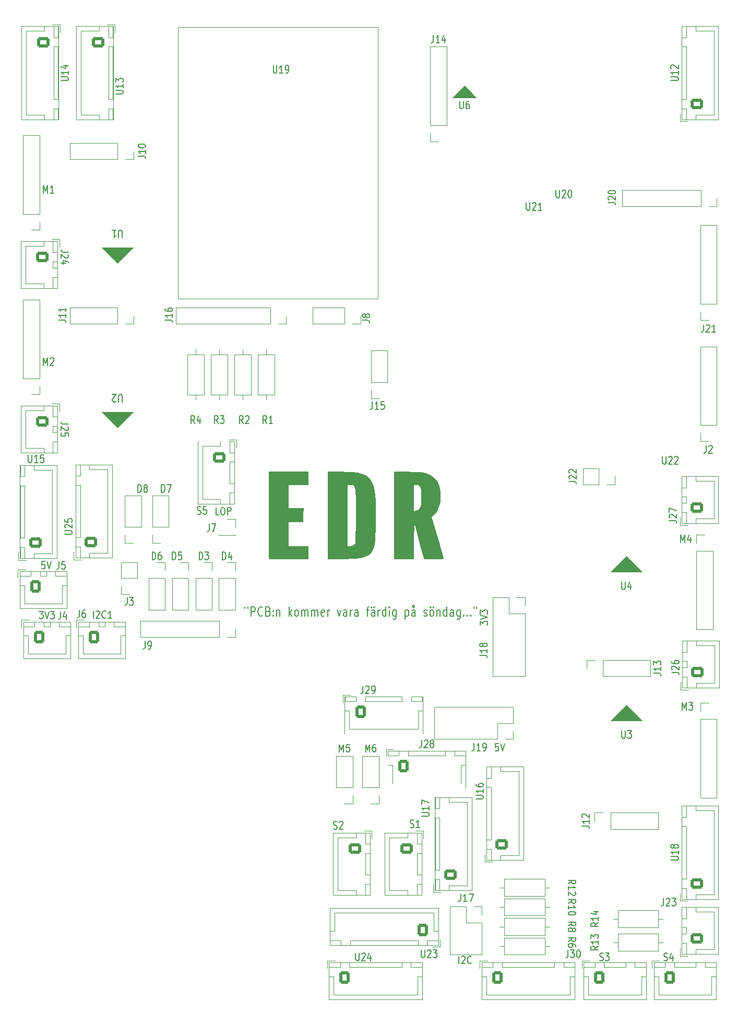
<source format=gto>
%TF.GenerationSoftware,KiCad,Pcbnew,7.0.9*%
%TF.CreationDate,2023-12-07T23:58:00+01:00*%
%TF.ProjectId,kicad_RCJ,6b696361-645f-4524-934a-2e6b69636164,rev?*%
%TF.SameCoordinates,Original*%
%TF.FileFunction,Legend,Top*%
%TF.FilePolarity,Positive*%
%FSLAX46Y46*%
G04 Gerber Fmt 4.6, Leading zero omitted, Abs format (unit mm)*
G04 Created by KiCad (PCBNEW 7.0.9) date 2023-12-07 23:58:00*
%MOMM*%
%LPD*%
G01*
G04 APERTURE LIST*
G04 Aperture macros list*
%AMRoundRect*
0 Rectangle with rounded corners*
0 $1 Rounding radius*
0 $2 $3 $4 $5 $6 $7 $8 $9 X,Y pos of 4 corners*
0 Add a 4 corners polygon primitive as box body*
4,1,4,$2,$3,$4,$5,$6,$7,$8,$9,$2,$3,0*
0 Add four circle primitives for the rounded corners*
1,1,$1+$1,$2,$3*
1,1,$1+$1,$4,$5*
1,1,$1+$1,$6,$7*
1,1,$1+$1,$8,$9*
0 Add four rect primitives between the rounded corners*
20,1,$1+$1,$2,$3,$4,$5,0*
20,1,$1+$1,$4,$5,$6,$7,0*
20,1,$1+$1,$6,$7,$8,$9,0*
20,1,$1+$1,$8,$9,$2,$3,0*%
G04 Aperture macros list end*
%ADD10C,0.210000*%
%ADD11C,0.180000*%
%ADD12C,0.120000*%
%ADD13C,0.100000*%
%ADD14C,0.050000*%
%ADD15RoundRect,0.250000X-0.725000X0.600000X-0.725000X-0.600000X0.725000X-0.600000X0.725000X0.600000X0*%
%ADD16O,1.950000X1.700000*%
%ADD17RoundRect,0.250000X-0.600000X-0.725000X0.600000X-0.725000X0.600000X0.725000X-0.600000X0.725000X0*%
%ADD18O,1.700000X1.950000*%
%ADD19C,1.524000*%
%ADD20R,1.700000X1.700000*%
%ADD21O,1.700000X1.700000*%
%ADD22C,1.600000*%
%ADD23O,1.600000X1.600000*%
%ADD24RoundRect,0.250000X0.750000X-0.600000X0.750000X0.600000X-0.750000X0.600000X-0.750000X-0.600000X0*%
%ADD25O,2.000000X1.700000*%
%ADD26RoundRect,0.250000X0.725000X-0.600000X0.725000X0.600000X-0.725000X0.600000X-0.725000X-0.600000X0*%
%ADD27C,3.200000*%
%ADD28RoundRect,0.250000X-0.750000X0.600000X-0.750000X-0.600000X0.750000X-0.600000X0.750000X0.600000X0*%
%ADD29RoundRect,0.250000X-0.600000X-0.750000X0.600000X-0.750000X0.600000X0.750000X-0.600000X0.750000X0*%
%ADD30O,1.700000X2.000000*%
%ADD31RoundRect,0.250000X0.600000X0.725000X-0.600000X0.725000X-0.600000X-0.725000X0.600000X-0.725000X0*%
G04 APERTURE END LIST*
D10*
X70216728Y-127845508D02*
X70216728Y-128131222D01*
X70673871Y-127845508D02*
X70673871Y-128131222D01*
X71188157Y-129345508D02*
X71188157Y-127845508D01*
X71188157Y-127845508D02*
X71645300Y-127845508D01*
X71645300Y-127845508D02*
X71759585Y-127916937D01*
X71759585Y-127916937D02*
X71816728Y-127988365D01*
X71816728Y-127988365D02*
X71873871Y-128131222D01*
X71873871Y-128131222D02*
X71873871Y-128345508D01*
X71873871Y-128345508D02*
X71816728Y-128488365D01*
X71816728Y-128488365D02*
X71759585Y-128559794D01*
X71759585Y-128559794D02*
X71645300Y-128631222D01*
X71645300Y-128631222D02*
X71188157Y-128631222D01*
X73073871Y-129202651D02*
X73016728Y-129274080D01*
X73016728Y-129274080D02*
X72845300Y-129345508D01*
X72845300Y-129345508D02*
X72731014Y-129345508D01*
X72731014Y-129345508D02*
X72559585Y-129274080D01*
X72559585Y-129274080D02*
X72445300Y-129131222D01*
X72445300Y-129131222D02*
X72388157Y-128988365D01*
X72388157Y-128988365D02*
X72331014Y-128702651D01*
X72331014Y-128702651D02*
X72331014Y-128488365D01*
X72331014Y-128488365D02*
X72388157Y-128202651D01*
X72388157Y-128202651D02*
X72445300Y-128059794D01*
X72445300Y-128059794D02*
X72559585Y-127916937D01*
X72559585Y-127916937D02*
X72731014Y-127845508D01*
X72731014Y-127845508D02*
X72845300Y-127845508D01*
X72845300Y-127845508D02*
X73016728Y-127916937D01*
X73016728Y-127916937D02*
X73073871Y-127988365D01*
X73988157Y-128559794D02*
X74159585Y-128631222D01*
X74159585Y-128631222D02*
X74216728Y-128702651D01*
X74216728Y-128702651D02*
X74273871Y-128845508D01*
X74273871Y-128845508D02*
X74273871Y-129059794D01*
X74273871Y-129059794D02*
X74216728Y-129202651D01*
X74216728Y-129202651D02*
X74159585Y-129274080D01*
X74159585Y-129274080D02*
X74045300Y-129345508D01*
X74045300Y-129345508D02*
X73588157Y-129345508D01*
X73588157Y-129345508D02*
X73588157Y-127845508D01*
X73588157Y-127845508D02*
X73988157Y-127845508D01*
X73988157Y-127845508D02*
X74102443Y-127916937D01*
X74102443Y-127916937D02*
X74159585Y-127988365D01*
X74159585Y-127988365D02*
X74216728Y-128131222D01*
X74216728Y-128131222D02*
X74216728Y-128274080D01*
X74216728Y-128274080D02*
X74159585Y-128416937D01*
X74159585Y-128416937D02*
X74102443Y-128488365D01*
X74102443Y-128488365D02*
X73988157Y-128559794D01*
X73988157Y-128559794D02*
X73588157Y-128559794D01*
X74788157Y-129202651D02*
X74845300Y-129274080D01*
X74845300Y-129274080D02*
X74788157Y-129345508D01*
X74788157Y-129345508D02*
X74731014Y-129274080D01*
X74731014Y-129274080D02*
X74788157Y-129202651D01*
X74788157Y-129202651D02*
X74788157Y-129345508D01*
X74788157Y-128416937D02*
X74845300Y-128488365D01*
X74845300Y-128488365D02*
X74788157Y-128559794D01*
X74788157Y-128559794D02*
X74731014Y-128488365D01*
X74731014Y-128488365D02*
X74788157Y-128416937D01*
X74788157Y-128416937D02*
X74788157Y-128559794D01*
X75359586Y-128345508D02*
X75359586Y-129345508D01*
X75359586Y-128488365D02*
X75416729Y-128416937D01*
X75416729Y-128416937D02*
X75531014Y-128345508D01*
X75531014Y-128345508D02*
X75702443Y-128345508D01*
X75702443Y-128345508D02*
X75816729Y-128416937D01*
X75816729Y-128416937D02*
X75873872Y-128559794D01*
X75873872Y-128559794D02*
X75873872Y-129345508D01*
X77359586Y-129345508D02*
X77359586Y-127845508D01*
X77473872Y-128774080D02*
X77816729Y-129345508D01*
X77816729Y-128345508D02*
X77359586Y-128916937D01*
X78502443Y-129345508D02*
X78388158Y-129274080D01*
X78388158Y-129274080D02*
X78331015Y-129202651D01*
X78331015Y-129202651D02*
X78273872Y-129059794D01*
X78273872Y-129059794D02*
X78273872Y-128631222D01*
X78273872Y-128631222D02*
X78331015Y-128488365D01*
X78331015Y-128488365D02*
X78388158Y-128416937D01*
X78388158Y-128416937D02*
X78502443Y-128345508D01*
X78502443Y-128345508D02*
X78673872Y-128345508D01*
X78673872Y-128345508D02*
X78788158Y-128416937D01*
X78788158Y-128416937D02*
X78845301Y-128488365D01*
X78845301Y-128488365D02*
X78902443Y-128631222D01*
X78902443Y-128631222D02*
X78902443Y-129059794D01*
X78902443Y-129059794D02*
X78845301Y-129202651D01*
X78845301Y-129202651D02*
X78788158Y-129274080D01*
X78788158Y-129274080D02*
X78673872Y-129345508D01*
X78673872Y-129345508D02*
X78502443Y-129345508D01*
X79416729Y-129345508D02*
X79416729Y-128345508D01*
X79416729Y-128488365D02*
X79473872Y-128416937D01*
X79473872Y-128416937D02*
X79588157Y-128345508D01*
X79588157Y-128345508D02*
X79759586Y-128345508D01*
X79759586Y-128345508D02*
X79873872Y-128416937D01*
X79873872Y-128416937D02*
X79931015Y-128559794D01*
X79931015Y-128559794D02*
X79931015Y-129345508D01*
X79931015Y-128559794D02*
X79988157Y-128416937D01*
X79988157Y-128416937D02*
X80102443Y-128345508D01*
X80102443Y-128345508D02*
X80273872Y-128345508D01*
X80273872Y-128345508D02*
X80388157Y-128416937D01*
X80388157Y-128416937D02*
X80445300Y-128559794D01*
X80445300Y-128559794D02*
X80445300Y-129345508D01*
X81016729Y-129345508D02*
X81016729Y-128345508D01*
X81016729Y-128488365D02*
X81073872Y-128416937D01*
X81073872Y-128416937D02*
X81188157Y-128345508D01*
X81188157Y-128345508D02*
X81359586Y-128345508D01*
X81359586Y-128345508D02*
X81473872Y-128416937D01*
X81473872Y-128416937D02*
X81531015Y-128559794D01*
X81531015Y-128559794D02*
X81531015Y-129345508D01*
X81531015Y-128559794D02*
X81588157Y-128416937D01*
X81588157Y-128416937D02*
X81702443Y-128345508D01*
X81702443Y-128345508D02*
X81873872Y-128345508D01*
X81873872Y-128345508D02*
X81988157Y-128416937D01*
X81988157Y-128416937D02*
X82045300Y-128559794D01*
X82045300Y-128559794D02*
X82045300Y-129345508D01*
X83073872Y-129274080D02*
X82959586Y-129345508D01*
X82959586Y-129345508D02*
X82731015Y-129345508D01*
X82731015Y-129345508D02*
X82616729Y-129274080D01*
X82616729Y-129274080D02*
X82559586Y-129131222D01*
X82559586Y-129131222D02*
X82559586Y-128559794D01*
X82559586Y-128559794D02*
X82616729Y-128416937D01*
X82616729Y-128416937D02*
X82731015Y-128345508D01*
X82731015Y-128345508D02*
X82959586Y-128345508D01*
X82959586Y-128345508D02*
X83073872Y-128416937D01*
X83073872Y-128416937D02*
X83131015Y-128559794D01*
X83131015Y-128559794D02*
X83131015Y-128702651D01*
X83131015Y-128702651D02*
X82559586Y-128845508D01*
X83645300Y-129345508D02*
X83645300Y-128345508D01*
X83645300Y-128631222D02*
X83702443Y-128488365D01*
X83702443Y-128488365D02*
X83759586Y-128416937D01*
X83759586Y-128416937D02*
X83873871Y-128345508D01*
X83873871Y-128345508D02*
X83988157Y-128345508D01*
X85188157Y-128345508D02*
X85473871Y-129345508D01*
X85473871Y-129345508D02*
X85759586Y-128345508D01*
X86731015Y-129345508D02*
X86731015Y-128559794D01*
X86731015Y-128559794D02*
X86673872Y-128416937D01*
X86673872Y-128416937D02*
X86559586Y-128345508D01*
X86559586Y-128345508D02*
X86331015Y-128345508D01*
X86331015Y-128345508D02*
X86216729Y-128416937D01*
X86731015Y-129274080D02*
X86616729Y-129345508D01*
X86616729Y-129345508D02*
X86331015Y-129345508D01*
X86331015Y-129345508D02*
X86216729Y-129274080D01*
X86216729Y-129274080D02*
X86159586Y-129131222D01*
X86159586Y-129131222D02*
X86159586Y-128988365D01*
X86159586Y-128988365D02*
X86216729Y-128845508D01*
X86216729Y-128845508D02*
X86331015Y-128774080D01*
X86331015Y-128774080D02*
X86616729Y-128774080D01*
X86616729Y-128774080D02*
X86731015Y-128702651D01*
X87302443Y-129345508D02*
X87302443Y-128345508D01*
X87302443Y-128631222D02*
X87359586Y-128488365D01*
X87359586Y-128488365D02*
X87416729Y-128416937D01*
X87416729Y-128416937D02*
X87531014Y-128345508D01*
X87531014Y-128345508D02*
X87645300Y-128345508D01*
X88559586Y-129345508D02*
X88559586Y-128559794D01*
X88559586Y-128559794D02*
X88502443Y-128416937D01*
X88502443Y-128416937D02*
X88388157Y-128345508D01*
X88388157Y-128345508D02*
X88159586Y-128345508D01*
X88159586Y-128345508D02*
X88045300Y-128416937D01*
X88559586Y-129274080D02*
X88445300Y-129345508D01*
X88445300Y-129345508D02*
X88159586Y-129345508D01*
X88159586Y-129345508D02*
X88045300Y-129274080D01*
X88045300Y-129274080D02*
X87988157Y-129131222D01*
X87988157Y-129131222D02*
X87988157Y-128988365D01*
X87988157Y-128988365D02*
X88045300Y-128845508D01*
X88045300Y-128845508D02*
X88159586Y-128774080D01*
X88159586Y-128774080D02*
X88445300Y-128774080D01*
X88445300Y-128774080D02*
X88559586Y-128702651D01*
X89873871Y-128345508D02*
X90331014Y-128345508D01*
X90045300Y-129345508D02*
X90045300Y-128059794D01*
X90045300Y-128059794D02*
X90102443Y-127916937D01*
X90102443Y-127916937D02*
X90216728Y-127845508D01*
X90216728Y-127845508D02*
X90331014Y-127845508D01*
X91245300Y-129345508D02*
X91245300Y-128559794D01*
X91245300Y-128559794D02*
X91188157Y-128416937D01*
X91188157Y-128416937D02*
X91073871Y-128345508D01*
X91073871Y-128345508D02*
X90845300Y-128345508D01*
X90845300Y-128345508D02*
X90731014Y-128416937D01*
X91245300Y-129274080D02*
X91131014Y-129345508D01*
X91131014Y-129345508D02*
X90845300Y-129345508D01*
X90845300Y-129345508D02*
X90731014Y-129274080D01*
X90731014Y-129274080D02*
X90673871Y-129131222D01*
X90673871Y-129131222D02*
X90673871Y-128988365D01*
X90673871Y-128988365D02*
X90731014Y-128845508D01*
X90731014Y-128845508D02*
X90845300Y-128774080D01*
X90845300Y-128774080D02*
X91131014Y-128774080D01*
X91131014Y-128774080D02*
X91245300Y-128702651D01*
X90731014Y-127845508D02*
X90788157Y-127916937D01*
X90788157Y-127916937D02*
X90731014Y-127988365D01*
X90731014Y-127988365D02*
X90673871Y-127916937D01*
X90673871Y-127916937D02*
X90731014Y-127845508D01*
X90731014Y-127845508D02*
X90731014Y-127988365D01*
X91188157Y-127845508D02*
X91245300Y-127916937D01*
X91245300Y-127916937D02*
X91188157Y-127988365D01*
X91188157Y-127988365D02*
X91131014Y-127916937D01*
X91131014Y-127916937D02*
X91188157Y-127845508D01*
X91188157Y-127845508D02*
X91188157Y-127988365D01*
X91816728Y-129345508D02*
X91816728Y-128345508D01*
X91816728Y-128631222D02*
X91873871Y-128488365D01*
X91873871Y-128488365D02*
X91931014Y-128416937D01*
X91931014Y-128416937D02*
X92045299Y-128345508D01*
X92045299Y-128345508D02*
X92159585Y-128345508D01*
X93073871Y-129345508D02*
X93073871Y-127845508D01*
X93073871Y-129274080D02*
X92959585Y-129345508D01*
X92959585Y-129345508D02*
X92731013Y-129345508D01*
X92731013Y-129345508D02*
X92616728Y-129274080D01*
X92616728Y-129274080D02*
X92559585Y-129202651D01*
X92559585Y-129202651D02*
X92502442Y-129059794D01*
X92502442Y-129059794D02*
X92502442Y-128631222D01*
X92502442Y-128631222D02*
X92559585Y-128488365D01*
X92559585Y-128488365D02*
X92616728Y-128416937D01*
X92616728Y-128416937D02*
X92731013Y-128345508D01*
X92731013Y-128345508D02*
X92959585Y-128345508D01*
X92959585Y-128345508D02*
X93073871Y-128416937D01*
X93645299Y-129345508D02*
X93645299Y-128345508D01*
X93645299Y-127845508D02*
X93588156Y-127916937D01*
X93588156Y-127916937D02*
X93645299Y-127988365D01*
X93645299Y-127988365D02*
X93702442Y-127916937D01*
X93702442Y-127916937D02*
X93645299Y-127845508D01*
X93645299Y-127845508D02*
X93645299Y-127988365D01*
X94731014Y-128345508D02*
X94731014Y-129559794D01*
X94731014Y-129559794D02*
X94673871Y-129702651D01*
X94673871Y-129702651D02*
X94616728Y-129774080D01*
X94616728Y-129774080D02*
X94502442Y-129845508D01*
X94502442Y-129845508D02*
X94331014Y-129845508D01*
X94331014Y-129845508D02*
X94216728Y-129774080D01*
X94731014Y-129274080D02*
X94616728Y-129345508D01*
X94616728Y-129345508D02*
X94388156Y-129345508D01*
X94388156Y-129345508D02*
X94273871Y-129274080D01*
X94273871Y-129274080D02*
X94216728Y-129202651D01*
X94216728Y-129202651D02*
X94159585Y-129059794D01*
X94159585Y-129059794D02*
X94159585Y-128631222D01*
X94159585Y-128631222D02*
X94216728Y-128488365D01*
X94216728Y-128488365D02*
X94273871Y-128416937D01*
X94273871Y-128416937D02*
X94388156Y-128345508D01*
X94388156Y-128345508D02*
X94616728Y-128345508D01*
X94616728Y-128345508D02*
X94731014Y-128416937D01*
X96216728Y-128345508D02*
X96216728Y-129845508D01*
X96216728Y-128416937D02*
X96331014Y-128345508D01*
X96331014Y-128345508D02*
X96559585Y-128345508D01*
X96559585Y-128345508D02*
X96673871Y-128416937D01*
X96673871Y-128416937D02*
X96731014Y-128488365D01*
X96731014Y-128488365D02*
X96788156Y-128631222D01*
X96788156Y-128631222D02*
X96788156Y-129059794D01*
X96788156Y-129059794D02*
X96731014Y-129202651D01*
X96731014Y-129202651D02*
X96673871Y-129274080D01*
X96673871Y-129274080D02*
X96559585Y-129345508D01*
X96559585Y-129345508D02*
X96331014Y-129345508D01*
X96331014Y-129345508D02*
X96216728Y-129274080D01*
X97816728Y-129345508D02*
X97816728Y-128559794D01*
X97816728Y-128559794D02*
X97759585Y-128416937D01*
X97759585Y-128416937D02*
X97645299Y-128345508D01*
X97645299Y-128345508D02*
X97416728Y-128345508D01*
X97416728Y-128345508D02*
X97302442Y-128416937D01*
X97816728Y-129274080D02*
X97702442Y-129345508D01*
X97702442Y-129345508D02*
X97416728Y-129345508D01*
X97416728Y-129345508D02*
X97302442Y-129274080D01*
X97302442Y-129274080D02*
X97245299Y-129131222D01*
X97245299Y-129131222D02*
X97245299Y-128988365D01*
X97245299Y-128988365D02*
X97302442Y-128845508D01*
X97302442Y-128845508D02*
X97416728Y-128774080D01*
X97416728Y-128774080D02*
X97702442Y-128774080D01*
X97702442Y-128774080D02*
X97816728Y-128702651D01*
X97531013Y-127988365D02*
X97416728Y-127916937D01*
X97416728Y-127916937D02*
X97359585Y-127774080D01*
X97359585Y-127774080D02*
X97416728Y-127631222D01*
X97416728Y-127631222D02*
X97531013Y-127559794D01*
X97531013Y-127559794D02*
X97645299Y-127631222D01*
X97645299Y-127631222D02*
X97702442Y-127774080D01*
X97702442Y-127774080D02*
X97645299Y-127916937D01*
X97645299Y-127916937D02*
X97531013Y-127988365D01*
X99245299Y-129274080D02*
X99359585Y-129345508D01*
X99359585Y-129345508D02*
X99588156Y-129345508D01*
X99588156Y-129345508D02*
X99702442Y-129274080D01*
X99702442Y-129274080D02*
X99759585Y-129131222D01*
X99759585Y-129131222D02*
X99759585Y-129059794D01*
X99759585Y-129059794D02*
X99702442Y-128916937D01*
X99702442Y-128916937D02*
X99588156Y-128845508D01*
X99588156Y-128845508D02*
X99416728Y-128845508D01*
X99416728Y-128845508D02*
X99302442Y-128774080D01*
X99302442Y-128774080D02*
X99245299Y-128631222D01*
X99245299Y-128631222D02*
X99245299Y-128559794D01*
X99245299Y-128559794D02*
X99302442Y-128416937D01*
X99302442Y-128416937D02*
X99416728Y-128345508D01*
X99416728Y-128345508D02*
X99588156Y-128345508D01*
X99588156Y-128345508D02*
X99702442Y-128416937D01*
X100445299Y-129345508D02*
X100331014Y-129274080D01*
X100331014Y-129274080D02*
X100273871Y-129202651D01*
X100273871Y-129202651D02*
X100216728Y-129059794D01*
X100216728Y-129059794D02*
X100216728Y-128631222D01*
X100216728Y-128631222D02*
X100273871Y-128488365D01*
X100273871Y-128488365D02*
X100331014Y-128416937D01*
X100331014Y-128416937D02*
X100445299Y-128345508D01*
X100445299Y-128345508D02*
X100616728Y-128345508D01*
X100616728Y-128345508D02*
X100731014Y-128416937D01*
X100731014Y-128416937D02*
X100788157Y-128488365D01*
X100788157Y-128488365D02*
X100845299Y-128631222D01*
X100845299Y-128631222D02*
X100845299Y-129059794D01*
X100845299Y-129059794D02*
X100788157Y-129202651D01*
X100788157Y-129202651D02*
X100731014Y-129274080D01*
X100731014Y-129274080D02*
X100616728Y-129345508D01*
X100616728Y-129345508D02*
X100445299Y-129345508D01*
X100331014Y-127845508D02*
X100388157Y-127916937D01*
X100388157Y-127916937D02*
X100331014Y-127988365D01*
X100331014Y-127988365D02*
X100273871Y-127916937D01*
X100273871Y-127916937D02*
X100331014Y-127845508D01*
X100331014Y-127845508D02*
X100331014Y-127988365D01*
X100788157Y-127845508D02*
X100845299Y-127916937D01*
X100845299Y-127916937D02*
X100788157Y-127988365D01*
X100788157Y-127988365D02*
X100731014Y-127916937D01*
X100731014Y-127916937D02*
X100788157Y-127845508D01*
X100788157Y-127845508D02*
X100788157Y-127988365D01*
X101359585Y-128345508D02*
X101359585Y-129345508D01*
X101359585Y-128488365D02*
X101416728Y-128416937D01*
X101416728Y-128416937D02*
X101531013Y-128345508D01*
X101531013Y-128345508D02*
X101702442Y-128345508D01*
X101702442Y-128345508D02*
X101816728Y-128416937D01*
X101816728Y-128416937D02*
X101873871Y-128559794D01*
X101873871Y-128559794D02*
X101873871Y-129345508D01*
X102959585Y-129345508D02*
X102959585Y-127845508D01*
X102959585Y-129274080D02*
X102845299Y-129345508D01*
X102845299Y-129345508D02*
X102616727Y-129345508D01*
X102616727Y-129345508D02*
X102502442Y-129274080D01*
X102502442Y-129274080D02*
X102445299Y-129202651D01*
X102445299Y-129202651D02*
X102388156Y-129059794D01*
X102388156Y-129059794D02*
X102388156Y-128631222D01*
X102388156Y-128631222D02*
X102445299Y-128488365D01*
X102445299Y-128488365D02*
X102502442Y-128416937D01*
X102502442Y-128416937D02*
X102616727Y-128345508D01*
X102616727Y-128345508D02*
X102845299Y-128345508D01*
X102845299Y-128345508D02*
X102959585Y-128416937D01*
X104045299Y-129345508D02*
X104045299Y-128559794D01*
X104045299Y-128559794D02*
X103988156Y-128416937D01*
X103988156Y-128416937D02*
X103873870Y-128345508D01*
X103873870Y-128345508D02*
X103645299Y-128345508D01*
X103645299Y-128345508D02*
X103531013Y-128416937D01*
X104045299Y-129274080D02*
X103931013Y-129345508D01*
X103931013Y-129345508D02*
X103645299Y-129345508D01*
X103645299Y-129345508D02*
X103531013Y-129274080D01*
X103531013Y-129274080D02*
X103473870Y-129131222D01*
X103473870Y-129131222D02*
X103473870Y-128988365D01*
X103473870Y-128988365D02*
X103531013Y-128845508D01*
X103531013Y-128845508D02*
X103645299Y-128774080D01*
X103645299Y-128774080D02*
X103931013Y-128774080D01*
X103931013Y-128774080D02*
X104045299Y-128702651D01*
X105131013Y-128345508D02*
X105131013Y-129559794D01*
X105131013Y-129559794D02*
X105073870Y-129702651D01*
X105073870Y-129702651D02*
X105016727Y-129774080D01*
X105016727Y-129774080D02*
X104902441Y-129845508D01*
X104902441Y-129845508D02*
X104731013Y-129845508D01*
X104731013Y-129845508D02*
X104616727Y-129774080D01*
X105131013Y-129274080D02*
X105016727Y-129345508D01*
X105016727Y-129345508D02*
X104788155Y-129345508D01*
X104788155Y-129345508D02*
X104673870Y-129274080D01*
X104673870Y-129274080D02*
X104616727Y-129202651D01*
X104616727Y-129202651D02*
X104559584Y-129059794D01*
X104559584Y-129059794D02*
X104559584Y-128631222D01*
X104559584Y-128631222D02*
X104616727Y-128488365D01*
X104616727Y-128488365D02*
X104673870Y-128416937D01*
X104673870Y-128416937D02*
X104788155Y-128345508D01*
X104788155Y-128345508D02*
X105016727Y-128345508D01*
X105016727Y-128345508D02*
X105131013Y-128416937D01*
X105702441Y-129202651D02*
X105759584Y-129274080D01*
X105759584Y-129274080D02*
X105702441Y-129345508D01*
X105702441Y-129345508D02*
X105645298Y-129274080D01*
X105645298Y-129274080D02*
X105702441Y-129202651D01*
X105702441Y-129202651D02*
X105702441Y-129345508D01*
X106273870Y-129202651D02*
X106331013Y-129274080D01*
X106331013Y-129274080D02*
X106273870Y-129345508D01*
X106273870Y-129345508D02*
X106216727Y-129274080D01*
X106216727Y-129274080D02*
X106273870Y-129202651D01*
X106273870Y-129202651D02*
X106273870Y-129345508D01*
X106845299Y-129202651D02*
X106902442Y-129274080D01*
X106902442Y-129274080D02*
X106845299Y-129345508D01*
X106845299Y-129345508D02*
X106788156Y-129274080D01*
X106788156Y-129274080D02*
X106845299Y-129202651D01*
X106845299Y-129202651D02*
X106845299Y-129345508D01*
X107359585Y-127845508D02*
X107359585Y-128131222D01*
X107816728Y-127845508D02*
X107816728Y-128131222D01*
D11*
X104928316Y-185670182D02*
X104928316Y-184470182D01*
X105356887Y-184584468D02*
X105404506Y-184527325D01*
X105404506Y-184527325D02*
X105499744Y-184470182D01*
X105499744Y-184470182D02*
X105737839Y-184470182D01*
X105737839Y-184470182D02*
X105833077Y-184527325D01*
X105833077Y-184527325D02*
X105880696Y-184584468D01*
X105880696Y-184584468D02*
X105928315Y-184698754D01*
X105928315Y-184698754D02*
X105928315Y-184813040D01*
X105928315Y-184813040D02*
X105880696Y-184984468D01*
X105880696Y-184984468D02*
X105309268Y-185670182D01*
X105309268Y-185670182D02*
X105928315Y-185670182D01*
X106928315Y-185555897D02*
X106880696Y-185613040D01*
X106880696Y-185613040D02*
X106737839Y-185670182D01*
X106737839Y-185670182D02*
X106642601Y-185670182D01*
X106642601Y-185670182D02*
X106499744Y-185613040D01*
X106499744Y-185613040D02*
X106404506Y-185498754D01*
X106404506Y-185498754D02*
X106356887Y-185384468D01*
X106356887Y-185384468D02*
X106309268Y-185155897D01*
X106309268Y-185155897D02*
X106309268Y-184984468D01*
X106309268Y-184984468D02*
X106356887Y-184755897D01*
X106356887Y-184755897D02*
X106404506Y-184641611D01*
X106404506Y-184641611D02*
X106499744Y-184527325D01*
X106499744Y-184527325D02*
X106642601Y-184470182D01*
X106642601Y-184470182D02*
X106737839Y-184470182D01*
X106737839Y-184470182D02*
X106880696Y-184527325D01*
X106880696Y-184527325D02*
X106928315Y-184584468D01*
X66009106Y-112924582D02*
X65532916Y-112924582D01*
X65532916Y-112924582D02*
X65532916Y-111724582D01*
X66532916Y-111724582D02*
X66723392Y-111724582D01*
X66723392Y-111724582D02*
X66818630Y-111781725D01*
X66818630Y-111781725D02*
X66913868Y-111896011D01*
X66913868Y-111896011D02*
X66961487Y-112124582D01*
X66961487Y-112124582D02*
X66961487Y-112524582D01*
X66961487Y-112524582D02*
X66913868Y-112753154D01*
X66913868Y-112753154D02*
X66818630Y-112867440D01*
X66818630Y-112867440D02*
X66723392Y-112924582D01*
X66723392Y-112924582D02*
X66532916Y-112924582D01*
X66532916Y-112924582D02*
X66437678Y-112867440D01*
X66437678Y-112867440D02*
X66342440Y-112753154D01*
X66342440Y-112753154D02*
X66294821Y-112524582D01*
X66294821Y-112524582D02*
X66294821Y-112124582D01*
X66294821Y-112124582D02*
X66342440Y-111896011D01*
X66342440Y-111896011D02*
X66437678Y-111781725D01*
X66437678Y-111781725D02*
X66532916Y-111724582D01*
X67390059Y-112924582D02*
X67390059Y-111724582D01*
X67390059Y-111724582D02*
X67771011Y-111724582D01*
X67771011Y-111724582D02*
X67866249Y-111781725D01*
X67866249Y-111781725D02*
X67913868Y-111838868D01*
X67913868Y-111838868D02*
X67961487Y-111953154D01*
X67961487Y-111953154D02*
X67961487Y-112124582D01*
X67961487Y-112124582D02*
X67913868Y-112238868D01*
X67913868Y-112238868D02*
X67866249Y-112296011D01*
X67866249Y-112296011D02*
X67771011Y-112353154D01*
X67771011Y-112353154D02*
X67390059Y-112353154D01*
X45644716Y-129688582D02*
X45644716Y-128488582D01*
X46073287Y-128602868D02*
X46120906Y-128545725D01*
X46120906Y-128545725D02*
X46216144Y-128488582D01*
X46216144Y-128488582D02*
X46454239Y-128488582D01*
X46454239Y-128488582D02*
X46549477Y-128545725D01*
X46549477Y-128545725D02*
X46597096Y-128602868D01*
X46597096Y-128602868D02*
X46644715Y-128717154D01*
X46644715Y-128717154D02*
X46644715Y-128831440D01*
X46644715Y-128831440D02*
X46597096Y-129002868D01*
X46597096Y-129002868D02*
X46025668Y-129688582D01*
X46025668Y-129688582D02*
X46644715Y-129688582D01*
X47644715Y-129574297D02*
X47597096Y-129631440D01*
X47597096Y-129631440D02*
X47454239Y-129688582D01*
X47454239Y-129688582D02*
X47359001Y-129688582D01*
X47359001Y-129688582D02*
X47216144Y-129631440D01*
X47216144Y-129631440D02*
X47120906Y-129517154D01*
X47120906Y-129517154D02*
X47073287Y-129402868D01*
X47073287Y-129402868D02*
X47025668Y-129174297D01*
X47025668Y-129174297D02*
X47025668Y-129002868D01*
X47025668Y-129002868D02*
X47073287Y-128774297D01*
X47073287Y-128774297D02*
X47120906Y-128660011D01*
X47120906Y-128660011D02*
X47216144Y-128545725D01*
X47216144Y-128545725D02*
X47359001Y-128488582D01*
X47359001Y-128488582D02*
X47454239Y-128488582D01*
X47454239Y-128488582D02*
X47597096Y-128545725D01*
X47597096Y-128545725D02*
X47644715Y-128602868D01*
X48597096Y-129688582D02*
X48025668Y-129688582D01*
X48311382Y-129688582D02*
X48311382Y-128488582D01*
X48311382Y-128488582D02*
X48216144Y-128660011D01*
X48216144Y-128660011D02*
X48120906Y-128774297D01*
X48120906Y-128774297D02*
X48025668Y-128831440D01*
X36862678Y-128564782D02*
X37481725Y-128564782D01*
X37481725Y-128564782D02*
X37148392Y-129021925D01*
X37148392Y-129021925D02*
X37291249Y-129021925D01*
X37291249Y-129021925D02*
X37386487Y-129079068D01*
X37386487Y-129079068D02*
X37434106Y-129136211D01*
X37434106Y-129136211D02*
X37481725Y-129250497D01*
X37481725Y-129250497D02*
X37481725Y-129536211D01*
X37481725Y-129536211D02*
X37434106Y-129650497D01*
X37434106Y-129650497D02*
X37386487Y-129707640D01*
X37386487Y-129707640D02*
X37291249Y-129764782D01*
X37291249Y-129764782D02*
X37005535Y-129764782D01*
X37005535Y-129764782D02*
X36910297Y-129707640D01*
X36910297Y-129707640D02*
X36862678Y-129650497D01*
X37767440Y-128564782D02*
X38100773Y-129764782D01*
X38100773Y-129764782D02*
X38434106Y-128564782D01*
X38672202Y-128564782D02*
X39291249Y-128564782D01*
X39291249Y-128564782D02*
X38957916Y-129021925D01*
X38957916Y-129021925D02*
X39100773Y-129021925D01*
X39100773Y-129021925D02*
X39196011Y-129079068D01*
X39196011Y-129079068D02*
X39243630Y-129136211D01*
X39243630Y-129136211D02*
X39291249Y-129250497D01*
X39291249Y-129250497D02*
X39291249Y-129536211D01*
X39291249Y-129536211D02*
X39243630Y-129650497D01*
X39243630Y-129650497D02*
X39196011Y-129707640D01*
X39196011Y-129707640D02*
X39100773Y-129764782D01*
X39100773Y-129764782D02*
X38815059Y-129764782D01*
X38815059Y-129764782D02*
X38719821Y-129707640D01*
X38719821Y-129707640D02*
X38672202Y-129650497D01*
X37738906Y-120487582D02*
X37262716Y-120487582D01*
X37262716Y-120487582D02*
X37215097Y-121059011D01*
X37215097Y-121059011D02*
X37262716Y-121001868D01*
X37262716Y-121001868D02*
X37357954Y-120944725D01*
X37357954Y-120944725D02*
X37596049Y-120944725D01*
X37596049Y-120944725D02*
X37691287Y-121001868D01*
X37691287Y-121001868D02*
X37738906Y-121059011D01*
X37738906Y-121059011D02*
X37786525Y-121173297D01*
X37786525Y-121173297D02*
X37786525Y-121459011D01*
X37786525Y-121459011D02*
X37738906Y-121573297D01*
X37738906Y-121573297D02*
X37691287Y-121630440D01*
X37691287Y-121630440D02*
X37596049Y-121687582D01*
X37596049Y-121687582D02*
X37357954Y-121687582D01*
X37357954Y-121687582D02*
X37262716Y-121630440D01*
X37262716Y-121630440D02*
X37215097Y-121573297D01*
X38072240Y-120487582D02*
X38405573Y-121687582D01*
X38405573Y-121687582D02*
X38738906Y-120487582D01*
X111322706Y-150027782D02*
X110846516Y-150027782D01*
X110846516Y-150027782D02*
X110798897Y-150599211D01*
X110798897Y-150599211D02*
X110846516Y-150542068D01*
X110846516Y-150542068D02*
X110941754Y-150484925D01*
X110941754Y-150484925D02*
X111179849Y-150484925D01*
X111179849Y-150484925D02*
X111275087Y-150542068D01*
X111275087Y-150542068D02*
X111322706Y-150599211D01*
X111322706Y-150599211D02*
X111370325Y-150713497D01*
X111370325Y-150713497D02*
X111370325Y-150999211D01*
X111370325Y-150999211D02*
X111322706Y-151113497D01*
X111322706Y-151113497D02*
X111275087Y-151170640D01*
X111275087Y-151170640D02*
X111179849Y-151227782D01*
X111179849Y-151227782D02*
X110941754Y-151227782D01*
X110941754Y-151227782D02*
X110846516Y-151170640D01*
X110846516Y-151170640D02*
X110798897Y-151113497D01*
X111656040Y-150027782D02*
X111989373Y-151227782D01*
X111989373Y-151227782D02*
X112322706Y-150027782D01*
X108371782Y-130802721D02*
X108371782Y-130183674D01*
X108371782Y-130183674D02*
X108828925Y-130517007D01*
X108828925Y-130517007D02*
X108828925Y-130374150D01*
X108828925Y-130374150D02*
X108886068Y-130278912D01*
X108886068Y-130278912D02*
X108943211Y-130231293D01*
X108943211Y-130231293D02*
X109057497Y-130183674D01*
X109057497Y-130183674D02*
X109343211Y-130183674D01*
X109343211Y-130183674D02*
X109457497Y-130231293D01*
X109457497Y-130231293D02*
X109514640Y-130278912D01*
X109514640Y-130278912D02*
X109571782Y-130374150D01*
X109571782Y-130374150D02*
X109571782Y-130659864D01*
X109571782Y-130659864D02*
X109514640Y-130755102D01*
X109514640Y-130755102D02*
X109457497Y-130802721D01*
X108371782Y-129897959D02*
X109571782Y-129564626D01*
X109571782Y-129564626D02*
X108371782Y-129231293D01*
X108371782Y-128993197D02*
X108371782Y-128374150D01*
X108371782Y-128374150D02*
X108828925Y-128707483D01*
X108828925Y-128707483D02*
X108828925Y-128564626D01*
X108828925Y-128564626D02*
X108886068Y-128469388D01*
X108886068Y-128469388D02*
X108943211Y-128421769D01*
X108943211Y-128421769D02*
X109057497Y-128374150D01*
X109057497Y-128374150D02*
X109343211Y-128374150D01*
X109343211Y-128374150D02*
X109457497Y-128421769D01*
X109457497Y-128421769D02*
X109514640Y-128469388D01*
X109514640Y-128469388D02*
X109571782Y-128564626D01*
X109571782Y-128564626D02*
X109571782Y-128850340D01*
X109571782Y-128850340D02*
X109514640Y-128945578D01*
X109514640Y-128945578D02*
X109457497Y-128993197D01*
X62484095Y-112756640D02*
X62626952Y-112813782D01*
X62626952Y-112813782D02*
X62865047Y-112813782D01*
X62865047Y-112813782D02*
X62960285Y-112756640D01*
X62960285Y-112756640D02*
X63007904Y-112699497D01*
X63007904Y-112699497D02*
X63055523Y-112585211D01*
X63055523Y-112585211D02*
X63055523Y-112470925D01*
X63055523Y-112470925D02*
X63007904Y-112356640D01*
X63007904Y-112356640D02*
X62960285Y-112299497D01*
X62960285Y-112299497D02*
X62865047Y-112242354D01*
X62865047Y-112242354D02*
X62674571Y-112185211D01*
X62674571Y-112185211D02*
X62579333Y-112128068D01*
X62579333Y-112128068D02*
X62531714Y-112070925D01*
X62531714Y-112070925D02*
X62484095Y-111956640D01*
X62484095Y-111956640D02*
X62484095Y-111842354D01*
X62484095Y-111842354D02*
X62531714Y-111728068D01*
X62531714Y-111728068D02*
X62579333Y-111670925D01*
X62579333Y-111670925D02*
X62674571Y-111613782D01*
X62674571Y-111613782D02*
X62912666Y-111613782D01*
X62912666Y-111613782D02*
X63055523Y-111670925D01*
X63960285Y-111613782D02*
X63484095Y-111613782D01*
X63484095Y-111613782D02*
X63436476Y-112185211D01*
X63436476Y-112185211D02*
X63484095Y-112128068D01*
X63484095Y-112128068D02*
X63579333Y-112070925D01*
X63579333Y-112070925D02*
X63817428Y-112070925D01*
X63817428Y-112070925D02*
X63912666Y-112128068D01*
X63912666Y-112128068D02*
X63960285Y-112185211D01*
X63960285Y-112185211D02*
X64007904Y-112299497D01*
X64007904Y-112299497D02*
X64007904Y-112585211D01*
X64007904Y-112585211D02*
X63960285Y-112699497D01*
X63960285Y-112699497D02*
X63912666Y-112756640D01*
X63912666Y-112756640D02*
X63817428Y-112813782D01*
X63817428Y-112813782D02*
X63579333Y-112813782D01*
X63579333Y-112813782D02*
X63484095Y-112756640D01*
X63484095Y-112756640D02*
X63436476Y-112699497D01*
X89360476Y-140685782D02*
X89360476Y-141542925D01*
X89360476Y-141542925D02*
X89312857Y-141714354D01*
X89312857Y-141714354D02*
X89217619Y-141828640D01*
X89217619Y-141828640D02*
X89074762Y-141885782D01*
X89074762Y-141885782D02*
X88979524Y-141885782D01*
X89789048Y-140800068D02*
X89836667Y-140742925D01*
X89836667Y-140742925D02*
X89931905Y-140685782D01*
X89931905Y-140685782D02*
X90170000Y-140685782D01*
X90170000Y-140685782D02*
X90265238Y-140742925D01*
X90265238Y-140742925D02*
X90312857Y-140800068D01*
X90312857Y-140800068D02*
X90360476Y-140914354D01*
X90360476Y-140914354D02*
X90360476Y-141028640D01*
X90360476Y-141028640D02*
X90312857Y-141200068D01*
X90312857Y-141200068D02*
X89741429Y-141885782D01*
X89741429Y-141885782D02*
X90360476Y-141885782D01*
X90836667Y-141885782D02*
X91027143Y-141885782D01*
X91027143Y-141885782D02*
X91122381Y-141828640D01*
X91122381Y-141828640D02*
X91170000Y-141771497D01*
X91170000Y-141771497D02*
X91265238Y-141600068D01*
X91265238Y-141600068D02*
X91312857Y-141371497D01*
X91312857Y-141371497D02*
X91312857Y-140914354D01*
X91312857Y-140914354D02*
X91265238Y-140800068D01*
X91265238Y-140800068D02*
X91217619Y-140742925D01*
X91217619Y-140742925D02*
X91122381Y-140685782D01*
X91122381Y-140685782D02*
X90931905Y-140685782D01*
X90931905Y-140685782D02*
X90836667Y-140742925D01*
X90836667Y-140742925D02*
X90789048Y-140800068D01*
X90789048Y-140800068D02*
X90741429Y-140914354D01*
X90741429Y-140914354D02*
X90741429Y-141200068D01*
X90741429Y-141200068D02*
X90789048Y-141314354D01*
X90789048Y-141314354D02*
X90836667Y-141371497D01*
X90836667Y-141371497D02*
X90931905Y-141428640D01*
X90931905Y-141428640D02*
X91122381Y-141428640D01*
X91122381Y-141428640D02*
X91217619Y-141371497D01*
X91217619Y-141371497D02*
X91265238Y-141314354D01*
X91265238Y-141314354D02*
X91312857Y-141200068D01*
X98885476Y-149465782D02*
X98885476Y-150322925D01*
X98885476Y-150322925D02*
X98837857Y-150494354D01*
X98837857Y-150494354D02*
X98742619Y-150608640D01*
X98742619Y-150608640D02*
X98599762Y-150665782D01*
X98599762Y-150665782D02*
X98504524Y-150665782D01*
X99314048Y-149580068D02*
X99361667Y-149522925D01*
X99361667Y-149522925D02*
X99456905Y-149465782D01*
X99456905Y-149465782D02*
X99695000Y-149465782D01*
X99695000Y-149465782D02*
X99790238Y-149522925D01*
X99790238Y-149522925D02*
X99837857Y-149580068D01*
X99837857Y-149580068D02*
X99885476Y-149694354D01*
X99885476Y-149694354D02*
X99885476Y-149808640D01*
X99885476Y-149808640D02*
X99837857Y-149980068D01*
X99837857Y-149980068D02*
X99266429Y-150665782D01*
X99266429Y-150665782D02*
X99885476Y-150665782D01*
X100456905Y-149980068D02*
X100361667Y-149922925D01*
X100361667Y-149922925D02*
X100314048Y-149865782D01*
X100314048Y-149865782D02*
X100266429Y-149751497D01*
X100266429Y-149751497D02*
X100266429Y-149694354D01*
X100266429Y-149694354D02*
X100314048Y-149580068D01*
X100314048Y-149580068D02*
X100361667Y-149522925D01*
X100361667Y-149522925D02*
X100456905Y-149465782D01*
X100456905Y-149465782D02*
X100647381Y-149465782D01*
X100647381Y-149465782D02*
X100742619Y-149522925D01*
X100742619Y-149522925D02*
X100790238Y-149580068D01*
X100790238Y-149580068D02*
X100837857Y-149694354D01*
X100837857Y-149694354D02*
X100837857Y-149751497D01*
X100837857Y-149751497D02*
X100790238Y-149865782D01*
X100790238Y-149865782D02*
X100742619Y-149922925D01*
X100742619Y-149922925D02*
X100647381Y-149980068D01*
X100647381Y-149980068D02*
X100456905Y-149980068D01*
X100456905Y-149980068D02*
X100361667Y-150037211D01*
X100361667Y-150037211D02*
X100314048Y-150094354D01*
X100314048Y-150094354D02*
X100266429Y-150208640D01*
X100266429Y-150208640D02*
X100266429Y-150437211D01*
X100266429Y-150437211D02*
X100314048Y-150551497D01*
X100314048Y-150551497D02*
X100361667Y-150608640D01*
X100361667Y-150608640D02*
X100456905Y-150665782D01*
X100456905Y-150665782D02*
X100647381Y-150665782D01*
X100647381Y-150665782D02*
X100742619Y-150608640D01*
X100742619Y-150608640D02*
X100790238Y-150551497D01*
X100790238Y-150551497D02*
X100837857Y-150437211D01*
X100837857Y-150437211D02*
X100837857Y-150208640D01*
X100837857Y-150208640D02*
X100790238Y-150094354D01*
X100790238Y-150094354D02*
X100742619Y-150037211D01*
X100742619Y-150037211D02*
X100647381Y-149980068D01*
X131318095Y-123805782D02*
X131318095Y-124777211D01*
X131318095Y-124777211D02*
X131365714Y-124891497D01*
X131365714Y-124891497D02*
X131413333Y-124948640D01*
X131413333Y-124948640D02*
X131508571Y-125005782D01*
X131508571Y-125005782D02*
X131699047Y-125005782D01*
X131699047Y-125005782D02*
X131794285Y-124948640D01*
X131794285Y-124948640D02*
X131841904Y-124891497D01*
X131841904Y-124891497D02*
X131889523Y-124777211D01*
X131889523Y-124777211D02*
X131889523Y-123805782D01*
X132794285Y-124205782D02*
X132794285Y-125005782D01*
X132556190Y-123748640D02*
X132318095Y-124605782D01*
X132318095Y-124605782D02*
X132937142Y-124605782D01*
X131318095Y-147935782D02*
X131318095Y-148907211D01*
X131318095Y-148907211D02*
X131365714Y-149021497D01*
X131365714Y-149021497D02*
X131413333Y-149078640D01*
X131413333Y-149078640D02*
X131508571Y-149135782D01*
X131508571Y-149135782D02*
X131699047Y-149135782D01*
X131699047Y-149135782D02*
X131794285Y-149078640D01*
X131794285Y-149078640D02*
X131841904Y-149021497D01*
X131841904Y-149021497D02*
X131889523Y-148907211D01*
X131889523Y-148907211D02*
X131889523Y-147935782D01*
X132270476Y-147935782D02*
X132889523Y-147935782D01*
X132889523Y-147935782D02*
X132556190Y-148392925D01*
X132556190Y-148392925D02*
X132699047Y-148392925D01*
X132699047Y-148392925D02*
X132794285Y-148450068D01*
X132794285Y-148450068D02*
X132841904Y-148507211D01*
X132841904Y-148507211D02*
X132889523Y-148621497D01*
X132889523Y-148621497D02*
X132889523Y-148907211D01*
X132889523Y-148907211D02*
X132841904Y-149021497D01*
X132841904Y-149021497D02*
X132794285Y-149078640D01*
X132794285Y-149078640D02*
X132699047Y-149135782D01*
X132699047Y-149135782D02*
X132413333Y-149135782D01*
X132413333Y-149135782D02*
X132318095Y-149078640D01*
X132318095Y-149078640D02*
X132270476Y-149021497D01*
X50291904Y-94609217D02*
X50291904Y-93637788D01*
X50291904Y-93637788D02*
X50244285Y-93523502D01*
X50244285Y-93523502D02*
X50196666Y-93466360D01*
X50196666Y-93466360D02*
X50101428Y-93409217D01*
X50101428Y-93409217D02*
X49910952Y-93409217D01*
X49910952Y-93409217D02*
X49815714Y-93466360D01*
X49815714Y-93466360D02*
X49768095Y-93523502D01*
X49768095Y-93523502D02*
X49720476Y-93637788D01*
X49720476Y-93637788D02*
X49720476Y-94609217D01*
X49291904Y-94494931D02*
X49244285Y-94552074D01*
X49244285Y-94552074D02*
X49149047Y-94609217D01*
X49149047Y-94609217D02*
X48910952Y-94609217D01*
X48910952Y-94609217D02*
X48815714Y-94552074D01*
X48815714Y-94552074D02*
X48768095Y-94494931D01*
X48768095Y-94494931D02*
X48720476Y-94380645D01*
X48720476Y-94380645D02*
X48720476Y-94266360D01*
X48720476Y-94266360D02*
X48768095Y-94094931D01*
X48768095Y-94094931D02*
X49339523Y-93409217D01*
X49339523Y-93409217D02*
X48720476Y-93409217D01*
X50291904Y-67964217D02*
X50291904Y-66992788D01*
X50291904Y-66992788D02*
X50244285Y-66878502D01*
X50244285Y-66878502D02*
X50196666Y-66821360D01*
X50196666Y-66821360D02*
X50101428Y-66764217D01*
X50101428Y-66764217D02*
X49910952Y-66764217D01*
X49910952Y-66764217D02*
X49815714Y-66821360D01*
X49815714Y-66821360D02*
X49768095Y-66878502D01*
X49768095Y-66878502D02*
X49720476Y-66992788D01*
X49720476Y-66992788D02*
X49720476Y-67964217D01*
X48720476Y-66764217D02*
X49291904Y-66764217D01*
X49006190Y-66764217D02*
X49006190Y-67964217D01*
X49006190Y-67964217D02*
X49101428Y-67792788D01*
X49101428Y-67792788D02*
X49196666Y-67678502D01*
X49196666Y-67678502D02*
X49291904Y-67621360D01*
X105058095Y-45865782D02*
X105058095Y-46837211D01*
X105058095Y-46837211D02*
X105105714Y-46951497D01*
X105105714Y-46951497D02*
X105153333Y-47008640D01*
X105153333Y-47008640D02*
X105248571Y-47065782D01*
X105248571Y-47065782D02*
X105439047Y-47065782D01*
X105439047Y-47065782D02*
X105534285Y-47008640D01*
X105534285Y-47008640D02*
X105581904Y-46951497D01*
X105581904Y-46951497D02*
X105629523Y-46837211D01*
X105629523Y-46837211D02*
X105629523Y-45865782D01*
X106534285Y-45865782D02*
X106343809Y-45865782D01*
X106343809Y-45865782D02*
X106248571Y-45922925D01*
X106248571Y-45922925D02*
X106200952Y-45980068D01*
X106200952Y-45980068D02*
X106105714Y-46151497D01*
X106105714Y-46151497D02*
X106058095Y-46380068D01*
X106058095Y-46380068D02*
X106058095Y-46837211D01*
X106058095Y-46837211D02*
X106105714Y-46951497D01*
X106105714Y-46951497D02*
X106153333Y-47008640D01*
X106153333Y-47008640D02*
X106248571Y-47065782D01*
X106248571Y-47065782D02*
X106439047Y-47065782D01*
X106439047Y-47065782D02*
X106534285Y-47008640D01*
X106534285Y-47008640D02*
X106581904Y-46951497D01*
X106581904Y-46951497D02*
X106629523Y-46837211D01*
X106629523Y-46837211D02*
X106629523Y-46551497D01*
X106629523Y-46551497D02*
X106581904Y-46437211D01*
X106581904Y-46437211D02*
X106534285Y-46380068D01*
X106534285Y-46380068D02*
X106439047Y-46322925D01*
X106439047Y-46322925D02*
X106248571Y-46322925D01*
X106248571Y-46322925D02*
X106153333Y-46380068D01*
X106153333Y-46380068D02*
X106105714Y-46437211D01*
X106105714Y-46437211D02*
X106058095Y-46551497D01*
X100790476Y-35159782D02*
X100790476Y-36016925D01*
X100790476Y-36016925D02*
X100742857Y-36188354D01*
X100742857Y-36188354D02*
X100647619Y-36302640D01*
X100647619Y-36302640D02*
X100504762Y-36359782D01*
X100504762Y-36359782D02*
X100409524Y-36359782D01*
X101790476Y-36359782D02*
X101219048Y-36359782D01*
X101504762Y-36359782D02*
X101504762Y-35159782D01*
X101504762Y-35159782D02*
X101409524Y-35331211D01*
X101409524Y-35331211D02*
X101314286Y-35445497D01*
X101314286Y-35445497D02*
X101219048Y-35502640D01*
X102647619Y-35559782D02*
X102647619Y-36359782D01*
X102409524Y-35102640D02*
X102171429Y-35959782D01*
X102171429Y-35959782D02*
X102790476Y-35959782D01*
X90884476Y-94595782D02*
X90884476Y-95452925D01*
X90884476Y-95452925D02*
X90836857Y-95624354D01*
X90836857Y-95624354D02*
X90741619Y-95738640D01*
X90741619Y-95738640D02*
X90598762Y-95795782D01*
X90598762Y-95795782D02*
X90503524Y-95795782D01*
X91884476Y-95795782D02*
X91313048Y-95795782D01*
X91598762Y-95795782D02*
X91598762Y-94595782D01*
X91598762Y-94595782D02*
X91503524Y-94767211D01*
X91503524Y-94767211D02*
X91408286Y-94881497D01*
X91408286Y-94881497D02*
X91313048Y-94938640D01*
X92789238Y-94595782D02*
X92313048Y-94595782D01*
X92313048Y-94595782D02*
X92265429Y-95167211D01*
X92265429Y-95167211D02*
X92313048Y-95110068D01*
X92313048Y-95110068D02*
X92408286Y-95052925D01*
X92408286Y-95052925D02*
X92646381Y-95052925D01*
X92646381Y-95052925D02*
X92741619Y-95110068D01*
X92741619Y-95110068D02*
X92789238Y-95167211D01*
X92789238Y-95167211D02*
X92836857Y-95281497D01*
X92836857Y-95281497D02*
X92836857Y-95567211D01*
X92836857Y-95567211D02*
X92789238Y-95681497D01*
X92789238Y-95681497D02*
X92741619Y-95738640D01*
X92741619Y-95738640D02*
X92646381Y-95795782D01*
X92646381Y-95795782D02*
X92408286Y-95795782D01*
X92408286Y-95795782D02*
X92313048Y-95738640D01*
X92313048Y-95738640D02*
X92265429Y-95681497D01*
X127545782Y-179077857D02*
X126974354Y-179411190D01*
X127545782Y-179649285D02*
X126345782Y-179649285D01*
X126345782Y-179649285D02*
X126345782Y-179268333D01*
X126345782Y-179268333D02*
X126402925Y-179173095D01*
X126402925Y-179173095D02*
X126460068Y-179125476D01*
X126460068Y-179125476D02*
X126574354Y-179077857D01*
X126574354Y-179077857D02*
X126745782Y-179077857D01*
X126745782Y-179077857D02*
X126860068Y-179125476D01*
X126860068Y-179125476D02*
X126917211Y-179173095D01*
X126917211Y-179173095D02*
X126974354Y-179268333D01*
X126974354Y-179268333D02*
X126974354Y-179649285D01*
X127545782Y-178125476D02*
X127545782Y-178696904D01*
X127545782Y-178411190D02*
X126345782Y-178411190D01*
X126345782Y-178411190D02*
X126517211Y-178506428D01*
X126517211Y-178506428D02*
X126631497Y-178601666D01*
X126631497Y-178601666D02*
X126688640Y-178696904D01*
X126745782Y-177268333D02*
X127545782Y-177268333D01*
X126288640Y-177506428D02*
X127145782Y-177744523D01*
X127145782Y-177744523D02*
X127145782Y-177125476D01*
X122644217Y-172737542D02*
X123215645Y-172404209D01*
X122644217Y-172166114D02*
X123844217Y-172166114D01*
X123844217Y-172166114D02*
X123844217Y-172547066D01*
X123844217Y-172547066D02*
X123787074Y-172642304D01*
X123787074Y-172642304D02*
X123729931Y-172689923D01*
X123729931Y-172689923D02*
X123615645Y-172737542D01*
X123615645Y-172737542D02*
X123444217Y-172737542D01*
X123444217Y-172737542D02*
X123329931Y-172689923D01*
X123329931Y-172689923D02*
X123272788Y-172642304D01*
X123272788Y-172642304D02*
X123215645Y-172547066D01*
X123215645Y-172547066D02*
X123215645Y-172166114D01*
X122644217Y-173689923D02*
X122644217Y-173118495D01*
X122644217Y-173404209D02*
X123844217Y-173404209D01*
X123844217Y-173404209D02*
X123672788Y-173308971D01*
X123672788Y-173308971D02*
X123558502Y-173213733D01*
X123558502Y-173213733D02*
X123501360Y-173118495D01*
X123729931Y-174070876D02*
X123787074Y-174118495D01*
X123787074Y-174118495D02*
X123844217Y-174213733D01*
X123844217Y-174213733D02*
X123844217Y-174451828D01*
X123844217Y-174451828D02*
X123787074Y-174547066D01*
X123787074Y-174547066D02*
X123729931Y-174594685D01*
X123729931Y-174594685D02*
X123615645Y-174642304D01*
X123615645Y-174642304D02*
X123501360Y-174642304D01*
X123501360Y-174642304D02*
X123329931Y-174594685D01*
X123329931Y-174594685D02*
X122644217Y-174023257D01*
X122644217Y-174023257D02*
X122644217Y-174642304D01*
X139045782Y-113839523D02*
X139902925Y-113839523D01*
X139902925Y-113839523D02*
X140074354Y-113887142D01*
X140074354Y-113887142D02*
X140188640Y-113982380D01*
X140188640Y-113982380D02*
X140245782Y-114125237D01*
X140245782Y-114125237D02*
X140245782Y-114220475D01*
X139160068Y-113410951D02*
X139102925Y-113363332D01*
X139102925Y-113363332D02*
X139045782Y-113268094D01*
X139045782Y-113268094D02*
X139045782Y-113029999D01*
X139045782Y-113029999D02*
X139102925Y-112934761D01*
X139102925Y-112934761D02*
X139160068Y-112887142D01*
X139160068Y-112887142D02*
X139274354Y-112839523D01*
X139274354Y-112839523D02*
X139388640Y-112839523D01*
X139388640Y-112839523D02*
X139560068Y-112887142D01*
X139560068Y-112887142D02*
X140245782Y-113458570D01*
X140245782Y-113458570D02*
X140245782Y-112839523D01*
X139045782Y-112506189D02*
X139045782Y-111839523D01*
X139045782Y-111839523D02*
X140245782Y-112268094D01*
X54022666Y-133457782D02*
X54022666Y-134314925D01*
X54022666Y-134314925D02*
X53975047Y-134486354D01*
X53975047Y-134486354D02*
X53879809Y-134600640D01*
X53879809Y-134600640D02*
X53736952Y-134657782D01*
X53736952Y-134657782D02*
X53641714Y-134657782D01*
X54546476Y-134657782D02*
X54736952Y-134657782D01*
X54736952Y-134657782D02*
X54832190Y-134600640D01*
X54832190Y-134600640D02*
X54879809Y-134543497D01*
X54879809Y-134543497D02*
X54975047Y-134372068D01*
X54975047Y-134372068D02*
X55022666Y-134143497D01*
X55022666Y-134143497D02*
X55022666Y-133686354D01*
X55022666Y-133686354D02*
X54975047Y-133572068D01*
X54975047Y-133572068D02*
X54927428Y-133514925D01*
X54927428Y-133514925D02*
X54832190Y-133457782D01*
X54832190Y-133457782D02*
X54641714Y-133457782D01*
X54641714Y-133457782D02*
X54546476Y-133514925D01*
X54546476Y-133514925D02*
X54498857Y-133572068D01*
X54498857Y-133572068D02*
X54451238Y-133686354D01*
X54451238Y-133686354D02*
X54451238Y-133972068D01*
X54451238Y-133972068D02*
X54498857Y-134086354D01*
X54498857Y-134086354D02*
X54546476Y-134143497D01*
X54546476Y-134143497D02*
X54641714Y-134200640D01*
X54641714Y-134200640D02*
X54832190Y-134200640D01*
X54832190Y-134200640D02*
X54927428Y-134143497D01*
X54927428Y-134143497D02*
X54975047Y-134086354D01*
X54975047Y-134086354D02*
X55022666Y-133972068D01*
X122644217Y-179563733D02*
X123215645Y-179230400D01*
X122644217Y-178992305D02*
X123844217Y-178992305D01*
X123844217Y-178992305D02*
X123844217Y-179373257D01*
X123844217Y-179373257D02*
X123787074Y-179468495D01*
X123787074Y-179468495D02*
X123729931Y-179516114D01*
X123729931Y-179516114D02*
X123615645Y-179563733D01*
X123615645Y-179563733D02*
X123444217Y-179563733D01*
X123444217Y-179563733D02*
X123329931Y-179516114D01*
X123329931Y-179516114D02*
X123272788Y-179468495D01*
X123272788Y-179468495D02*
X123215645Y-179373257D01*
X123215645Y-179373257D02*
X123215645Y-178992305D01*
X123329931Y-180135162D02*
X123387074Y-180039924D01*
X123387074Y-180039924D02*
X123444217Y-179992305D01*
X123444217Y-179992305D02*
X123558502Y-179944686D01*
X123558502Y-179944686D02*
X123615645Y-179944686D01*
X123615645Y-179944686D02*
X123729931Y-179992305D01*
X123729931Y-179992305D02*
X123787074Y-180039924D01*
X123787074Y-180039924D02*
X123844217Y-180135162D01*
X123844217Y-180135162D02*
X123844217Y-180325638D01*
X123844217Y-180325638D02*
X123787074Y-180420876D01*
X123787074Y-180420876D02*
X123729931Y-180468495D01*
X123729931Y-180468495D02*
X123615645Y-180516114D01*
X123615645Y-180516114D02*
X123558502Y-180516114D01*
X123558502Y-180516114D02*
X123444217Y-180468495D01*
X123444217Y-180468495D02*
X123387074Y-180420876D01*
X123387074Y-180420876D02*
X123329931Y-180325638D01*
X123329931Y-180325638D02*
X123329931Y-180135162D01*
X123329931Y-180135162D02*
X123272788Y-180039924D01*
X123272788Y-180039924D02*
X123215645Y-179992305D01*
X123215645Y-179992305D02*
X123101360Y-179944686D01*
X123101360Y-179944686D02*
X122872788Y-179944686D01*
X122872788Y-179944686D02*
X122758502Y-179992305D01*
X122758502Y-179992305D02*
X122701360Y-180039924D01*
X122701360Y-180039924D02*
X122644217Y-180135162D01*
X122644217Y-180135162D02*
X122644217Y-180325638D01*
X122644217Y-180325638D02*
X122701360Y-180420876D01*
X122701360Y-180420876D02*
X122758502Y-180468495D01*
X122758502Y-180468495D02*
X122872788Y-180516114D01*
X122872788Y-180516114D02*
X123101360Y-180516114D01*
X123101360Y-180516114D02*
X123215645Y-180468495D01*
X123215645Y-180468495D02*
X123272788Y-180420876D01*
X123272788Y-180420876D02*
X123329931Y-180325638D01*
X140922476Y-117385782D02*
X140922476Y-116185782D01*
X140922476Y-116185782D02*
X141255809Y-117042925D01*
X141255809Y-117042925D02*
X141589142Y-116185782D01*
X141589142Y-116185782D02*
X141589142Y-117385782D01*
X142493904Y-116585782D02*
X142493904Y-117385782D01*
X142255809Y-116128640D02*
X142017714Y-116985782D01*
X142017714Y-116985782D02*
X142636761Y-116985782D01*
X107665782Y-158972094D02*
X108637211Y-158972094D01*
X108637211Y-158972094D02*
X108751497Y-158924475D01*
X108751497Y-158924475D02*
X108808640Y-158876856D01*
X108808640Y-158876856D02*
X108865782Y-158781618D01*
X108865782Y-158781618D02*
X108865782Y-158591142D01*
X108865782Y-158591142D02*
X108808640Y-158495904D01*
X108808640Y-158495904D02*
X108751497Y-158448285D01*
X108751497Y-158448285D02*
X108637211Y-158400666D01*
X108637211Y-158400666D02*
X107665782Y-158400666D01*
X108865782Y-157400666D02*
X108865782Y-157972094D01*
X108865782Y-157686380D02*
X107665782Y-157686380D01*
X107665782Y-157686380D02*
X107837211Y-157781618D01*
X107837211Y-157781618D02*
X107951497Y-157876856D01*
X107951497Y-157876856D02*
X108008640Y-157972094D01*
X107665782Y-156543523D02*
X107665782Y-156733999D01*
X107665782Y-156733999D02*
X107722925Y-156829237D01*
X107722925Y-156829237D02*
X107780068Y-156876856D01*
X107780068Y-156876856D02*
X107951497Y-156972094D01*
X107951497Y-156972094D02*
X108180068Y-157019713D01*
X108180068Y-157019713D02*
X108637211Y-157019713D01*
X108637211Y-157019713D02*
X108751497Y-156972094D01*
X108751497Y-156972094D02*
X108808640Y-156924475D01*
X108808640Y-156924475D02*
X108865782Y-156829237D01*
X108865782Y-156829237D02*
X108865782Y-156638761D01*
X108865782Y-156638761D02*
X108808640Y-156543523D01*
X108808640Y-156543523D02*
X108751497Y-156495904D01*
X108751497Y-156495904D02*
X108637211Y-156448285D01*
X108637211Y-156448285D02*
X108351497Y-156448285D01*
X108351497Y-156448285D02*
X108237211Y-156495904D01*
X108237211Y-156495904D02*
X108180068Y-156543523D01*
X108180068Y-156543523D02*
X108122925Y-156638761D01*
X108122925Y-156638761D02*
X108122925Y-156829237D01*
X108122925Y-156829237D02*
X108180068Y-156924475D01*
X108180068Y-156924475D02*
X108237211Y-156972094D01*
X108237211Y-156972094D02*
X108351497Y-157019713D01*
X136505782Y-138604523D02*
X137362925Y-138604523D01*
X137362925Y-138604523D02*
X137534354Y-138652142D01*
X137534354Y-138652142D02*
X137648640Y-138747380D01*
X137648640Y-138747380D02*
X137705782Y-138890237D01*
X137705782Y-138890237D02*
X137705782Y-138985475D01*
X137705782Y-137604523D02*
X137705782Y-138175951D01*
X137705782Y-137890237D02*
X136505782Y-137890237D01*
X136505782Y-137890237D02*
X136677211Y-137985475D01*
X136677211Y-137985475D02*
X136791497Y-138080713D01*
X136791497Y-138080713D02*
X136848640Y-138175951D01*
X136505782Y-137271189D02*
X136505782Y-136652142D01*
X136505782Y-136652142D02*
X136962925Y-136985475D01*
X136962925Y-136985475D02*
X136962925Y-136842618D01*
X136962925Y-136842618D02*
X137020068Y-136747380D01*
X137020068Y-136747380D02*
X137077211Y-136699761D01*
X137077211Y-136699761D02*
X137191497Y-136652142D01*
X137191497Y-136652142D02*
X137477211Y-136652142D01*
X137477211Y-136652142D02*
X137591497Y-136699761D01*
X137591497Y-136699761D02*
X137648640Y-136747380D01*
X137648640Y-136747380D02*
X137705782Y-136842618D01*
X137705782Y-136842618D02*
X137705782Y-137128332D01*
X137705782Y-137128332D02*
X137648640Y-137223570D01*
X137648640Y-137223570D02*
X137591497Y-137271189D01*
X52855905Y-109257782D02*
X52855905Y-108057782D01*
X52855905Y-108057782D02*
X53094000Y-108057782D01*
X53094000Y-108057782D02*
X53236857Y-108114925D01*
X53236857Y-108114925D02*
X53332095Y-108229211D01*
X53332095Y-108229211D02*
X53379714Y-108343497D01*
X53379714Y-108343497D02*
X53427333Y-108572068D01*
X53427333Y-108572068D02*
X53427333Y-108743497D01*
X53427333Y-108743497D02*
X53379714Y-108972068D01*
X53379714Y-108972068D02*
X53332095Y-109086354D01*
X53332095Y-109086354D02*
X53236857Y-109200640D01*
X53236857Y-109200640D02*
X53094000Y-109257782D01*
X53094000Y-109257782D02*
X52855905Y-109257782D01*
X53998762Y-108572068D02*
X53903524Y-108514925D01*
X53903524Y-108514925D02*
X53855905Y-108457782D01*
X53855905Y-108457782D02*
X53808286Y-108343497D01*
X53808286Y-108343497D02*
X53808286Y-108286354D01*
X53808286Y-108286354D02*
X53855905Y-108172068D01*
X53855905Y-108172068D02*
X53903524Y-108114925D01*
X53903524Y-108114925D02*
X53998762Y-108057782D01*
X53998762Y-108057782D02*
X54189238Y-108057782D01*
X54189238Y-108057782D02*
X54284476Y-108114925D01*
X54284476Y-108114925D02*
X54332095Y-108172068D01*
X54332095Y-108172068D02*
X54379714Y-108286354D01*
X54379714Y-108286354D02*
X54379714Y-108343497D01*
X54379714Y-108343497D02*
X54332095Y-108457782D01*
X54332095Y-108457782D02*
X54284476Y-108514925D01*
X54284476Y-108514925D02*
X54189238Y-108572068D01*
X54189238Y-108572068D02*
X53998762Y-108572068D01*
X53998762Y-108572068D02*
X53903524Y-108629211D01*
X53903524Y-108629211D02*
X53855905Y-108686354D01*
X53855905Y-108686354D02*
X53808286Y-108800640D01*
X53808286Y-108800640D02*
X53808286Y-109029211D01*
X53808286Y-109029211D02*
X53855905Y-109143497D01*
X53855905Y-109143497D02*
X53903524Y-109200640D01*
X53903524Y-109200640D02*
X53998762Y-109257782D01*
X53998762Y-109257782D02*
X54189238Y-109257782D01*
X54189238Y-109257782D02*
X54284476Y-109200640D01*
X54284476Y-109200640D02*
X54332095Y-109143497D01*
X54332095Y-109143497D02*
X54379714Y-109029211D01*
X54379714Y-109029211D02*
X54379714Y-108800640D01*
X54379714Y-108800640D02*
X54332095Y-108686354D01*
X54332095Y-108686354D02*
X54284476Y-108629211D01*
X54284476Y-108629211D02*
X54189238Y-108572068D01*
X41559217Y-70310476D02*
X40702074Y-70310476D01*
X40702074Y-70310476D02*
X40530645Y-70262857D01*
X40530645Y-70262857D02*
X40416360Y-70167619D01*
X40416360Y-70167619D02*
X40359217Y-70024762D01*
X40359217Y-70024762D02*
X40359217Y-69929524D01*
X41444931Y-70739048D02*
X41502074Y-70786667D01*
X41502074Y-70786667D02*
X41559217Y-70881905D01*
X41559217Y-70881905D02*
X41559217Y-71120000D01*
X41559217Y-71120000D02*
X41502074Y-71215238D01*
X41502074Y-71215238D02*
X41444931Y-71262857D01*
X41444931Y-71262857D02*
X41330645Y-71310476D01*
X41330645Y-71310476D02*
X41216360Y-71310476D01*
X41216360Y-71310476D02*
X41044931Y-71262857D01*
X41044931Y-71262857D02*
X40359217Y-70691429D01*
X40359217Y-70691429D02*
X40359217Y-71310476D01*
X41159217Y-72167619D02*
X40359217Y-72167619D01*
X41616360Y-71929524D02*
X40759217Y-71691429D01*
X40759217Y-71691429D02*
X40759217Y-72310476D01*
X62063333Y-98081782D02*
X61730000Y-97510354D01*
X61491905Y-98081782D02*
X61491905Y-96881782D01*
X61491905Y-96881782D02*
X61872857Y-96881782D01*
X61872857Y-96881782D02*
X61968095Y-96938925D01*
X61968095Y-96938925D02*
X62015714Y-96996068D01*
X62015714Y-96996068D02*
X62063333Y-97110354D01*
X62063333Y-97110354D02*
X62063333Y-97281782D01*
X62063333Y-97281782D02*
X62015714Y-97396068D01*
X62015714Y-97396068D02*
X61968095Y-97453211D01*
X61968095Y-97453211D02*
X61872857Y-97510354D01*
X61872857Y-97510354D02*
X61491905Y-97510354D01*
X62920476Y-97281782D02*
X62920476Y-98081782D01*
X62682381Y-96824640D02*
X62444286Y-97681782D01*
X62444286Y-97681782D02*
X63063333Y-97681782D01*
X40052666Y-120503782D02*
X40052666Y-121360925D01*
X40052666Y-121360925D02*
X40005047Y-121532354D01*
X40005047Y-121532354D02*
X39909809Y-121646640D01*
X39909809Y-121646640D02*
X39766952Y-121703782D01*
X39766952Y-121703782D02*
X39671714Y-121703782D01*
X41005047Y-120503782D02*
X40528857Y-120503782D01*
X40528857Y-120503782D02*
X40481238Y-121075211D01*
X40481238Y-121075211D02*
X40528857Y-121018068D01*
X40528857Y-121018068D02*
X40624095Y-120960925D01*
X40624095Y-120960925D02*
X40862190Y-120960925D01*
X40862190Y-120960925D02*
X40957428Y-121018068D01*
X40957428Y-121018068D02*
X41005047Y-121075211D01*
X41005047Y-121075211D02*
X41052666Y-121189497D01*
X41052666Y-121189497D02*
X41052666Y-121475211D01*
X41052666Y-121475211D02*
X41005047Y-121589497D01*
X41005047Y-121589497D02*
X40957428Y-121646640D01*
X40957428Y-121646640D02*
X40862190Y-121703782D01*
X40862190Y-121703782D02*
X40624095Y-121703782D01*
X40624095Y-121703782D02*
X40528857Y-121646640D01*
X40528857Y-121646640D02*
X40481238Y-121589497D01*
X74801905Y-40075782D02*
X74801905Y-41047211D01*
X74801905Y-41047211D02*
X74849524Y-41161497D01*
X74849524Y-41161497D02*
X74897143Y-41218640D01*
X74897143Y-41218640D02*
X74992381Y-41275782D01*
X74992381Y-41275782D02*
X75182857Y-41275782D01*
X75182857Y-41275782D02*
X75278095Y-41218640D01*
X75278095Y-41218640D02*
X75325714Y-41161497D01*
X75325714Y-41161497D02*
X75373333Y-41047211D01*
X75373333Y-41047211D02*
X75373333Y-40075782D01*
X76373333Y-41275782D02*
X75801905Y-41275782D01*
X76087619Y-41275782D02*
X76087619Y-40075782D01*
X76087619Y-40075782D02*
X75992381Y-40247211D01*
X75992381Y-40247211D02*
X75897143Y-40361497D01*
X75897143Y-40361497D02*
X75801905Y-40418640D01*
X76849524Y-41275782D02*
X77040000Y-41275782D01*
X77040000Y-41275782D02*
X77135238Y-41218640D01*
X77135238Y-41218640D02*
X77182857Y-41161497D01*
X77182857Y-41161497D02*
X77278095Y-40990068D01*
X77278095Y-40990068D02*
X77325714Y-40761497D01*
X77325714Y-40761497D02*
X77325714Y-40304354D01*
X77325714Y-40304354D02*
X77278095Y-40190068D01*
X77278095Y-40190068D02*
X77230476Y-40132925D01*
X77230476Y-40132925D02*
X77135238Y-40075782D01*
X77135238Y-40075782D02*
X76944762Y-40075782D01*
X76944762Y-40075782D02*
X76849524Y-40132925D01*
X76849524Y-40132925D02*
X76801905Y-40190068D01*
X76801905Y-40190068D02*
X76754286Y-40304354D01*
X76754286Y-40304354D02*
X76754286Y-40590068D01*
X76754286Y-40590068D02*
X76801905Y-40704354D01*
X76801905Y-40704354D02*
X76849524Y-40761497D01*
X76849524Y-40761497D02*
X76944762Y-40818640D01*
X76944762Y-40818640D02*
X77135238Y-40818640D01*
X77135238Y-40818640D02*
X77230476Y-40761497D01*
X77230476Y-40761497D02*
X77278095Y-40704354D01*
X77278095Y-40704354D02*
X77325714Y-40590068D01*
X107394476Y-149967782D02*
X107394476Y-150824925D01*
X107394476Y-150824925D02*
X107346857Y-150996354D01*
X107346857Y-150996354D02*
X107251619Y-151110640D01*
X107251619Y-151110640D02*
X107108762Y-151167782D01*
X107108762Y-151167782D02*
X107013524Y-151167782D01*
X108394476Y-151167782D02*
X107823048Y-151167782D01*
X108108762Y-151167782D02*
X108108762Y-149967782D01*
X108108762Y-149967782D02*
X108013524Y-150139211D01*
X108013524Y-150139211D02*
X107918286Y-150253497D01*
X107918286Y-150253497D02*
X107823048Y-150310640D01*
X108870667Y-151167782D02*
X109061143Y-151167782D01*
X109061143Y-151167782D02*
X109156381Y-151110640D01*
X109156381Y-151110640D02*
X109204000Y-151053497D01*
X109204000Y-151053497D02*
X109299238Y-150882068D01*
X109299238Y-150882068D02*
X109346857Y-150653497D01*
X109346857Y-150653497D02*
X109346857Y-150196354D01*
X109346857Y-150196354D02*
X109299238Y-150082068D01*
X109299238Y-150082068D02*
X109251619Y-150024925D01*
X109251619Y-150024925D02*
X109156381Y-149967782D01*
X109156381Y-149967782D02*
X108965905Y-149967782D01*
X108965905Y-149967782D02*
X108870667Y-150024925D01*
X108870667Y-150024925D02*
X108823048Y-150082068D01*
X108823048Y-150082068D02*
X108775429Y-150196354D01*
X108775429Y-150196354D02*
X108775429Y-150482068D01*
X108775429Y-150482068D02*
X108823048Y-150596354D01*
X108823048Y-150596354D02*
X108870667Y-150653497D01*
X108870667Y-150653497D02*
X108965905Y-150710640D01*
X108965905Y-150710640D02*
X109156381Y-150710640D01*
X109156381Y-150710640D02*
X109251619Y-150653497D01*
X109251619Y-150653497D02*
X109299238Y-150596354D01*
X109299238Y-150596354D02*
X109346857Y-150482068D01*
X51101666Y-126345782D02*
X51101666Y-127202925D01*
X51101666Y-127202925D02*
X51054047Y-127374354D01*
X51054047Y-127374354D02*
X50958809Y-127488640D01*
X50958809Y-127488640D02*
X50815952Y-127545782D01*
X50815952Y-127545782D02*
X50720714Y-127545782D01*
X51482619Y-126345782D02*
X52101666Y-126345782D01*
X52101666Y-126345782D02*
X51768333Y-126802925D01*
X51768333Y-126802925D02*
X51911190Y-126802925D01*
X51911190Y-126802925D02*
X52006428Y-126860068D01*
X52006428Y-126860068D02*
X52054047Y-126917211D01*
X52054047Y-126917211D02*
X52101666Y-127031497D01*
X52101666Y-127031497D02*
X52101666Y-127317211D01*
X52101666Y-127317211D02*
X52054047Y-127431497D01*
X52054047Y-127431497D02*
X52006428Y-127488640D01*
X52006428Y-127488640D02*
X51911190Y-127545782D01*
X51911190Y-127545782D02*
X51625476Y-127545782D01*
X51625476Y-127545782D02*
X51530238Y-127488640D01*
X51530238Y-127488640D02*
X51482619Y-127431497D01*
X37544476Y-60743782D02*
X37544476Y-59543782D01*
X37544476Y-59543782D02*
X37877809Y-60400925D01*
X37877809Y-60400925D02*
X38211142Y-59543782D01*
X38211142Y-59543782D02*
X38211142Y-60743782D01*
X39211142Y-60743782D02*
X38639714Y-60743782D01*
X38925428Y-60743782D02*
X38925428Y-59543782D01*
X38925428Y-59543782D02*
X38830190Y-59715211D01*
X38830190Y-59715211D02*
X38734952Y-59829497D01*
X38734952Y-59829497D02*
X38639714Y-59886640D01*
X84582095Y-163810640D02*
X84724952Y-163867782D01*
X84724952Y-163867782D02*
X84963047Y-163867782D01*
X84963047Y-163867782D02*
X85058285Y-163810640D01*
X85058285Y-163810640D02*
X85105904Y-163753497D01*
X85105904Y-163753497D02*
X85153523Y-163639211D01*
X85153523Y-163639211D02*
X85153523Y-163524925D01*
X85153523Y-163524925D02*
X85105904Y-163410640D01*
X85105904Y-163410640D02*
X85058285Y-163353497D01*
X85058285Y-163353497D02*
X84963047Y-163296354D01*
X84963047Y-163296354D02*
X84772571Y-163239211D01*
X84772571Y-163239211D02*
X84677333Y-163182068D01*
X84677333Y-163182068D02*
X84629714Y-163124925D01*
X84629714Y-163124925D02*
X84582095Y-163010640D01*
X84582095Y-163010640D02*
X84582095Y-162896354D01*
X84582095Y-162896354D02*
X84629714Y-162782068D01*
X84629714Y-162782068D02*
X84677333Y-162724925D01*
X84677333Y-162724925D02*
X84772571Y-162667782D01*
X84772571Y-162667782D02*
X85010666Y-162667782D01*
X85010666Y-162667782D02*
X85153523Y-162724925D01*
X85534476Y-162782068D02*
X85582095Y-162724925D01*
X85582095Y-162724925D02*
X85677333Y-162667782D01*
X85677333Y-162667782D02*
X85915428Y-162667782D01*
X85915428Y-162667782D02*
X86010666Y-162724925D01*
X86010666Y-162724925D02*
X86058285Y-162782068D01*
X86058285Y-162782068D02*
X86105904Y-162896354D01*
X86105904Y-162896354D02*
X86105904Y-163010640D01*
X86105904Y-163010640D02*
X86058285Y-163182068D01*
X86058285Y-163182068D02*
X85486857Y-163867782D01*
X85486857Y-163867782D02*
X86105904Y-163867782D01*
X115855905Y-62337782D02*
X115855905Y-63309211D01*
X115855905Y-63309211D02*
X115903524Y-63423497D01*
X115903524Y-63423497D02*
X115951143Y-63480640D01*
X115951143Y-63480640D02*
X116046381Y-63537782D01*
X116046381Y-63537782D02*
X116236857Y-63537782D01*
X116236857Y-63537782D02*
X116332095Y-63480640D01*
X116332095Y-63480640D02*
X116379714Y-63423497D01*
X116379714Y-63423497D02*
X116427333Y-63309211D01*
X116427333Y-63309211D02*
X116427333Y-62337782D01*
X116855905Y-62452068D02*
X116903524Y-62394925D01*
X116903524Y-62394925D02*
X116998762Y-62337782D01*
X116998762Y-62337782D02*
X117236857Y-62337782D01*
X117236857Y-62337782D02*
X117332095Y-62394925D01*
X117332095Y-62394925D02*
X117379714Y-62452068D01*
X117379714Y-62452068D02*
X117427333Y-62566354D01*
X117427333Y-62566354D02*
X117427333Y-62680640D01*
X117427333Y-62680640D02*
X117379714Y-62852068D01*
X117379714Y-62852068D02*
X116808286Y-63537782D01*
X116808286Y-63537782D02*
X117427333Y-63537782D01*
X118379714Y-63537782D02*
X117808286Y-63537782D01*
X118094000Y-63537782D02*
X118094000Y-62337782D01*
X118094000Y-62337782D02*
X117998762Y-62509211D01*
X117998762Y-62509211D02*
X117903524Y-62623497D01*
X117903524Y-62623497D02*
X117808286Y-62680640D01*
X56665905Y-109257782D02*
X56665905Y-108057782D01*
X56665905Y-108057782D02*
X56904000Y-108057782D01*
X56904000Y-108057782D02*
X57046857Y-108114925D01*
X57046857Y-108114925D02*
X57142095Y-108229211D01*
X57142095Y-108229211D02*
X57189714Y-108343497D01*
X57189714Y-108343497D02*
X57237333Y-108572068D01*
X57237333Y-108572068D02*
X57237333Y-108743497D01*
X57237333Y-108743497D02*
X57189714Y-108972068D01*
X57189714Y-108972068D02*
X57142095Y-109086354D01*
X57142095Y-109086354D02*
X57046857Y-109200640D01*
X57046857Y-109200640D02*
X56904000Y-109257782D01*
X56904000Y-109257782D02*
X56665905Y-109257782D01*
X57570667Y-108057782D02*
X58237333Y-108057782D01*
X58237333Y-108057782D02*
X57808762Y-109257782D01*
X139305782Y-42513094D02*
X140277211Y-42513094D01*
X140277211Y-42513094D02*
X140391497Y-42465475D01*
X140391497Y-42465475D02*
X140448640Y-42417856D01*
X140448640Y-42417856D02*
X140505782Y-42322618D01*
X140505782Y-42322618D02*
X140505782Y-42132142D01*
X140505782Y-42132142D02*
X140448640Y-42036904D01*
X140448640Y-42036904D02*
X140391497Y-41989285D01*
X140391497Y-41989285D02*
X140277211Y-41941666D01*
X140277211Y-41941666D02*
X139305782Y-41941666D01*
X140505782Y-40941666D02*
X140505782Y-41513094D01*
X140505782Y-41227380D02*
X139305782Y-41227380D01*
X139305782Y-41227380D02*
X139477211Y-41322618D01*
X139477211Y-41322618D02*
X139591497Y-41417856D01*
X139591497Y-41417856D02*
X139648640Y-41513094D01*
X139420068Y-40560713D02*
X139362925Y-40513094D01*
X139362925Y-40513094D02*
X139305782Y-40417856D01*
X139305782Y-40417856D02*
X139305782Y-40179761D01*
X139305782Y-40179761D02*
X139362925Y-40084523D01*
X139362925Y-40084523D02*
X139420068Y-40036904D01*
X139420068Y-40036904D02*
X139534354Y-39989285D01*
X139534354Y-39989285D02*
X139648640Y-39989285D01*
X139648640Y-39989285D02*
X139820068Y-40036904D01*
X139820068Y-40036904D02*
X140505782Y-40608332D01*
X140505782Y-40608332D02*
X140505782Y-39989285D01*
X37544476Y-88683782D02*
X37544476Y-87483782D01*
X37544476Y-87483782D02*
X37877809Y-88340925D01*
X37877809Y-88340925D02*
X38211142Y-87483782D01*
X38211142Y-87483782D02*
X38211142Y-88683782D01*
X38639714Y-87598068D02*
X38687333Y-87540925D01*
X38687333Y-87540925D02*
X38782571Y-87483782D01*
X38782571Y-87483782D02*
X39020666Y-87483782D01*
X39020666Y-87483782D02*
X39115904Y-87540925D01*
X39115904Y-87540925D02*
X39163523Y-87598068D01*
X39163523Y-87598068D02*
X39211142Y-87712354D01*
X39211142Y-87712354D02*
X39211142Y-87826640D01*
X39211142Y-87826640D02*
X39163523Y-87998068D01*
X39163523Y-87998068D02*
X38592095Y-88683782D01*
X38592095Y-88683782D02*
X39211142Y-88683782D01*
X40306666Y-128631782D02*
X40306666Y-129488925D01*
X40306666Y-129488925D02*
X40259047Y-129660354D01*
X40259047Y-129660354D02*
X40163809Y-129774640D01*
X40163809Y-129774640D02*
X40020952Y-129831782D01*
X40020952Y-129831782D02*
X39925714Y-129831782D01*
X41211428Y-129031782D02*
X41211428Y-129831782D01*
X40973333Y-128574640D02*
X40735238Y-129431782D01*
X40735238Y-129431782D02*
X41354285Y-129431782D01*
X69937333Y-98081782D02*
X69604000Y-97510354D01*
X69365905Y-98081782D02*
X69365905Y-96881782D01*
X69365905Y-96881782D02*
X69746857Y-96881782D01*
X69746857Y-96881782D02*
X69842095Y-96938925D01*
X69842095Y-96938925D02*
X69889714Y-96996068D01*
X69889714Y-96996068D02*
X69937333Y-97110354D01*
X69937333Y-97110354D02*
X69937333Y-97281782D01*
X69937333Y-97281782D02*
X69889714Y-97396068D01*
X69889714Y-97396068D02*
X69842095Y-97453211D01*
X69842095Y-97453211D02*
X69746857Y-97510354D01*
X69746857Y-97510354D02*
X69365905Y-97510354D01*
X70318286Y-96996068D02*
X70365905Y-96938925D01*
X70365905Y-96938925D02*
X70461143Y-96881782D01*
X70461143Y-96881782D02*
X70699238Y-96881782D01*
X70699238Y-96881782D02*
X70794476Y-96938925D01*
X70794476Y-96938925D02*
X70842095Y-96996068D01*
X70842095Y-96996068D02*
X70889714Y-97110354D01*
X70889714Y-97110354D02*
X70889714Y-97224640D01*
X70889714Y-97224640D02*
X70842095Y-97396068D01*
X70842095Y-97396068D02*
X70270667Y-98081782D01*
X70270667Y-98081782D02*
X70889714Y-98081782D01*
X127762095Y-185146640D02*
X127904952Y-185203782D01*
X127904952Y-185203782D02*
X128143047Y-185203782D01*
X128143047Y-185203782D02*
X128238285Y-185146640D01*
X128238285Y-185146640D02*
X128285904Y-185089497D01*
X128285904Y-185089497D02*
X128333523Y-184975211D01*
X128333523Y-184975211D02*
X128333523Y-184860925D01*
X128333523Y-184860925D02*
X128285904Y-184746640D01*
X128285904Y-184746640D02*
X128238285Y-184689497D01*
X128238285Y-184689497D02*
X128143047Y-184632354D01*
X128143047Y-184632354D02*
X127952571Y-184575211D01*
X127952571Y-184575211D02*
X127857333Y-184518068D01*
X127857333Y-184518068D02*
X127809714Y-184460925D01*
X127809714Y-184460925D02*
X127762095Y-184346640D01*
X127762095Y-184346640D02*
X127762095Y-184232354D01*
X127762095Y-184232354D02*
X127809714Y-184118068D01*
X127809714Y-184118068D02*
X127857333Y-184060925D01*
X127857333Y-184060925D02*
X127952571Y-184003782D01*
X127952571Y-184003782D02*
X128190666Y-184003782D01*
X128190666Y-184003782D02*
X128333523Y-184060925D01*
X128666857Y-184003782D02*
X129285904Y-184003782D01*
X129285904Y-184003782D02*
X128952571Y-184460925D01*
X128952571Y-184460925D02*
X129095428Y-184460925D01*
X129095428Y-184460925D02*
X129190666Y-184518068D01*
X129190666Y-184518068D02*
X129238285Y-184575211D01*
X129238285Y-184575211D02*
X129285904Y-184689497D01*
X129285904Y-184689497D02*
X129285904Y-184975211D01*
X129285904Y-184975211D02*
X129238285Y-185089497D01*
X129238285Y-185089497D02*
X129190666Y-185146640D01*
X129190666Y-185146640D02*
X129095428Y-185203782D01*
X129095428Y-185203782D02*
X128809714Y-185203782D01*
X128809714Y-185203782D02*
X128714476Y-185146640D01*
X128714476Y-185146640D02*
X128666857Y-185089497D01*
X40360782Y-42513094D02*
X41332211Y-42513094D01*
X41332211Y-42513094D02*
X41446497Y-42465475D01*
X41446497Y-42465475D02*
X41503640Y-42417856D01*
X41503640Y-42417856D02*
X41560782Y-42322618D01*
X41560782Y-42322618D02*
X41560782Y-42132142D01*
X41560782Y-42132142D02*
X41503640Y-42036904D01*
X41503640Y-42036904D02*
X41446497Y-41989285D01*
X41446497Y-41989285D02*
X41332211Y-41941666D01*
X41332211Y-41941666D02*
X40360782Y-41941666D01*
X41560782Y-40941666D02*
X41560782Y-41513094D01*
X41560782Y-41227380D02*
X40360782Y-41227380D01*
X40360782Y-41227380D02*
X40532211Y-41322618D01*
X40532211Y-41322618D02*
X40646497Y-41417856D01*
X40646497Y-41417856D02*
X40703640Y-41513094D01*
X40760782Y-40084523D02*
X41560782Y-40084523D01*
X40303640Y-40322618D02*
X41160782Y-40560713D01*
X41160782Y-40560713D02*
X41160782Y-39941666D01*
X108311782Y-135683523D02*
X109168925Y-135683523D01*
X109168925Y-135683523D02*
X109340354Y-135731142D01*
X109340354Y-135731142D02*
X109454640Y-135826380D01*
X109454640Y-135826380D02*
X109511782Y-135969237D01*
X109511782Y-135969237D02*
X109511782Y-136064475D01*
X109511782Y-134683523D02*
X109511782Y-135254951D01*
X109511782Y-134969237D02*
X108311782Y-134969237D01*
X108311782Y-134969237D02*
X108483211Y-135064475D01*
X108483211Y-135064475D02*
X108597497Y-135159713D01*
X108597497Y-135159713D02*
X108654640Y-135254951D01*
X108826068Y-134112094D02*
X108768925Y-134207332D01*
X108768925Y-134207332D02*
X108711782Y-134254951D01*
X108711782Y-134254951D02*
X108597497Y-134302570D01*
X108597497Y-134302570D02*
X108540354Y-134302570D01*
X108540354Y-134302570D02*
X108426068Y-134254951D01*
X108426068Y-134254951D02*
X108368925Y-134207332D01*
X108368925Y-134207332D02*
X108311782Y-134112094D01*
X108311782Y-134112094D02*
X108311782Y-133921618D01*
X108311782Y-133921618D02*
X108368925Y-133826380D01*
X108368925Y-133826380D02*
X108426068Y-133778761D01*
X108426068Y-133778761D02*
X108540354Y-133731142D01*
X108540354Y-133731142D02*
X108597497Y-133731142D01*
X108597497Y-133731142D02*
X108711782Y-133778761D01*
X108711782Y-133778761D02*
X108768925Y-133826380D01*
X108768925Y-133826380D02*
X108826068Y-133921618D01*
X108826068Y-133921618D02*
X108826068Y-134112094D01*
X108826068Y-134112094D02*
X108883211Y-134207332D01*
X108883211Y-134207332D02*
X108940354Y-134254951D01*
X108940354Y-134254951D02*
X109054640Y-134302570D01*
X109054640Y-134302570D02*
X109283211Y-134302570D01*
X109283211Y-134302570D02*
X109397497Y-134254951D01*
X109397497Y-134254951D02*
X109454640Y-134207332D01*
X109454640Y-134207332D02*
X109511782Y-134112094D01*
X109511782Y-134112094D02*
X109511782Y-133921618D01*
X109511782Y-133921618D02*
X109454640Y-133826380D01*
X109454640Y-133826380D02*
X109397497Y-133778761D01*
X109397497Y-133778761D02*
X109283211Y-133731142D01*
X109283211Y-133731142D02*
X109054640Y-133731142D01*
X109054640Y-133731142D02*
X108940354Y-133778761D01*
X108940354Y-133778761D02*
X108883211Y-133826380D01*
X108883211Y-133826380D02*
X108826068Y-133921618D01*
X98913782Y-161766094D02*
X99885211Y-161766094D01*
X99885211Y-161766094D02*
X99999497Y-161718475D01*
X99999497Y-161718475D02*
X100056640Y-161670856D01*
X100056640Y-161670856D02*
X100113782Y-161575618D01*
X100113782Y-161575618D02*
X100113782Y-161385142D01*
X100113782Y-161385142D02*
X100056640Y-161289904D01*
X100056640Y-161289904D02*
X99999497Y-161242285D01*
X99999497Y-161242285D02*
X99885211Y-161194666D01*
X99885211Y-161194666D02*
X98913782Y-161194666D01*
X100113782Y-160194666D02*
X100113782Y-160766094D01*
X100113782Y-160480380D02*
X98913782Y-160480380D01*
X98913782Y-160480380D02*
X99085211Y-160575618D01*
X99085211Y-160575618D02*
X99199497Y-160670856D01*
X99199497Y-160670856D02*
X99256640Y-160766094D01*
X98913782Y-159861332D02*
X98913782Y-159194666D01*
X98913782Y-159194666D02*
X100113782Y-159623237D01*
X124845782Y-163369523D02*
X125702925Y-163369523D01*
X125702925Y-163369523D02*
X125874354Y-163417142D01*
X125874354Y-163417142D02*
X125988640Y-163512380D01*
X125988640Y-163512380D02*
X126045782Y-163655237D01*
X126045782Y-163655237D02*
X126045782Y-163750475D01*
X126045782Y-162369523D02*
X126045782Y-162940951D01*
X126045782Y-162655237D02*
X124845782Y-162655237D01*
X124845782Y-162655237D02*
X125017211Y-162750475D01*
X125017211Y-162750475D02*
X125131497Y-162845713D01*
X125131497Y-162845713D02*
X125188640Y-162940951D01*
X124960068Y-161988570D02*
X124902925Y-161940951D01*
X124902925Y-161940951D02*
X124845782Y-161845713D01*
X124845782Y-161845713D02*
X124845782Y-161607618D01*
X124845782Y-161607618D02*
X124902925Y-161512380D01*
X124902925Y-161512380D02*
X124960068Y-161464761D01*
X124960068Y-161464761D02*
X125074354Y-161417142D01*
X125074354Y-161417142D02*
X125188640Y-161417142D01*
X125188640Y-161417142D02*
X125360068Y-161464761D01*
X125360068Y-161464761D02*
X126045782Y-162036189D01*
X126045782Y-162036189D02*
X126045782Y-161417142D01*
X122644217Y-182078333D02*
X123215645Y-181745000D01*
X122644217Y-181506905D02*
X123844217Y-181506905D01*
X123844217Y-181506905D02*
X123844217Y-181887857D01*
X123844217Y-181887857D02*
X123787074Y-181983095D01*
X123787074Y-181983095D02*
X123729931Y-182030714D01*
X123729931Y-182030714D02*
X123615645Y-182078333D01*
X123615645Y-182078333D02*
X123444217Y-182078333D01*
X123444217Y-182078333D02*
X123329931Y-182030714D01*
X123329931Y-182030714D02*
X123272788Y-181983095D01*
X123272788Y-181983095D02*
X123215645Y-181887857D01*
X123215645Y-181887857D02*
X123215645Y-181506905D01*
X123844217Y-182935476D02*
X123844217Y-182745000D01*
X123844217Y-182745000D02*
X123787074Y-182649762D01*
X123787074Y-182649762D02*
X123729931Y-182602143D01*
X123729931Y-182602143D02*
X123558502Y-182506905D01*
X123558502Y-182506905D02*
X123329931Y-182459286D01*
X123329931Y-182459286D02*
X122872788Y-182459286D01*
X122872788Y-182459286D02*
X122758502Y-182506905D01*
X122758502Y-182506905D02*
X122701360Y-182554524D01*
X122701360Y-182554524D02*
X122644217Y-182649762D01*
X122644217Y-182649762D02*
X122644217Y-182840238D01*
X122644217Y-182840238D02*
X122701360Y-182935476D01*
X122701360Y-182935476D02*
X122758502Y-182983095D01*
X122758502Y-182983095D02*
X122872788Y-183030714D01*
X122872788Y-183030714D02*
X123158502Y-183030714D01*
X123158502Y-183030714D02*
X123272788Y-182983095D01*
X123272788Y-182983095D02*
X123329931Y-182935476D01*
X123329931Y-182935476D02*
X123387074Y-182840238D01*
X123387074Y-182840238D02*
X123387074Y-182649762D01*
X123387074Y-182649762D02*
X123329931Y-182554524D01*
X123329931Y-182554524D02*
X123272788Y-182506905D01*
X123272788Y-182506905D02*
X123158502Y-182459286D01*
X144605476Y-82125782D02*
X144605476Y-82982925D01*
X144605476Y-82982925D02*
X144557857Y-83154354D01*
X144557857Y-83154354D02*
X144462619Y-83268640D01*
X144462619Y-83268640D02*
X144319762Y-83325782D01*
X144319762Y-83325782D02*
X144224524Y-83325782D01*
X145034048Y-82240068D02*
X145081667Y-82182925D01*
X145081667Y-82182925D02*
X145176905Y-82125782D01*
X145176905Y-82125782D02*
X145415000Y-82125782D01*
X145415000Y-82125782D02*
X145510238Y-82182925D01*
X145510238Y-82182925D02*
X145557857Y-82240068D01*
X145557857Y-82240068D02*
X145605476Y-82354354D01*
X145605476Y-82354354D02*
X145605476Y-82468640D01*
X145605476Y-82468640D02*
X145557857Y-82640068D01*
X145557857Y-82640068D02*
X144986429Y-83325782D01*
X144986429Y-83325782D02*
X145605476Y-83325782D01*
X146557857Y-83325782D02*
X145986429Y-83325782D01*
X146272143Y-83325782D02*
X146272143Y-82125782D01*
X146272143Y-82125782D02*
X146176905Y-82297211D01*
X146176905Y-82297211D02*
X146081667Y-82411497D01*
X146081667Y-82411497D02*
X145986429Y-82468640D01*
X64436666Y-114407782D02*
X64436666Y-115264925D01*
X64436666Y-115264925D02*
X64389047Y-115436354D01*
X64389047Y-115436354D02*
X64293809Y-115550640D01*
X64293809Y-115550640D02*
X64150952Y-115607782D01*
X64150952Y-115607782D02*
X64055714Y-115607782D01*
X64817619Y-114407782D02*
X65484285Y-114407782D01*
X65484285Y-114407782D02*
X65055714Y-115607782D01*
X57257782Y-81327523D02*
X58114925Y-81327523D01*
X58114925Y-81327523D02*
X58286354Y-81375142D01*
X58286354Y-81375142D02*
X58400640Y-81470380D01*
X58400640Y-81470380D02*
X58457782Y-81613237D01*
X58457782Y-81613237D02*
X58457782Y-81708475D01*
X58457782Y-80327523D02*
X58457782Y-80898951D01*
X58457782Y-80613237D02*
X57257782Y-80613237D01*
X57257782Y-80613237D02*
X57429211Y-80708475D01*
X57429211Y-80708475D02*
X57543497Y-80803713D01*
X57543497Y-80803713D02*
X57600640Y-80898951D01*
X57257782Y-79470380D02*
X57257782Y-79660856D01*
X57257782Y-79660856D02*
X57314925Y-79756094D01*
X57314925Y-79756094D02*
X57372068Y-79803713D01*
X57372068Y-79803713D02*
X57543497Y-79898951D01*
X57543497Y-79898951D02*
X57772068Y-79946570D01*
X57772068Y-79946570D02*
X58229211Y-79946570D01*
X58229211Y-79946570D02*
X58343497Y-79898951D01*
X58343497Y-79898951D02*
X58400640Y-79851332D01*
X58400640Y-79851332D02*
X58457782Y-79756094D01*
X58457782Y-79756094D02*
X58457782Y-79565618D01*
X58457782Y-79565618D02*
X58400640Y-79470380D01*
X58400640Y-79470380D02*
X58343497Y-79422761D01*
X58343497Y-79422761D02*
X58229211Y-79375142D01*
X58229211Y-79375142D02*
X57943497Y-79375142D01*
X57943497Y-79375142D02*
X57829211Y-79422761D01*
X57829211Y-79422761D02*
X57772068Y-79470380D01*
X57772068Y-79470380D02*
X57714925Y-79565618D01*
X57714925Y-79565618D02*
X57714925Y-79756094D01*
X57714925Y-79756094D02*
X57772068Y-79851332D01*
X57772068Y-79851332D02*
X57829211Y-79898951D01*
X57829211Y-79898951D02*
X57943497Y-79946570D01*
X122644217Y-175912542D02*
X123215645Y-175579209D01*
X122644217Y-175341114D02*
X123844217Y-175341114D01*
X123844217Y-175341114D02*
X123844217Y-175722066D01*
X123844217Y-175722066D02*
X123787074Y-175817304D01*
X123787074Y-175817304D02*
X123729931Y-175864923D01*
X123729931Y-175864923D02*
X123615645Y-175912542D01*
X123615645Y-175912542D02*
X123444217Y-175912542D01*
X123444217Y-175912542D02*
X123329931Y-175864923D01*
X123329931Y-175864923D02*
X123272788Y-175817304D01*
X123272788Y-175817304D02*
X123215645Y-175722066D01*
X123215645Y-175722066D02*
X123215645Y-175341114D01*
X122644217Y-176864923D02*
X122644217Y-176293495D01*
X122644217Y-176579209D02*
X123844217Y-176579209D01*
X123844217Y-176579209D02*
X123672788Y-176483971D01*
X123672788Y-176483971D02*
X123558502Y-176388733D01*
X123558502Y-176388733D02*
X123501360Y-176293495D01*
X123844217Y-177483971D02*
X123844217Y-177579209D01*
X123844217Y-177579209D02*
X123787074Y-177674447D01*
X123787074Y-177674447D02*
X123729931Y-177722066D01*
X123729931Y-177722066D02*
X123615645Y-177769685D01*
X123615645Y-177769685D02*
X123387074Y-177817304D01*
X123387074Y-177817304D02*
X123101360Y-177817304D01*
X123101360Y-177817304D02*
X122872788Y-177769685D01*
X122872788Y-177769685D02*
X122758502Y-177722066D01*
X122758502Y-177722066D02*
X122701360Y-177674447D01*
X122701360Y-177674447D02*
X122644217Y-177579209D01*
X122644217Y-177579209D02*
X122644217Y-177483971D01*
X122644217Y-177483971D02*
X122701360Y-177388733D01*
X122701360Y-177388733D02*
X122758502Y-177341114D01*
X122758502Y-177341114D02*
X122872788Y-177293495D01*
X122872788Y-177293495D02*
X123101360Y-177245876D01*
X123101360Y-177245876D02*
X123387074Y-177245876D01*
X123387074Y-177245876D02*
X123615645Y-177293495D01*
X123615645Y-177293495D02*
X123729931Y-177341114D01*
X123729931Y-177341114D02*
X123787074Y-177388733D01*
X123787074Y-177388733D02*
X123844217Y-177483971D01*
X139305782Y-168918094D02*
X140277211Y-168918094D01*
X140277211Y-168918094D02*
X140391497Y-168870475D01*
X140391497Y-168870475D02*
X140448640Y-168822856D01*
X140448640Y-168822856D02*
X140505782Y-168727618D01*
X140505782Y-168727618D02*
X140505782Y-168537142D01*
X140505782Y-168537142D02*
X140448640Y-168441904D01*
X140448640Y-168441904D02*
X140391497Y-168394285D01*
X140391497Y-168394285D02*
X140277211Y-168346666D01*
X140277211Y-168346666D02*
X139305782Y-168346666D01*
X140505782Y-167346666D02*
X140505782Y-167918094D01*
X140505782Y-167632380D02*
X139305782Y-167632380D01*
X139305782Y-167632380D02*
X139477211Y-167727618D01*
X139477211Y-167727618D02*
X139591497Y-167822856D01*
X139591497Y-167822856D02*
X139648640Y-167918094D01*
X139820068Y-166775237D02*
X139762925Y-166870475D01*
X139762925Y-166870475D02*
X139705782Y-166918094D01*
X139705782Y-166918094D02*
X139591497Y-166965713D01*
X139591497Y-166965713D02*
X139534354Y-166965713D01*
X139534354Y-166965713D02*
X139420068Y-166918094D01*
X139420068Y-166918094D02*
X139362925Y-166870475D01*
X139362925Y-166870475D02*
X139305782Y-166775237D01*
X139305782Y-166775237D02*
X139305782Y-166584761D01*
X139305782Y-166584761D02*
X139362925Y-166489523D01*
X139362925Y-166489523D02*
X139420068Y-166441904D01*
X139420068Y-166441904D02*
X139534354Y-166394285D01*
X139534354Y-166394285D02*
X139591497Y-166394285D01*
X139591497Y-166394285D02*
X139705782Y-166441904D01*
X139705782Y-166441904D02*
X139762925Y-166489523D01*
X139762925Y-166489523D02*
X139820068Y-166584761D01*
X139820068Y-166584761D02*
X139820068Y-166775237D01*
X139820068Y-166775237D02*
X139877211Y-166870475D01*
X139877211Y-166870475D02*
X139934354Y-166918094D01*
X139934354Y-166918094D02*
X140048640Y-166965713D01*
X140048640Y-166965713D02*
X140277211Y-166965713D01*
X140277211Y-166965713D02*
X140391497Y-166918094D01*
X140391497Y-166918094D02*
X140448640Y-166870475D01*
X140448640Y-166870475D02*
X140505782Y-166775237D01*
X140505782Y-166775237D02*
X140505782Y-166584761D01*
X140505782Y-166584761D02*
X140448640Y-166489523D01*
X140448640Y-166489523D02*
X140391497Y-166441904D01*
X140391497Y-166441904D02*
X140277211Y-166394285D01*
X140277211Y-166394285D02*
X140048640Y-166394285D01*
X140048640Y-166394285D02*
X139934354Y-166441904D01*
X139934354Y-166441904D02*
X139877211Y-166489523D01*
X139877211Y-166489523D02*
X139820068Y-166584761D01*
X89790476Y-151358282D02*
X89790476Y-150158282D01*
X89790476Y-150158282D02*
X90123809Y-151015425D01*
X90123809Y-151015425D02*
X90457142Y-150158282D01*
X90457142Y-150158282D02*
X90457142Y-151358282D01*
X91361904Y-150158282D02*
X91171428Y-150158282D01*
X91171428Y-150158282D02*
X91076190Y-150215425D01*
X91076190Y-150215425D02*
X91028571Y-150272568D01*
X91028571Y-150272568D02*
X90933333Y-150443997D01*
X90933333Y-150443997D02*
X90885714Y-150672568D01*
X90885714Y-150672568D02*
X90885714Y-151129711D01*
X90885714Y-151129711D02*
X90933333Y-151243997D01*
X90933333Y-151243997D02*
X90980952Y-151301140D01*
X90980952Y-151301140D02*
X91076190Y-151358282D01*
X91076190Y-151358282D02*
X91266666Y-151358282D01*
X91266666Y-151358282D02*
X91361904Y-151301140D01*
X91361904Y-151301140D02*
X91409523Y-151243997D01*
X91409523Y-151243997D02*
X91457142Y-151129711D01*
X91457142Y-151129711D02*
X91457142Y-150843997D01*
X91457142Y-150843997D02*
X91409523Y-150729711D01*
X91409523Y-150729711D02*
X91361904Y-150672568D01*
X91361904Y-150672568D02*
X91266666Y-150615425D01*
X91266666Y-150615425D02*
X91076190Y-150615425D01*
X91076190Y-150615425D02*
X90980952Y-150672568D01*
X90980952Y-150672568D02*
X90933333Y-150729711D01*
X90933333Y-150729711D02*
X90885714Y-150843997D01*
X85550476Y-151358282D02*
X85550476Y-150158282D01*
X85550476Y-150158282D02*
X85883809Y-151015425D01*
X85883809Y-151015425D02*
X86217142Y-150158282D01*
X86217142Y-150158282D02*
X86217142Y-151358282D01*
X87169523Y-150158282D02*
X86693333Y-150158282D01*
X86693333Y-150158282D02*
X86645714Y-150729711D01*
X86645714Y-150729711D02*
X86693333Y-150672568D01*
X86693333Y-150672568D02*
X86788571Y-150615425D01*
X86788571Y-150615425D02*
X87026666Y-150615425D01*
X87026666Y-150615425D02*
X87121904Y-150672568D01*
X87121904Y-150672568D02*
X87169523Y-150729711D01*
X87169523Y-150729711D02*
X87217142Y-150843997D01*
X87217142Y-150843997D02*
X87217142Y-151129711D01*
X87217142Y-151129711D02*
X87169523Y-151243997D01*
X87169523Y-151243997D02*
X87121904Y-151301140D01*
X87121904Y-151301140D02*
X87026666Y-151358282D01*
X87026666Y-151358282D02*
X86788571Y-151358282D01*
X86788571Y-151358282D02*
X86693333Y-151301140D01*
X86693333Y-151301140D02*
X86645714Y-151243997D01*
X89261782Y-81359333D02*
X90118925Y-81359333D01*
X90118925Y-81359333D02*
X90290354Y-81406952D01*
X90290354Y-81406952D02*
X90404640Y-81502190D01*
X90404640Y-81502190D02*
X90461782Y-81645047D01*
X90461782Y-81645047D02*
X90461782Y-81740285D01*
X89776068Y-80740285D02*
X89718925Y-80835523D01*
X89718925Y-80835523D02*
X89661782Y-80883142D01*
X89661782Y-80883142D02*
X89547497Y-80930761D01*
X89547497Y-80930761D02*
X89490354Y-80930761D01*
X89490354Y-80930761D02*
X89376068Y-80883142D01*
X89376068Y-80883142D02*
X89318925Y-80835523D01*
X89318925Y-80835523D02*
X89261782Y-80740285D01*
X89261782Y-80740285D02*
X89261782Y-80549809D01*
X89261782Y-80549809D02*
X89318925Y-80454571D01*
X89318925Y-80454571D02*
X89376068Y-80406952D01*
X89376068Y-80406952D02*
X89490354Y-80359333D01*
X89490354Y-80359333D02*
X89547497Y-80359333D01*
X89547497Y-80359333D02*
X89661782Y-80406952D01*
X89661782Y-80406952D02*
X89718925Y-80454571D01*
X89718925Y-80454571D02*
X89776068Y-80549809D01*
X89776068Y-80549809D02*
X89776068Y-80740285D01*
X89776068Y-80740285D02*
X89833211Y-80835523D01*
X89833211Y-80835523D02*
X89890354Y-80883142D01*
X89890354Y-80883142D02*
X90004640Y-80930761D01*
X90004640Y-80930761D02*
X90233211Y-80930761D01*
X90233211Y-80930761D02*
X90347497Y-80883142D01*
X90347497Y-80883142D02*
X90404640Y-80835523D01*
X90404640Y-80835523D02*
X90461782Y-80740285D01*
X90461782Y-80740285D02*
X90461782Y-80549809D01*
X90461782Y-80549809D02*
X90404640Y-80454571D01*
X90404640Y-80454571D02*
X90347497Y-80406952D01*
X90347497Y-80406952D02*
X90233211Y-80359333D01*
X90233211Y-80359333D02*
X90004640Y-80359333D01*
X90004640Y-80359333D02*
X89890354Y-80406952D01*
X89890354Y-80406952D02*
X89833211Y-80454571D01*
X89833211Y-80454571D02*
X89776068Y-80549809D01*
X62786905Y-120179782D02*
X62786905Y-118979782D01*
X62786905Y-118979782D02*
X63025000Y-118979782D01*
X63025000Y-118979782D02*
X63167857Y-119036925D01*
X63167857Y-119036925D02*
X63263095Y-119151211D01*
X63263095Y-119151211D02*
X63310714Y-119265497D01*
X63310714Y-119265497D02*
X63358333Y-119494068D01*
X63358333Y-119494068D02*
X63358333Y-119665497D01*
X63358333Y-119665497D02*
X63310714Y-119894068D01*
X63310714Y-119894068D02*
X63263095Y-120008354D01*
X63263095Y-120008354D02*
X63167857Y-120122640D01*
X63167857Y-120122640D02*
X63025000Y-120179782D01*
X63025000Y-120179782D02*
X62786905Y-120179782D01*
X63691667Y-118979782D02*
X64310714Y-118979782D01*
X64310714Y-118979782D02*
X63977381Y-119436925D01*
X63977381Y-119436925D02*
X64120238Y-119436925D01*
X64120238Y-119436925D02*
X64215476Y-119494068D01*
X64215476Y-119494068D02*
X64263095Y-119551211D01*
X64263095Y-119551211D02*
X64310714Y-119665497D01*
X64310714Y-119665497D02*
X64310714Y-119951211D01*
X64310714Y-119951211D02*
X64263095Y-120065497D01*
X64263095Y-120065497D02*
X64215476Y-120122640D01*
X64215476Y-120122640D02*
X64120238Y-120179782D01*
X64120238Y-120179782D02*
X63834524Y-120179782D01*
X63834524Y-120179782D02*
X63739286Y-120122640D01*
X63739286Y-120122640D02*
X63691667Y-120065497D01*
X43354666Y-128377782D02*
X43354666Y-129234925D01*
X43354666Y-129234925D02*
X43307047Y-129406354D01*
X43307047Y-129406354D02*
X43211809Y-129520640D01*
X43211809Y-129520640D02*
X43068952Y-129577782D01*
X43068952Y-129577782D02*
X42973714Y-129577782D01*
X44259428Y-128377782D02*
X44068952Y-128377782D01*
X44068952Y-128377782D02*
X43973714Y-128434925D01*
X43973714Y-128434925D02*
X43926095Y-128492068D01*
X43926095Y-128492068D02*
X43830857Y-128663497D01*
X43830857Y-128663497D02*
X43783238Y-128892068D01*
X43783238Y-128892068D02*
X43783238Y-129349211D01*
X43783238Y-129349211D02*
X43830857Y-129463497D01*
X43830857Y-129463497D02*
X43878476Y-129520640D01*
X43878476Y-129520640D02*
X43973714Y-129577782D01*
X43973714Y-129577782D02*
X44164190Y-129577782D01*
X44164190Y-129577782D02*
X44259428Y-129520640D01*
X44259428Y-129520640D02*
X44307047Y-129463497D01*
X44307047Y-129463497D02*
X44354666Y-129349211D01*
X44354666Y-129349211D02*
X44354666Y-129063497D01*
X44354666Y-129063497D02*
X44307047Y-128949211D01*
X44307047Y-128949211D02*
X44259428Y-128892068D01*
X44259428Y-128892068D02*
X44164190Y-128834925D01*
X44164190Y-128834925D02*
X43973714Y-128834925D01*
X43973714Y-128834925D02*
X43878476Y-128892068D01*
X43878476Y-128892068D02*
X43830857Y-128949211D01*
X43830857Y-128949211D02*
X43783238Y-129063497D01*
X66571905Y-120179782D02*
X66571905Y-118979782D01*
X66571905Y-118979782D02*
X66810000Y-118979782D01*
X66810000Y-118979782D02*
X66952857Y-119036925D01*
X66952857Y-119036925D02*
X67048095Y-119151211D01*
X67048095Y-119151211D02*
X67095714Y-119265497D01*
X67095714Y-119265497D02*
X67143333Y-119494068D01*
X67143333Y-119494068D02*
X67143333Y-119665497D01*
X67143333Y-119665497D02*
X67095714Y-119894068D01*
X67095714Y-119894068D02*
X67048095Y-120008354D01*
X67048095Y-120008354D02*
X66952857Y-120122640D01*
X66952857Y-120122640D02*
X66810000Y-120179782D01*
X66810000Y-120179782D02*
X66571905Y-120179782D01*
X68000476Y-119379782D02*
X68000476Y-120179782D01*
X67762381Y-118922640D02*
X67524286Y-119779782D01*
X67524286Y-119779782D02*
X68143333Y-119779782D01*
X139415782Y-138477523D02*
X140272925Y-138477523D01*
X140272925Y-138477523D02*
X140444354Y-138525142D01*
X140444354Y-138525142D02*
X140558640Y-138620380D01*
X140558640Y-138620380D02*
X140615782Y-138763237D01*
X140615782Y-138763237D02*
X140615782Y-138858475D01*
X139530068Y-138048951D02*
X139472925Y-138001332D01*
X139472925Y-138001332D02*
X139415782Y-137906094D01*
X139415782Y-137906094D02*
X139415782Y-137667999D01*
X139415782Y-137667999D02*
X139472925Y-137572761D01*
X139472925Y-137572761D02*
X139530068Y-137525142D01*
X139530068Y-137525142D02*
X139644354Y-137477523D01*
X139644354Y-137477523D02*
X139758640Y-137477523D01*
X139758640Y-137477523D02*
X139930068Y-137525142D01*
X139930068Y-137525142D02*
X140615782Y-138096570D01*
X140615782Y-138096570D02*
X140615782Y-137477523D01*
X139415782Y-136620380D02*
X139415782Y-136810856D01*
X139415782Y-136810856D02*
X139472925Y-136906094D01*
X139472925Y-136906094D02*
X139530068Y-136953713D01*
X139530068Y-136953713D02*
X139701497Y-137048951D01*
X139701497Y-137048951D02*
X139930068Y-137096570D01*
X139930068Y-137096570D02*
X140387211Y-137096570D01*
X140387211Y-137096570D02*
X140501497Y-137048951D01*
X140501497Y-137048951D02*
X140558640Y-137001332D01*
X140558640Y-137001332D02*
X140615782Y-136906094D01*
X140615782Y-136906094D02*
X140615782Y-136715618D01*
X140615782Y-136715618D02*
X140558640Y-136620380D01*
X140558640Y-136620380D02*
X140501497Y-136572761D01*
X140501497Y-136572761D02*
X140387211Y-136525142D01*
X140387211Y-136525142D02*
X140101497Y-136525142D01*
X140101497Y-136525142D02*
X139987211Y-136572761D01*
X139987211Y-136572761D02*
X139930068Y-136620380D01*
X139930068Y-136620380D02*
X139872925Y-136715618D01*
X139872925Y-136715618D02*
X139872925Y-136906094D01*
X139872925Y-136906094D02*
X139930068Y-137001332D01*
X139930068Y-137001332D02*
X139987211Y-137048951D01*
X139987211Y-137048951D02*
X140101497Y-137096570D01*
X122634476Y-183495782D02*
X122634476Y-184352925D01*
X122634476Y-184352925D02*
X122586857Y-184524354D01*
X122586857Y-184524354D02*
X122491619Y-184638640D01*
X122491619Y-184638640D02*
X122348762Y-184695782D01*
X122348762Y-184695782D02*
X122253524Y-184695782D01*
X123015429Y-183495782D02*
X123634476Y-183495782D01*
X123634476Y-183495782D02*
X123301143Y-183952925D01*
X123301143Y-183952925D02*
X123444000Y-183952925D01*
X123444000Y-183952925D02*
X123539238Y-184010068D01*
X123539238Y-184010068D02*
X123586857Y-184067211D01*
X123586857Y-184067211D02*
X123634476Y-184181497D01*
X123634476Y-184181497D02*
X123634476Y-184467211D01*
X123634476Y-184467211D02*
X123586857Y-184581497D01*
X123586857Y-184581497D02*
X123539238Y-184638640D01*
X123539238Y-184638640D02*
X123444000Y-184695782D01*
X123444000Y-184695782D02*
X123158286Y-184695782D01*
X123158286Y-184695782D02*
X123063048Y-184638640D01*
X123063048Y-184638640D02*
X123015429Y-184581497D01*
X124253524Y-183495782D02*
X124348762Y-183495782D01*
X124348762Y-183495782D02*
X124444000Y-183552925D01*
X124444000Y-183552925D02*
X124491619Y-183610068D01*
X124491619Y-183610068D02*
X124539238Y-183724354D01*
X124539238Y-183724354D02*
X124586857Y-183952925D01*
X124586857Y-183952925D02*
X124586857Y-184238640D01*
X124586857Y-184238640D02*
X124539238Y-184467211D01*
X124539238Y-184467211D02*
X124491619Y-184581497D01*
X124491619Y-184581497D02*
X124444000Y-184638640D01*
X124444000Y-184638640D02*
X124348762Y-184695782D01*
X124348762Y-184695782D02*
X124253524Y-184695782D01*
X124253524Y-184695782D02*
X124158286Y-184638640D01*
X124158286Y-184638640D02*
X124110667Y-184581497D01*
X124110667Y-184581497D02*
X124063048Y-184467211D01*
X124063048Y-184467211D02*
X124015429Y-184238640D01*
X124015429Y-184238640D02*
X124015429Y-183952925D01*
X124015429Y-183952925D02*
X124063048Y-183724354D01*
X124063048Y-183724354D02*
X124110667Y-183610068D01*
X124110667Y-183610068D02*
X124158286Y-183552925D01*
X124158286Y-183552925D02*
X124253524Y-183495782D01*
X105235476Y-174375782D02*
X105235476Y-175232925D01*
X105235476Y-175232925D02*
X105187857Y-175404354D01*
X105187857Y-175404354D02*
X105092619Y-175518640D01*
X105092619Y-175518640D02*
X104949762Y-175575782D01*
X104949762Y-175575782D02*
X104854524Y-175575782D01*
X106235476Y-175575782D02*
X105664048Y-175575782D01*
X105949762Y-175575782D02*
X105949762Y-174375782D01*
X105949762Y-174375782D02*
X105854524Y-174547211D01*
X105854524Y-174547211D02*
X105759286Y-174661497D01*
X105759286Y-174661497D02*
X105664048Y-174718640D01*
X106568810Y-174375782D02*
X107235476Y-174375782D01*
X107235476Y-174375782D02*
X106806905Y-175575782D01*
X98837905Y-183495782D02*
X98837905Y-184467211D01*
X98837905Y-184467211D02*
X98885524Y-184581497D01*
X98885524Y-184581497D02*
X98933143Y-184638640D01*
X98933143Y-184638640D02*
X99028381Y-184695782D01*
X99028381Y-184695782D02*
X99218857Y-184695782D01*
X99218857Y-184695782D02*
X99314095Y-184638640D01*
X99314095Y-184638640D02*
X99361714Y-184581497D01*
X99361714Y-184581497D02*
X99409333Y-184467211D01*
X99409333Y-184467211D02*
X99409333Y-183495782D01*
X99837905Y-183610068D02*
X99885524Y-183552925D01*
X99885524Y-183552925D02*
X99980762Y-183495782D01*
X99980762Y-183495782D02*
X100218857Y-183495782D01*
X100218857Y-183495782D02*
X100314095Y-183552925D01*
X100314095Y-183552925D02*
X100361714Y-183610068D01*
X100361714Y-183610068D02*
X100409333Y-183724354D01*
X100409333Y-183724354D02*
X100409333Y-183838640D01*
X100409333Y-183838640D02*
X100361714Y-184010068D01*
X100361714Y-184010068D02*
X99790286Y-184695782D01*
X99790286Y-184695782D02*
X100409333Y-184695782D01*
X100742667Y-183495782D02*
X101361714Y-183495782D01*
X101361714Y-183495782D02*
X101028381Y-183952925D01*
X101028381Y-183952925D02*
X101171238Y-183952925D01*
X101171238Y-183952925D02*
X101266476Y-184010068D01*
X101266476Y-184010068D02*
X101314095Y-184067211D01*
X101314095Y-184067211D02*
X101361714Y-184181497D01*
X101361714Y-184181497D02*
X101361714Y-184467211D01*
X101361714Y-184467211D02*
X101314095Y-184581497D01*
X101314095Y-184581497D02*
X101266476Y-184638640D01*
X101266476Y-184638640D02*
X101171238Y-184695782D01*
X101171238Y-184695782D02*
X100885524Y-184695782D01*
X100885524Y-184695782D02*
X100790286Y-184638640D01*
X100790286Y-184638640D02*
X100742667Y-184581497D01*
X39985782Y-81327523D02*
X40842925Y-81327523D01*
X40842925Y-81327523D02*
X41014354Y-81375142D01*
X41014354Y-81375142D02*
X41128640Y-81470380D01*
X41128640Y-81470380D02*
X41185782Y-81613237D01*
X41185782Y-81613237D02*
X41185782Y-81708475D01*
X41185782Y-80327523D02*
X41185782Y-80898951D01*
X41185782Y-80613237D02*
X39985782Y-80613237D01*
X39985782Y-80613237D02*
X40157211Y-80708475D01*
X40157211Y-80708475D02*
X40271497Y-80803713D01*
X40271497Y-80803713D02*
X40328640Y-80898951D01*
X41185782Y-79375142D02*
X41185782Y-79946570D01*
X41185782Y-79660856D02*
X39985782Y-79660856D01*
X39985782Y-79660856D02*
X40157211Y-79756094D01*
X40157211Y-79756094D02*
X40271497Y-79851332D01*
X40271497Y-79851332D02*
X40328640Y-79946570D01*
X138128476Y-175113782D02*
X138128476Y-175970925D01*
X138128476Y-175970925D02*
X138080857Y-176142354D01*
X138080857Y-176142354D02*
X137985619Y-176256640D01*
X137985619Y-176256640D02*
X137842762Y-176313782D01*
X137842762Y-176313782D02*
X137747524Y-176313782D01*
X138557048Y-175228068D02*
X138604667Y-175170925D01*
X138604667Y-175170925D02*
X138699905Y-175113782D01*
X138699905Y-175113782D02*
X138938000Y-175113782D01*
X138938000Y-175113782D02*
X139033238Y-175170925D01*
X139033238Y-175170925D02*
X139080857Y-175228068D01*
X139080857Y-175228068D02*
X139128476Y-175342354D01*
X139128476Y-175342354D02*
X139128476Y-175456640D01*
X139128476Y-175456640D02*
X139080857Y-175628068D01*
X139080857Y-175628068D02*
X138509429Y-176313782D01*
X138509429Y-176313782D02*
X139128476Y-176313782D01*
X139461810Y-175113782D02*
X140080857Y-175113782D01*
X140080857Y-175113782D02*
X139747524Y-175570925D01*
X139747524Y-175570925D02*
X139890381Y-175570925D01*
X139890381Y-175570925D02*
X139985619Y-175628068D01*
X139985619Y-175628068D02*
X140033238Y-175685211D01*
X140033238Y-175685211D02*
X140080857Y-175799497D01*
X140080857Y-175799497D02*
X140080857Y-176085211D01*
X140080857Y-176085211D02*
X140033238Y-176199497D01*
X140033238Y-176199497D02*
X139985619Y-176256640D01*
X139985619Y-176256640D02*
X139890381Y-176313782D01*
X139890381Y-176313782D02*
X139604667Y-176313782D01*
X139604667Y-176313782D02*
X139509429Y-176256640D01*
X139509429Y-176256640D02*
X139461810Y-176199497D01*
X52895782Y-54759523D02*
X53752925Y-54759523D01*
X53752925Y-54759523D02*
X53924354Y-54807142D01*
X53924354Y-54807142D02*
X54038640Y-54902380D01*
X54038640Y-54902380D02*
X54095782Y-55045237D01*
X54095782Y-55045237D02*
X54095782Y-55140475D01*
X54095782Y-53759523D02*
X54095782Y-54330951D01*
X54095782Y-54045237D02*
X52895782Y-54045237D01*
X52895782Y-54045237D02*
X53067211Y-54140475D01*
X53067211Y-54140475D02*
X53181497Y-54235713D01*
X53181497Y-54235713D02*
X53238640Y-54330951D01*
X52895782Y-53140475D02*
X52895782Y-53045237D01*
X52895782Y-53045237D02*
X52952925Y-52949999D01*
X52952925Y-52949999D02*
X53010068Y-52902380D01*
X53010068Y-52902380D02*
X53124354Y-52854761D01*
X53124354Y-52854761D02*
X53352925Y-52807142D01*
X53352925Y-52807142D02*
X53638640Y-52807142D01*
X53638640Y-52807142D02*
X53867211Y-52854761D01*
X53867211Y-52854761D02*
X53981497Y-52902380D01*
X53981497Y-52902380D02*
X54038640Y-52949999D01*
X54038640Y-52949999D02*
X54095782Y-53045237D01*
X54095782Y-53045237D02*
X54095782Y-53140475D01*
X54095782Y-53140475D02*
X54038640Y-53235713D01*
X54038640Y-53235713D02*
X53981497Y-53283332D01*
X53981497Y-53283332D02*
X53867211Y-53330951D01*
X53867211Y-53330951D02*
X53638640Y-53378570D01*
X53638640Y-53378570D02*
X53352925Y-53378570D01*
X53352925Y-53378570D02*
X53124354Y-53330951D01*
X53124354Y-53330951D02*
X53010068Y-53283332D01*
X53010068Y-53283332D02*
X52952925Y-53235713D01*
X52952925Y-53235713D02*
X52895782Y-53140475D01*
X58443905Y-120179782D02*
X58443905Y-118979782D01*
X58443905Y-118979782D02*
X58682000Y-118979782D01*
X58682000Y-118979782D02*
X58824857Y-119036925D01*
X58824857Y-119036925D02*
X58920095Y-119151211D01*
X58920095Y-119151211D02*
X58967714Y-119265497D01*
X58967714Y-119265497D02*
X59015333Y-119494068D01*
X59015333Y-119494068D02*
X59015333Y-119665497D01*
X59015333Y-119665497D02*
X58967714Y-119894068D01*
X58967714Y-119894068D02*
X58920095Y-120008354D01*
X58920095Y-120008354D02*
X58824857Y-120122640D01*
X58824857Y-120122640D02*
X58682000Y-120179782D01*
X58682000Y-120179782D02*
X58443905Y-120179782D01*
X59920095Y-118979782D02*
X59443905Y-118979782D01*
X59443905Y-118979782D02*
X59396286Y-119551211D01*
X59396286Y-119551211D02*
X59443905Y-119494068D01*
X59443905Y-119494068D02*
X59539143Y-119436925D01*
X59539143Y-119436925D02*
X59777238Y-119436925D01*
X59777238Y-119436925D02*
X59872476Y-119494068D01*
X59872476Y-119494068D02*
X59920095Y-119551211D01*
X59920095Y-119551211D02*
X59967714Y-119665497D01*
X59967714Y-119665497D02*
X59967714Y-119951211D01*
X59967714Y-119951211D02*
X59920095Y-120065497D01*
X59920095Y-120065497D02*
X59872476Y-120122640D01*
X59872476Y-120122640D02*
X59777238Y-120179782D01*
X59777238Y-120179782D02*
X59539143Y-120179782D01*
X59539143Y-120179782D02*
X59443905Y-120122640D01*
X59443905Y-120122640D02*
X59396286Y-120065497D01*
X41559217Y-98230476D02*
X40702074Y-98230476D01*
X40702074Y-98230476D02*
X40530645Y-98182857D01*
X40530645Y-98182857D02*
X40416360Y-98087619D01*
X40416360Y-98087619D02*
X40359217Y-97944762D01*
X40359217Y-97944762D02*
X40359217Y-97849524D01*
X41444931Y-98659048D02*
X41502074Y-98706667D01*
X41502074Y-98706667D02*
X41559217Y-98801905D01*
X41559217Y-98801905D02*
X41559217Y-99040000D01*
X41559217Y-99040000D02*
X41502074Y-99135238D01*
X41502074Y-99135238D02*
X41444931Y-99182857D01*
X41444931Y-99182857D02*
X41330645Y-99230476D01*
X41330645Y-99230476D02*
X41216360Y-99230476D01*
X41216360Y-99230476D02*
X41044931Y-99182857D01*
X41044931Y-99182857D02*
X40359217Y-98611429D01*
X40359217Y-98611429D02*
X40359217Y-99230476D01*
X41559217Y-100135238D02*
X41559217Y-99659048D01*
X41559217Y-99659048D02*
X40987788Y-99611429D01*
X40987788Y-99611429D02*
X41044931Y-99659048D01*
X41044931Y-99659048D02*
X41102074Y-99754286D01*
X41102074Y-99754286D02*
X41102074Y-99992381D01*
X41102074Y-99992381D02*
X41044931Y-100087619D01*
X41044931Y-100087619D02*
X40987788Y-100135238D01*
X40987788Y-100135238D02*
X40873502Y-100182857D01*
X40873502Y-100182857D02*
X40587788Y-100182857D01*
X40587788Y-100182857D02*
X40473502Y-100135238D01*
X40473502Y-100135238D02*
X40416360Y-100087619D01*
X40416360Y-100087619D02*
X40359217Y-99992381D01*
X40359217Y-99992381D02*
X40359217Y-99754286D01*
X40359217Y-99754286D02*
X40416360Y-99659048D01*
X40416360Y-99659048D02*
X40473502Y-99611429D01*
X41001782Y-116046094D02*
X41973211Y-116046094D01*
X41973211Y-116046094D02*
X42087497Y-115998475D01*
X42087497Y-115998475D02*
X42144640Y-115950856D01*
X42144640Y-115950856D02*
X42201782Y-115855618D01*
X42201782Y-115855618D02*
X42201782Y-115665142D01*
X42201782Y-115665142D02*
X42144640Y-115569904D01*
X42144640Y-115569904D02*
X42087497Y-115522285D01*
X42087497Y-115522285D02*
X41973211Y-115474666D01*
X41973211Y-115474666D02*
X41001782Y-115474666D01*
X41116068Y-115046094D02*
X41058925Y-114998475D01*
X41058925Y-114998475D02*
X41001782Y-114903237D01*
X41001782Y-114903237D02*
X41001782Y-114665142D01*
X41001782Y-114665142D02*
X41058925Y-114569904D01*
X41058925Y-114569904D02*
X41116068Y-114522285D01*
X41116068Y-114522285D02*
X41230354Y-114474666D01*
X41230354Y-114474666D02*
X41344640Y-114474666D01*
X41344640Y-114474666D02*
X41516068Y-114522285D01*
X41516068Y-114522285D02*
X42201782Y-115093713D01*
X42201782Y-115093713D02*
X42201782Y-114474666D01*
X41001782Y-113569904D02*
X41001782Y-114046094D01*
X41001782Y-114046094D02*
X41573211Y-114093713D01*
X41573211Y-114093713D02*
X41516068Y-114046094D01*
X41516068Y-114046094D02*
X41458925Y-113950856D01*
X41458925Y-113950856D02*
X41458925Y-113712761D01*
X41458925Y-113712761D02*
X41516068Y-113617523D01*
X41516068Y-113617523D02*
X41573211Y-113569904D01*
X41573211Y-113569904D02*
X41687497Y-113522285D01*
X41687497Y-113522285D02*
X41973211Y-113522285D01*
X41973211Y-113522285D02*
X42087497Y-113569904D01*
X42087497Y-113569904D02*
X42144640Y-113617523D01*
X42144640Y-113617523D02*
X42201782Y-113712761D01*
X42201782Y-113712761D02*
X42201782Y-113950856D01*
X42201782Y-113950856D02*
X42144640Y-114046094D01*
X42144640Y-114046094D02*
X42087497Y-114093713D01*
X65873333Y-98081782D02*
X65540000Y-97510354D01*
X65301905Y-98081782D02*
X65301905Y-96881782D01*
X65301905Y-96881782D02*
X65682857Y-96881782D01*
X65682857Y-96881782D02*
X65778095Y-96938925D01*
X65778095Y-96938925D02*
X65825714Y-96996068D01*
X65825714Y-96996068D02*
X65873333Y-97110354D01*
X65873333Y-97110354D02*
X65873333Y-97281782D01*
X65873333Y-97281782D02*
X65825714Y-97396068D01*
X65825714Y-97396068D02*
X65778095Y-97453211D01*
X65778095Y-97453211D02*
X65682857Y-97510354D01*
X65682857Y-97510354D02*
X65301905Y-97510354D01*
X66206667Y-96881782D02*
X66825714Y-96881782D01*
X66825714Y-96881782D02*
X66492381Y-97338925D01*
X66492381Y-97338925D02*
X66635238Y-97338925D01*
X66635238Y-97338925D02*
X66730476Y-97396068D01*
X66730476Y-97396068D02*
X66778095Y-97453211D01*
X66778095Y-97453211D02*
X66825714Y-97567497D01*
X66825714Y-97567497D02*
X66825714Y-97853211D01*
X66825714Y-97853211D02*
X66778095Y-97967497D01*
X66778095Y-97967497D02*
X66730476Y-98024640D01*
X66730476Y-98024640D02*
X66635238Y-98081782D01*
X66635238Y-98081782D02*
X66349524Y-98081782D01*
X66349524Y-98081782D02*
X66254286Y-98024640D01*
X66254286Y-98024640D02*
X66206667Y-97967497D01*
X88169905Y-184003782D02*
X88169905Y-184975211D01*
X88169905Y-184975211D02*
X88217524Y-185089497D01*
X88217524Y-185089497D02*
X88265143Y-185146640D01*
X88265143Y-185146640D02*
X88360381Y-185203782D01*
X88360381Y-185203782D02*
X88550857Y-185203782D01*
X88550857Y-185203782D02*
X88646095Y-185146640D01*
X88646095Y-185146640D02*
X88693714Y-185089497D01*
X88693714Y-185089497D02*
X88741333Y-184975211D01*
X88741333Y-184975211D02*
X88741333Y-184003782D01*
X89169905Y-184118068D02*
X89217524Y-184060925D01*
X89217524Y-184060925D02*
X89312762Y-184003782D01*
X89312762Y-184003782D02*
X89550857Y-184003782D01*
X89550857Y-184003782D02*
X89646095Y-184060925D01*
X89646095Y-184060925D02*
X89693714Y-184118068D01*
X89693714Y-184118068D02*
X89741333Y-184232354D01*
X89741333Y-184232354D02*
X89741333Y-184346640D01*
X89741333Y-184346640D02*
X89693714Y-184518068D01*
X89693714Y-184518068D02*
X89122286Y-185203782D01*
X89122286Y-185203782D02*
X89741333Y-185203782D01*
X90598476Y-184403782D02*
X90598476Y-185203782D01*
X90360381Y-183946640D02*
X90122286Y-184803782D01*
X90122286Y-184803782D02*
X90741333Y-184803782D01*
X127545782Y-182887857D02*
X126974354Y-183221190D01*
X127545782Y-183459285D02*
X126345782Y-183459285D01*
X126345782Y-183459285D02*
X126345782Y-183078333D01*
X126345782Y-183078333D02*
X126402925Y-182983095D01*
X126402925Y-182983095D02*
X126460068Y-182935476D01*
X126460068Y-182935476D02*
X126574354Y-182887857D01*
X126574354Y-182887857D02*
X126745782Y-182887857D01*
X126745782Y-182887857D02*
X126860068Y-182935476D01*
X126860068Y-182935476D02*
X126917211Y-182983095D01*
X126917211Y-182983095D02*
X126974354Y-183078333D01*
X126974354Y-183078333D02*
X126974354Y-183459285D01*
X127545782Y-181935476D02*
X127545782Y-182506904D01*
X127545782Y-182221190D02*
X126345782Y-182221190D01*
X126345782Y-182221190D02*
X126517211Y-182316428D01*
X126517211Y-182316428D02*
X126631497Y-182411666D01*
X126631497Y-182411666D02*
X126688640Y-182506904D01*
X126345782Y-181602142D02*
X126345782Y-180983095D01*
X126345782Y-180983095D02*
X126802925Y-181316428D01*
X126802925Y-181316428D02*
X126802925Y-181173571D01*
X126802925Y-181173571D02*
X126860068Y-181078333D01*
X126860068Y-181078333D02*
X126917211Y-181030714D01*
X126917211Y-181030714D02*
X127031497Y-180983095D01*
X127031497Y-180983095D02*
X127317211Y-180983095D01*
X127317211Y-180983095D02*
X127431497Y-181030714D01*
X127431497Y-181030714D02*
X127488640Y-181078333D01*
X127488640Y-181078333D02*
X127545782Y-181173571D01*
X127545782Y-181173571D02*
X127545782Y-181459285D01*
X127545782Y-181459285D02*
X127488640Y-181554523D01*
X127488640Y-181554523D02*
X127431497Y-181602142D01*
X120681905Y-60305782D02*
X120681905Y-61277211D01*
X120681905Y-61277211D02*
X120729524Y-61391497D01*
X120729524Y-61391497D02*
X120777143Y-61448640D01*
X120777143Y-61448640D02*
X120872381Y-61505782D01*
X120872381Y-61505782D02*
X121062857Y-61505782D01*
X121062857Y-61505782D02*
X121158095Y-61448640D01*
X121158095Y-61448640D02*
X121205714Y-61391497D01*
X121205714Y-61391497D02*
X121253333Y-61277211D01*
X121253333Y-61277211D02*
X121253333Y-60305782D01*
X121681905Y-60420068D02*
X121729524Y-60362925D01*
X121729524Y-60362925D02*
X121824762Y-60305782D01*
X121824762Y-60305782D02*
X122062857Y-60305782D01*
X122062857Y-60305782D02*
X122158095Y-60362925D01*
X122158095Y-60362925D02*
X122205714Y-60420068D01*
X122205714Y-60420068D02*
X122253333Y-60534354D01*
X122253333Y-60534354D02*
X122253333Y-60648640D01*
X122253333Y-60648640D02*
X122205714Y-60820068D01*
X122205714Y-60820068D02*
X121634286Y-61505782D01*
X121634286Y-61505782D02*
X122253333Y-61505782D01*
X122872381Y-60305782D02*
X122967619Y-60305782D01*
X122967619Y-60305782D02*
X123062857Y-60362925D01*
X123062857Y-60362925D02*
X123110476Y-60420068D01*
X123110476Y-60420068D02*
X123158095Y-60534354D01*
X123158095Y-60534354D02*
X123205714Y-60762925D01*
X123205714Y-60762925D02*
X123205714Y-61048640D01*
X123205714Y-61048640D02*
X123158095Y-61277211D01*
X123158095Y-61277211D02*
X123110476Y-61391497D01*
X123110476Y-61391497D02*
X123062857Y-61448640D01*
X123062857Y-61448640D02*
X122967619Y-61505782D01*
X122967619Y-61505782D02*
X122872381Y-61505782D01*
X122872381Y-61505782D02*
X122777143Y-61448640D01*
X122777143Y-61448640D02*
X122729524Y-61391497D01*
X122729524Y-61391497D02*
X122681905Y-61277211D01*
X122681905Y-61277211D02*
X122634286Y-61048640D01*
X122634286Y-61048640D02*
X122634286Y-60762925D01*
X122634286Y-60762925D02*
X122681905Y-60534354D01*
X122681905Y-60534354D02*
X122729524Y-60420068D01*
X122729524Y-60420068D02*
X122777143Y-60362925D01*
X122777143Y-60362925D02*
X122872381Y-60305782D01*
X55166905Y-120179782D02*
X55166905Y-118979782D01*
X55166905Y-118979782D02*
X55405000Y-118979782D01*
X55405000Y-118979782D02*
X55547857Y-119036925D01*
X55547857Y-119036925D02*
X55643095Y-119151211D01*
X55643095Y-119151211D02*
X55690714Y-119265497D01*
X55690714Y-119265497D02*
X55738333Y-119494068D01*
X55738333Y-119494068D02*
X55738333Y-119665497D01*
X55738333Y-119665497D02*
X55690714Y-119894068D01*
X55690714Y-119894068D02*
X55643095Y-120008354D01*
X55643095Y-120008354D02*
X55547857Y-120122640D01*
X55547857Y-120122640D02*
X55405000Y-120179782D01*
X55405000Y-120179782D02*
X55166905Y-120179782D01*
X56595476Y-118979782D02*
X56405000Y-118979782D01*
X56405000Y-118979782D02*
X56309762Y-119036925D01*
X56309762Y-119036925D02*
X56262143Y-119094068D01*
X56262143Y-119094068D02*
X56166905Y-119265497D01*
X56166905Y-119265497D02*
X56119286Y-119494068D01*
X56119286Y-119494068D02*
X56119286Y-119951211D01*
X56119286Y-119951211D02*
X56166905Y-120065497D01*
X56166905Y-120065497D02*
X56214524Y-120122640D01*
X56214524Y-120122640D02*
X56309762Y-120179782D01*
X56309762Y-120179782D02*
X56500238Y-120179782D01*
X56500238Y-120179782D02*
X56595476Y-120122640D01*
X56595476Y-120122640D02*
X56643095Y-120065497D01*
X56643095Y-120065497D02*
X56690714Y-119951211D01*
X56690714Y-119951211D02*
X56690714Y-119665497D01*
X56690714Y-119665497D02*
X56643095Y-119551211D01*
X56643095Y-119551211D02*
X56595476Y-119494068D01*
X56595476Y-119494068D02*
X56500238Y-119436925D01*
X56500238Y-119436925D02*
X56309762Y-119436925D01*
X56309762Y-119436925D02*
X56214524Y-119494068D01*
X56214524Y-119494068D02*
X56166905Y-119551211D01*
X56166905Y-119551211D02*
X56119286Y-119665497D01*
X49250782Y-44672094D02*
X50222211Y-44672094D01*
X50222211Y-44672094D02*
X50336497Y-44624475D01*
X50336497Y-44624475D02*
X50393640Y-44576856D01*
X50393640Y-44576856D02*
X50450782Y-44481618D01*
X50450782Y-44481618D02*
X50450782Y-44291142D01*
X50450782Y-44291142D02*
X50393640Y-44195904D01*
X50393640Y-44195904D02*
X50336497Y-44148285D01*
X50336497Y-44148285D02*
X50222211Y-44100666D01*
X50222211Y-44100666D02*
X49250782Y-44100666D01*
X50450782Y-43100666D02*
X50450782Y-43672094D01*
X50450782Y-43386380D02*
X49250782Y-43386380D01*
X49250782Y-43386380D02*
X49422211Y-43481618D01*
X49422211Y-43481618D02*
X49536497Y-43576856D01*
X49536497Y-43576856D02*
X49593640Y-43672094D01*
X49250782Y-42767332D02*
X49250782Y-42148285D01*
X49250782Y-42148285D02*
X49707925Y-42481618D01*
X49707925Y-42481618D02*
X49707925Y-42338761D01*
X49707925Y-42338761D02*
X49765068Y-42243523D01*
X49765068Y-42243523D02*
X49822211Y-42195904D01*
X49822211Y-42195904D02*
X49936497Y-42148285D01*
X49936497Y-42148285D02*
X50222211Y-42148285D01*
X50222211Y-42148285D02*
X50336497Y-42195904D01*
X50336497Y-42195904D02*
X50393640Y-42243523D01*
X50393640Y-42243523D02*
X50450782Y-42338761D01*
X50450782Y-42338761D02*
X50450782Y-42624475D01*
X50450782Y-42624475D02*
X50393640Y-42719713D01*
X50393640Y-42719713D02*
X50336497Y-42767332D01*
X145030866Y-101707782D02*
X145030866Y-102564925D01*
X145030866Y-102564925D02*
X144983247Y-102736354D01*
X144983247Y-102736354D02*
X144888009Y-102850640D01*
X144888009Y-102850640D02*
X144745152Y-102907782D01*
X144745152Y-102907782D02*
X144649914Y-102907782D01*
X145459438Y-101822068D02*
X145507057Y-101764925D01*
X145507057Y-101764925D02*
X145602295Y-101707782D01*
X145602295Y-101707782D02*
X145840390Y-101707782D01*
X145840390Y-101707782D02*
X145935628Y-101764925D01*
X145935628Y-101764925D02*
X145983247Y-101822068D01*
X145983247Y-101822068D02*
X146030866Y-101936354D01*
X146030866Y-101936354D02*
X146030866Y-102050640D01*
X146030866Y-102050640D02*
X145983247Y-102222068D01*
X145983247Y-102222068D02*
X145411819Y-102907782D01*
X145411819Y-102907782D02*
X146030866Y-102907782D01*
X129139782Y-62277523D02*
X129996925Y-62277523D01*
X129996925Y-62277523D02*
X130168354Y-62325142D01*
X130168354Y-62325142D02*
X130282640Y-62420380D01*
X130282640Y-62420380D02*
X130339782Y-62563237D01*
X130339782Y-62563237D02*
X130339782Y-62658475D01*
X129254068Y-61848951D02*
X129196925Y-61801332D01*
X129196925Y-61801332D02*
X129139782Y-61706094D01*
X129139782Y-61706094D02*
X129139782Y-61467999D01*
X129139782Y-61467999D02*
X129196925Y-61372761D01*
X129196925Y-61372761D02*
X129254068Y-61325142D01*
X129254068Y-61325142D02*
X129368354Y-61277523D01*
X129368354Y-61277523D02*
X129482640Y-61277523D01*
X129482640Y-61277523D02*
X129654068Y-61325142D01*
X129654068Y-61325142D02*
X130339782Y-61896570D01*
X130339782Y-61896570D02*
X130339782Y-61277523D01*
X129139782Y-60658475D02*
X129139782Y-60563237D01*
X129139782Y-60563237D02*
X129196925Y-60467999D01*
X129196925Y-60467999D02*
X129254068Y-60420380D01*
X129254068Y-60420380D02*
X129368354Y-60372761D01*
X129368354Y-60372761D02*
X129596925Y-60325142D01*
X129596925Y-60325142D02*
X129882640Y-60325142D01*
X129882640Y-60325142D02*
X130111211Y-60372761D01*
X130111211Y-60372761D02*
X130225497Y-60420380D01*
X130225497Y-60420380D02*
X130282640Y-60467999D01*
X130282640Y-60467999D02*
X130339782Y-60563237D01*
X130339782Y-60563237D02*
X130339782Y-60658475D01*
X130339782Y-60658475D02*
X130282640Y-60753713D01*
X130282640Y-60753713D02*
X130225497Y-60801332D01*
X130225497Y-60801332D02*
X130111211Y-60848951D01*
X130111211Y-60848951D02*
X129882640Y-60896570D01*
X129882640Y-60896570D02*
X129596925Y-60896570D01*
X129596925Y-60896570D02*
X129368354Y-60848951D01*
X129368354Y-60848951D02*
X129254068Y-60801332D01*
X129254068Y-60801332D02*
X129196925Y-60753713D01*
X129196925Y-60753713D02*
X129139782Y-60658475D01*
X137953905Y-103485782D02*
X137953905Y-104457211D01*
X137953905Y-104457211D02*
X138001524Y-104571497D01*
X138001524Y-104571497D02*
X138049143Y-104628640D01*
X138049143Y-104628640D02*
X138144381Y-104685782D01*
X138144381Y-104685782D02*
X138334857Y-104685782D01*
X138334857Y-104685782D02*
X138430095Y-104628640D01*
X138430095Y-104628640D02*
X138477714Y-104571497D01*
X138477714Y-104571497D02*
X138525333Y-104457211D01*
X138525333Y-104457211D02*
X138525333Y-103485782D01*
X138953905Y-103600068D02*
X139001524Y-103542925D01*
X139001524Y-103542925D02*
X139096762Y-103485782D01*
X139096762Y-103485782D02*
X139334857Y-103485782D01*
X139334857Y-103485782D02*
X139430095Y-103542925D01*
X139430095Y-103542925D02*
X139477714Y-103600068D01*
X139477714Y-103600068D02*
X139525333Y-103714354D01*
X139525333Y-103714354D02*
X139525333Y-103828640D01*
X139525333Y-103828640D02*
X139477714Y-104000068D01*
X139477714Y-104000068D02*
X138906286Y-104685782D01*
X138906286Y-104685782D02*
X139525333Y-104685782D01*
X139906286Y-103600068D02*
X139953905Y-103542925D01*
X139953905Y-103542925D02*
X140049143Y-103485782D01*
X140049143Y-103485782D02*
X140287238Y-103485782D01*
X140287238Y-103485782D02*
X140382476Y-103542925D01*
X140382476Y-103542925D02*
X140430095Y-103600068D01*
X140430095Y-103600068D02*
X140477714Y-103714354D01*
X140477714Y-103714354D02*
X140477714Y-103828640D01*
X140477714Y-103828640D02*
X140430095Y-104000068D01*
X140430095Y-104000068D02*
X139858667Y-104685782D01*
X139858667Y-104685782D02*
X140477714Y-104685782D01*
X122789782Y-107514523D02*
X123646925Y-107514523D01*
X123646925Y-107514523D02*
X123818354Y-107562142D01*
X123818354Y-107562142D02*
X123932640Y-107657380D01*
X123932640Y-107657380D02*
X123989782Y-107800237D01*
X123989782Y-107800237D02*
X123989782Y-107895475D01*
X122904068Y-107085951D02*
X122846925Y-107038332D01*
X122846925Y-107038332D02*
X122789782Y-106943094D01*
X122789782Y-106943094D02*
X122789782Y-106704999D01*
X122789782Y-106704999D02*
X122846925Y-106609761D01*
X122846925Y-106609761D02*
X122904068Y-106562142D01*
X122904068Y-106562142D02*
X123018354Y-106514523D01*
X123018354Y-106514523D02*
X123132640Y-106514523D01*
X123132640Y-106514523D02*
X123304068Y-106562142D01*
X123304068Y-106562142D02*
X123989782Y-107133570D01*
X123989782Y-107133570D02*
X123989782Y-106514523D01*
X122904068Y-106133570D02*
X122846925Y-106085951D01*
X122846925Y-106085951D02*
X122789782Y-105990713D01*
X122789782Y-105990713D02*
X122789782Y-105752618D01*
X122789782Y-105752618D02*
X122846925Y-105657380D01*
X122846925Y-105657380D02*
X122904068Y-105609761D01*
X122904068Y-105609761D02*
X123018354Y-105562142D01*
X123018354Y-105562142D02*
X123132640Y-105562142D01*
X123132640Y-105562142D02*
X123304068Y-105609761D01*
X123304068Y-105609761D02*
X123989782Y-106181189D01*
X123989782Y-106181189D02*
X123989782Y-105562142D01*
X35083905Y-103231782D02*
X35083905Y-104203211D01*
X35083905Y-104203211D02*
X35131524Y-104317497D01*
X35131524Y-104317497D02*
X35179143Y-104374640D01*
X35179143Y-104374640D02*
X35274381Y-104431782D01*
X35274381Y-104431782D02*
X35464857Y-104431782D01*
X35464857Y-104431782D02*
X35560095Y-104374640D01*
X35560095Y-104374640D02*
X35607714Y-104317497D01*
X35607714Y-104317497D02*
X35655333Y-104203211D01*
X35655333Y-104203211D02*
X35655333Y-103231782D01*
X36655333Y-104431782D02*
X36083905Y-104431782D01*
X36369619Y-104431782D02*
X36369619Y-103231782D01*
X36369619Y-103231782D02*
X36274381Y-103403211D01*
X36274381Y-103403211D02*
X36179143Y-103517497D01*
X36179143Y-103517497D02*
X36083905Y-103574640D01*
X37560095Y-103231782D02*
X37083905Y-103231782D01*
X37083905Y-103231782D02*
X37036286Y-103803211D01*
X37036286Y-103803211D02*
X37083905Y-103746068D01*
X37083905Y-103746068D02*
X37179143Y-103688925D01*
X37179143Y-103688925D02*
X37417238Y-103688925D01*
X37417238Y-103688925D02*
X37512476Y-103746068D01*
X37512476Y-103746068D02*
X37560095Y-103803211D01*
X37560095Y-103803211D02*
X37607714Y-103917497D01*
X37607714Y-103917497D02*
X37607714Y-104203211D01*
X37607714Y-104203211D02*
X37560095Y-104317497D01*
X37560095Y-104317497D02*
X37512476Y-104374640D01*
X37512476Y-104374640D02*
X37417238Y-104431782D01*
X37417238Y-104431782D02*
X37179143Y-104431782D01*
X37179143Y-104431782D02*
X37083905Y-104374640D01*
X37083905Y-104374640D02*
X37036286Y-104317497D01*
X73747333Y-98081782D02*
X73414000Y-97510354D01*
X73175905Y-98081782D02*
X73175905Y-96881782D01*
X73175905Y-96881782D02*
X73556857Y-96881782D01*
X73556857Y-96881782D02*
X73652095Y-96938925D01*
X73652095Y-96938925D02*
X73699714Y-96996068D01*
X73699714Y-96996068D02*
X73747333Y-97110354D01*
X73747333Y-97110354D02*
X73747333Y-97281782D01*
X73747333Y-97281782D02*
X73699714Y-97396068D01*
X73699714Y-97396068D02*
X73652095Y-97453211D01*
X73652095Y-97453211D02*
X73556857Y-97510354D01*
X73556857Y-97510354D02*
X73175905Y-97510354D01*
X74699714Y-98081782D02*
X74128286Y-98081782D01*
X74414000Y-98081782D02*
X74414000Y-96881782D01*
X74414000Y-96881782D02*
X74318762Y-97053211D01*
X74318762Y-97053211D02*
X74223524Y-97167497D01*
X74223524Y-97167497D02*
X74128286Y-97224640D01*
X141176476Y-144563782D02*
X141176476Y-143363782D01*
X141176476Y-143363782D02*
X141509809Y-144220925D01*
X141509809Y-144220925D02*
X141843142Y-143363782D01*
X141843142Y-143363782D02*
X141843142Y-144563782D01*
X142224095Y-143363782D02*
X142843142Y-143363782D01*
X142843142Y-143363782D02*
X142509809Y-143820925D01*
X142509809Y-143820925D02*
X142652666Y-143820925D01*
X142652666Y-143820925D02*
X142747904Y-143878068D01*
X142747904Y-143878068D02*
X142795523Y-143935211D01*
X142795523Y-143935211D02*
X142843142Y-144049497D01*
X142843142Y-144049497D02*
X142843142Y-144335211D01*
X142843142Y-144335211D02*
X142795523Y-144449497D01*
X142795523Y-144449497D02*
X142747904Y-144506640D01*
X142747904Y-144506640D02*
X142652666Y-144563782D01*
X142652666Y-144563782D02*
X142366952Y-144563782D01*
X142366952Y-144563782D02*
X142271714Y-144506640D01*
X142271714Y-144506640D02*
X142224095Y-144449497D01*
X138176095Y-185146640D02*
X138318952Y-185203782D01*
X138318952Y-185203782D02*
X138557047Y-185203782D01*
X138557047Y-185203782D02*
X138652285Y-185146640D01*
X138652285Y-185146640D02*
X138699904Y-185089497D01*
X138699904Y-185089497D02*
X138747523Y-184975211D01*
X138747523Y-184975211D02*
X138747523Y-184860925D01*
X138747523Y-184860925D02*
X138699904Y-184746640D01*
X138699904Y-184746640D02*
X138652285Y-184689497D01*
X138652285Y-184689497D02*
X138557047Y-184632354D01*
X138557047Y-184632354D02*
X138366571Y-184575211D01*
X138366571Y-184575211D02*
X138271333Y-184518068D01*
X138271333Y-184518068D02*
X138223714Y-184460925D01*
X138223714Y-184460925D02*
X138176095Y-184346640D01*
X138176095Y-184346640D02*
X138176095Y-184232354D01*
X138176095Y-184232354D02*
X138223714Y-184118068D01*
X138223714Y-184118068D02*
X138271333Y-184060925D01*
X138271333Y-184060925D02*
X138366571Y-184003782D01*
X138366571Y-184003782D02*
X138604666Y-184003782D01*
X138604666Y-184003782D02*
X138747523Y-184060925D01*
X139604666Y-184403782D02*
X139604666Y-185203782D01*
X139366571Y-183946640D02*
X139128476Y-184803782D01*
X139128476Y-184803782D02*
X139747523Y-184803782D01*
X97028095Y-163556640D02*
X97170952Y-163613782D01*
X97170952Y-163613782D02*
X97409047Y-163613782D01*
X97409047Y-163613782D02*
X97504285Y-163556640D01*
X97504285Y-163556640D02*
X97551904Y-163499497D01*
X97551904Y-163499497D02*
X97599523Y-163385211D01*
X97599523Y-163385211D02*
X97599523Y-163270925D01*
X97599523Y-163270925D02*
X97551904Y-163156640D01*
X97551904Y-163156640D02*
X97504285Y-163099497D01*
X97504285Y-163099497D02*
X97409047Y-163042354D01*
X97409047Y-163042354D02*
X97218571Y-162985211D01*
X97218571Y-162985211D02*
X97123333Y-162928068D01*
X97123333Y-162928068D02*
X97075714Y-162870925D01*
X97075714Y-162870925D02*
X97028095Y-162756640D01*
X97028095Y-162756640D02*
X97028095Y-162642354D01*
X97028095Y-162642354D02*
X97075714Y-162528068D01*
X97075714Y-162528068D02*
X97123333Y-162470925D01*
X97123333Y-162470925D02*
X97218571Y-162413782D01*
X97218571Y-162413782D02*
X97456666Y-162413782D01*
X97456666Y-162413782D02*
X97599523Y-162470925D01*
X98551904Y-163613782D02*
X97980476Y-163613782D01*
X98266190Y-163613782D02*
X98266190Y-162413782D01*
X98266190Y-162413782D02*
X98170952Y-162585211D01*
X98170952Y-162585211D02*
X98075714Y-162699497D01*
X98075714Y-162699497D02*
X97980476Y-162756640D01*
%TO.C,G\u002A\u002A\u002A*%
G36*
X97383999Y-105952105D02*
G01*
X98101930Y-105972449D01*
X98680935Y-106011921D01*
X99152621Y-106075072D01*
X99548596Y-106166455D01*
X99900468Y-106290622D01*
X100239844Y-106452126D01*
X100324535Y-106497821D01*
X100933092Y-106944472D01*
X101405028Y-107537281D01*
X101737677Y-108270689D01*
X101928373Y-109139140D01*
X101976952Y-109943546D01*
X101912543Y-110891755D01*
X101714829Y-111700401D01*
X101377081Y-112387845D01*
X100892570Y-112972449D01*
X100853266Y-113009732D01*
X100528874Y-113312902D01*
X101505901Y-116650666D01*
X101735600Y-117437134D01*
X101946086Y-118161203D01*
X102130828Y-118800146D01*
X102283296Y-119331237D01*
X102396960Y-119731750D01*
X102465292Y-119978958D01*
X102482928Y-120051048D01*
X102387405Y-120072272D01*
X102123507Y-120090417D01*
X101725244Y-120104156D01*
X101226623Y-120112162D01*
X100877122Y-120113666D01*
X99271316Y-120113666D01*
X99012667Y-119177610D01*
X98903235Y-118778513D01*
X98755051Y-118233734D01*
X98581612Y-117593120D01*
X98396415Y-116906519D01*
X98215087Y-116231733D01*
X97676155Y-114221911D01*
X97649328Y-117167788D01*
X97622501Y-120113666D01*
X96004906Y-120113666D01*
X94387311Y-120113666D01*
X94387311Y-113030001D01*
X94387311Y-108071435D01*
X97625558Y-108071435D01*
X97625558Y-110198462D01*
X97625558Y-112325490D01*
X97903845Y-112260925D01*
X98203273Y-112158957D01*
X98404800Y-112057564D01*
X98584984Y-111874306D01*
X98713287Y-111568958D01*
X98794535Y-111119690D01*
X98833558Y-110504675D01*
X98838772Y-110095339D01*
X98823308Y-109389040D01*
X98770177Y-108860583D01*
X98669267Y-108487304D01*
X98510465Y-108246540D01*
X98283661Y-108115626D01*
X97978743Y-108071899D01*
X97935796Y-108071435D01*
X97625558Y-108071435D01*
X94387311Y-108071435D01*
X94387311Y-105946335D01*
X96495533Y-105946335D01*
X97383999Y-105952105D01*
G37*
G36*
X86808574Y-105959977D02*
G01*
X87711962Y-106004934D01*
X88458220Y-106087251D01*
X89069188Y-106212973D01*
X89566704Y-106388145D01*
X89972606Y-106618813D01*
X90308734Y-106911022D01*
X90596925Y-107270818D01*
X90616845Y-107300144D01*
X90827614Y-107659569D01*
X91003352Y-108068871D01*
X91146163Y-108546317D01*
X91258149Y-109110171D01*
X91341415Y-109778698D01*
X91398064Y-110570163D01*
X91430198Y-111502831D01*
X91439920Y-112594967D01*
X91429335Y-113864835D01*
X91422304Y-114294941D01*
X91397801Y-115393192D01*
X91363717Y-116309499D01*
X91314908Y-117064256D01*
X91246231Y-117677860D01*
X91152542Y-118170707D01*
X91028696Y-118563193D01*
X90869549Y-118875716D01*
X90669958Y-119128671D01*
X90424779Y-119342454D01*
X90128867Y-119537461D01*
X90095094Y-119557414D01*
X89743758Y-119729857D01*
X89327795Y-119865877D01*
X88822802Y-119968694D01*
X88204374Y-120041527D01*
X87448110Y-120087594D01*
X86529605Y-120110115D01*
X85878010Y-120113666D01*
X83660618Y-120113666D01*
X83660618Y-113030001D01*
X83660618Y-108071435D01*
X86898865Y-108071435D01*
X86898865Y-113030001D01*
X86898865Y-117988566D01*
X87247405Y-117988566D01*
X87653937Y-117892508D01*
X87879875Y-117744431D01*
X88163805Y-117500296D01*
X88195668Y-113721921D01*
X88204710Y-112509662D01*
X88208087Y-111484178D01*
X88203337Y-110629881D01*
X88188001Y-109931181D01*
X88159616Y-109372488D01*
X88115721Y-108938213D01*
X88053856Y-108612767D01*
X87971560Y-108380560D01*
X87866371Y-108226003D01*
X87735829Y-108133507D01*
X87577472Y-108087481D01*
X87388840Y-108072337D01*
X87303646Y-108071435D01*
X86898865Y-108071435D01*
X83660618Y-108071435D01*
X83660618Y-105946335D01*
X85726218Y-105946335D01*
X86808574Y-105959977D01*
G37*
G36*
X80523566Y-107008885D02*
G01*
X80523566Y-108071435D01*
X78904442Y-108071435D01*
X77285319Y-108071435D01*
X77285319Y-109943546D01*
X77285319Y-111815658D01*
X78502976Y-111815658D01*
X79720633Y-111815658D01*
X79692020Y-112954104D01*
X79663406Y-114092550D01*
X78474363Y-114121061D01*
X77285319Y-114149571D01*
X77285319Y-116069069D01*
X77285319Y-117988566D01*
X78904442Y-117988566D01*
X80523566Y-117988566D01*
X80523566Y-119051116D01*
X80523566Y-120113666D01*
X77285319Y-120113666D01*
X74047072Y-120113666D01*
X74047072Y-113030001D01*
X74047072Y-105946335D01*
X77285319Y-105946335D01*
X80523566Y-105946335D01*
X80523566Y-107008885D01*
G37*
D12*
%TO.C,S5*%
X68790000Y-100735000D02*
X67540000Y-100735000D01*
X62530000Y-101025000D02*
X62530000Y-111145000D01*
X68490000Y-101035000D02*
X67740000Y-101035000D01*
X67740000Y-101035000D02*
X67740000Y-102835000D01*
X66240000Y-101035000D02*
X66240000Y-101785000D01*
X66240000Y-101785000D02*
X63290000Y-101785000D01*
X63290000Y-101785000D02*
X63290000Y-106085000D01*
X68790000Y-101985000D02*
X68790000Y-100735000D01*
X68490000Y-102835000D02*
X68490000Y-101035000D01*
X67740000Y-102835000D02*
X68490000Y-102835000D01*
X68490000Y-104335000D02*
X67740000Y-104335000D01*
X67740000Y-104335000D02*
X67740000Y-107835000D01*
X68490000Y-107835000D02*
X68490000Y-104335000D01*
X67740000Y-107835000D02*
X68490000Y-107835000D01*
X68490000Y-109335000D02*
X67740000Y-109335000D01*
X67740000Y-109335000D02*
X67740000Y-111135000D01*
X66240000Y-110385000D02*
X63290000Y-110385000D01*
X63290000Y-110385000D02*
X63290000Y-106085000D01*
X68490000Y-111135000D02*
X68490000Y-109335000D01*
X67740000Y-111135000D02*
X68490000Y-111135000D01*
X66240000Y-111135000D02*
X66240000Y-110385000D01*
X68500000Y-111145000D02*
X68500000Y-101025000D01*
X62530000Y-111145000D02*
X68500000Y-111145000D01*
%TO.C,J29*%
X86110000Y-142140000D02*
X86110000Y-143390000D01*
X86400000Y-142430000D02*
X86400000Y-148400000D01*
X86410000Y-142440000D02*
X86410000Y-143190000D01*
X86410000Y-143190000D02*
X88210000Y-143190000D01*
X86410000Y-144690000D02*
X87160000Y-144690000D01*
X87160000Y-144690000D02*
X87160000Y-147640000D01*
X87160000Y-147640000D02*
X92710000Y-147640000D01*
X87360000Y-142140000D02*
X86110000Y-142140000D01*
X88210000Y-142440000D02*
X86410000Y-142440000D01*
X88210000Y-143190000D02*
X88210000Y-142440000D01*
X89710000Y-142440000D02*
X89710000Y-143190000D01*
X89710000Y-143190000D02*
X95710000Y-143190000D01*
X95710000Y-142440000D02*
X89710000Y-142440000D01*
X95710000Y-143190000D02*
X95710000Y-142440000D01*
X97210000Y-142440000D02*
X97210000Y-143190000D01*
X97210000Y-143190000D02*
X99010000Y-143190000D01*
X98260000Y-144690000D02*
X98260000Y-147640000D01*
X98260000Y-147640000D02*
X92710000Y-147640000D01*
X99010000Y-142440000D02*
X97210000Y-142440000D01*
X99010000Y-143190000D02*
X99010000Y-142440000D01*
X99010000Y-144690000D02*
X98260000Y-144690000D01*
X99020000Y-148400000D02*
X99020000Y-142430000D01*
%TO.C,J28*%
X93095000Y-150920000D02*
X93095000Y-152170000D01*
X93395000Y-151220000D02*
X93395000Y-151970000D01*
X93395000Y-151970000D02*
X95195000Y-151970000D01*
X93395000Y-153470000D02*
X94145000Y-153470000D01*
X94145000Y-153470000D02*
X94145000Y-156420000D01*
X94345000Y-150920000D02*
X93095000Y-150920000D01*
X95195000Y-151220000D02*
X93395000Y-151220000D01*
X95195000Y-151970000D02*
X95195000Y-151220000D01*
X96695000Y-151220000D02*
X96695000Y-151970000D01*
X96695000Y-151970000D02*
X102695000Y-151970000D01*
X102695000Y-151220000D02*
X96695000Y-151220000D01*
X102695000Y-151970000D02*
X102695000Y-151220000D01*
X104195000Y-151220000D02*
X104195000Y-151970000D01*
X104195000Y-151970000D02*
X105995000Y-151970000D01*
X105245000Y-153470000D02*
X105245000Y-156420000D01*
X105995000Y-151220000D02*
X104195000Y-151220000D01*
X105995000Y-151970000D02*
X105995000Y-151220000D01*
X105995000Y-153470000D02*
X105245000Y-153470000D01*
X106005000Y-151210000D02*
X93385000Y-151210000D01*
X106005000Y-157180000D02*
X106005000Y-151210000D01*
%TO.C,U4*%
D13*
X134620000Y-122150000D02*
X129540000Y-122150000D01*
X132080000Y-119610000D01*
X134620000Y-122150000D01*
G36*
X134620000Y-122150000D02*
G01*
X129540000Y-122150000D01*
X132080000Y-119610000D01*
X134620000Y-122150000D01*
G37*
%TO.C,U3*%
X134620000Y-146280000D02*
X129540000Y-146280000D01*
X132080000Y-143740000D01*
X134620000Y-146280000D01*
G36*
X134620000Y-146280000D02*
G01*
X129540000Y-146280000D01*
X132080000Y-143740000D01*
X134620000Y-146280000D01*
G37*
%TO.C,U2*%
X49530000Y-98805000D02*
X46990000Y-96265000D01*
X52070000Y-96265000D01*
X49530000Y-98805000D01*
G36*
X49530000Y-98805000D02*
G01*
X46990000Y-96265000D01*
X52070000Y-96265000D01*
X49530000Y-98805000D01*
G37*
%TO.C,U1*%
X49530000Y-72160000D02*
X46990000Y-69620000D01*
X52070000Y-69620000D01*
X49530000Y-72160000D01*
G36*
X49530000Y-72160000D02*
G01*
X46990000Y-69620000D01*
X52070000Y-69620000D01*
X49530000Y-72160000D01*
G37*
%TO.C,U6*%
D14*
X107725000Y-45250000D02*
X103915000Y-45250000D01*
X105820000Y-43345000D01*
X107725000Y-45250000D01*
G36*
X107725000Y-45250000D02*
G01*
X103915000Y-45250000D01*
X105820000Y-43345000D01*
X107725000Y-45250000D01*
G37*
D12*
%TO.C,J14*%
X102930000Y-49758600D02*
X102930000Y-36998600D01*
X102930000Y-49758600D02*
X100270000Y-49758600D01*
X102930000Y-36998600D02*
X100270000Y-36998600D01*
X101600000Y-52358600D02*
X100270000Y-52358600D01*
X100270000Y-52358600D02*
X100270000Y-51028600D01*
X100270000Y-49758600D02*
X100270000Y-36998600D01*
%TO.C,J15*%
X91998800Y-94014600D02*
X90668800Y-94014600D01*
X90668800Y-91414600D02*
X90668800Y-86274600D01*
X93328800Y-91414600D02*
X93328800Y-86274600D01*
X93328800Y-91414600D02*
X90668800Y-91414600D01*
X90668800Y-94014600D02*
X90668800Y-92684600D01*
X93328800Y-86274600D02*
X90668800Y-86274600D01*
%TO.C,R14*%
X138025000Y-178435000D02*
X137255000Y-178435000D01*
X137255000Y-179805000D02*
X137255000Y-177065000D01*
X137255000Y-177065000D02*
X130715000Y-177065000D01*
X130715000Y-179805000D02*
X137255000Y-179805000D01*
X130715000Y-177065000D02*
X130715000Y-179805000D01*
X129945000Y-178435000D02*
X130715000Y-178435000D01*
%TO.C,R12*%
X119610000Y-173355000D02*
X118840000Y-173355000D01*
X118840000Y-174725000D02*
X118840000Y-171985000D01*
X118840000Y-171985000D02*
X112300000Y-171985000D01*
X112300000Y-174725000D02*
X118840000Y-174725000D01*
X112300000Y-171985000D02*
X112300000Y-174725000D01*
X111530000Y-173355000D02*
X112300000Y-173355000D01*
%TO.C,J27*%
X140760000Y-114610000D02*
X142010000Y-114610000D01*
X141050000Y-114320000D02*
X147020000Y-114320000D01*
X147020000Y-114320000D02*
X147020000Y-106700000D01*
X141060000Y-114310000D02*
X141810000Y-114310000D01*
X141810000Y-114310000D02*
X141810000Y-112510000D01*
X143310000Y-114310000D02*
X143310000Y-113560000D01*
X143310000Y-113560000D02*
X146260000Y-113560000D01*
X146260000Y-113560000D02*
X146260000Y-110510000D01*
X140760000Y-113360000D02*
X140760000Y-114610000D01*
X141060000Y-112510000D02*
X141060000Y-114310000D01*
X141810000Y-112510000D02*
X141060000Y-112510000D01*
X141060000Y-111010000D02*
X141810000Y-111010000D01*
X141810000Y-111010000D02*
X141810000Y-110010000D01*
X141060000Y-110010000D02*
X141060000Y-111010000D01*
X141810000Y-110010000D02*
X141060000Y-110010000D01*
X141060000Y-108510000D02*
X141810000Y-108510000D01*
X141810000Y-108510000D02*
X141810000Y-106710000D01*
X143310000Y-107460000D02*
X146260000Y-107460000D01*
X146260000Y-107460000D02*
X146260000Y-110510000D01*
X141060000Y-106710000D02*
X141060000Y-108510000D01*
X141810000Y-106710000D02*
X141060000Y-106710000D01*
X143310000Y-106710000D02*
X143310000Y-107460000D01*
X141050000Y-106700000D02*
X141050000Y-114320000D01*
X147020000Y-106700000D02*
X141050000Y-106700000D01*
%TO.C,J9*%
X66040000Y-130115000D02*
X53280000Y-130115000D01*
X66040000Y-130115000D02*
X66040000Y-132775000D01*
X53280000Y-130115000D02*
X53280000Y-132775000D01*
X68640000Y-131445000D02*
X68640000Y-132775000D01*
X68640000Y-132775000D02*
X67310000Y-132775000D01*
X66040000Y-132775000D02*
X53280000Y-132775000D01*
%TO.C,R8*%
X111530000Y-179705000D02*
X112300000Y-179705000D01*
X112300000Y-178335000D02*
X112300000Y-181075000D01*
X112300000Y-181075000D02*
X118840000Y-181075000D01*
X118840000Y-178335000D02*
X112300000Y-178335000D01*
X118840000Y-181075000D02*
X118840000Y-178335000D01*
X119610000Y-179705000D02*
X118840000Y-179705000D01*
%TO.C,M4*%
X143450000Y-116145000D02*
X144780000Y-116145000D01*
X143450000Y-117475000D02*
X143450000Y-116145000D01*
X143450000Y-118745000D02*
X143450000Y-131505000D01*
X143450000Y-118745000D02*
X146110000Y-118745000D01*
X143450000Y-131505000D02*
X146110000Y-131505000D01*
X146110000Y-118745000D02*
X146110000Y-131505000D01*
%TO.C,U16*%
X109120000Y-169180000D02*
X110370000Y-169180000D01*
X109410000Y-168890000D02*
X115380000Y-168890000D01*
X115380000Y-168890000D02*
X115380000Y-153770000D01*
X109420000Y-168880000D02*
X110170000Y-168880000D01*
X110170000Y-168880000D02*
X110170000Y-167080000D01*
X111670000Y-168880000D02*
X111670000Y-168130000D01*
X111670000Y-168130000D02*
X114620000Y-168130000D01*
X114620000Y-168130000D02*
X114620000Y-161330000D01*
X109120000Y-167930000D02*
X109120000Y-169180000D01*
X109420000Y-167080000D02*
X109420000Y-168880000D01*
X110170000Y-167080000D02*
X109420000Y-167080000D01*
X109420000Y-165580000D02*
X110170000Y-165580000D01*
X110170000Y-165580000D02*
X110170000Y-157080000D01*
X109420000Y-157080000D02*
X109420000Y-165580000D01*
X110170000Y-157080000D02*
X109420000Y-157080000D01*
X109420000Y-155580000D02*
X110170000Y-155580000D01*
X110170000Y-155580000D02*
X110170000Y-153780000D01*
X111670000Y-154530000D02*
X114620000Y-154530000D01*
X114620000Y-154530000D02*
X114620000Y-161330000D01*
X109420000Y-153780000D02*
X109420000Y-155580000D01*
X110170000Y-153780000D02*
X109420000Y-153780000D01*
X111670000Y-153780000D02*
X111670000Y-154530000D01*
X109410000Y-153770000D02*
X109410000Y-168890000D01*
X115380000Y-153770000D02*
X109410000Y-153770000D01*
%TO.C,J13*%
X128270000Y-139125000D02*
X135950000Y-139125000D01*
X128270000Y-139125000D02*
X128270000Y-136465000D01*
X135950000Y-139125000D02*
X135950000Y-136465000D01*
X125670000Y-137795000D02*
X125670000Y-136465000D01*
X125670000Y-136465000D02*
X127000000Y-136465000D01*
X128270000Y-136465000D02*
X135950000Y-136465000D01*
%TO.C,D8*%
X53400000Y-114920000D02*
X53400000Y-109780000D01*
X53400000Y-114920000D02*
X50740000Y-114920000D01*
X53400000Y-109780000D02*
X50740000Y-109780000D01*
X52070000Y-117520000D02*
X50740000Y-117520000D01*
X50740000Y-117520000D02*
X50740000Y-116190000D01*
X50740000Y-114920000D02*
X50740000Y-109780000D01*
%TO.C,J24*%
X40105000Y-68270000D02*
X38855000Y-68270000D01*
X39815000Y-68560000D02*
X33845000Y-68560000D01*
X33845000Y-68560000D02*
X33845000Y-76180000D01*
X39805000Y-68570000D02*
X39055000Y-68570000D01*
X39055000Y-68570000D02*
X39055000Y-70370000D01*
X37555000Y-68570000D02*
X37555000Y-69320000D01*
X37555000Y-69320000D02*
X34605000Y-69320000D01*
X34605000Y-69320000D02*
X34605000Y-72370000D01*
X40105000Y-69520000D02*
X40105000Y-68270000D01*
X39805000Y-70370000D02*
X39805000Y-68570000D01*
X39055000Y-70370000D02*
X39805000Y-70370000D01*
X39805000Y-71870000D02*
X39055000Y-71870000D01*
X39055000Y-71870000D02*
X39055000Y-72870000D01*
X39805000Y-72870000D02*
X39805000Y-71870000D01*
X39055000Y-72870000D02*
X39805000Y-72870000D01*
X39805000Y-74370000D02*
X39055000Y-74370000D01*
X39055000Y-74370000D02*
X39055000Y-76170000D01*
X37555000Y-75420000D02*
X34605000Y-75420000D01*
X34605000Y-75420000D02*
X34605000Y-72370000D01*
X39805000Y-76170000D02*
X39805000Y-74370000D01*
X39055000Y-76170000D02*
X39805000Y-76170000D01*
X37555000Y-76170000D02*
X37555000Y-75420000D01*
X39815000Y-76180000D02*
X39815000Y-68560000D01*
X33845000Y-76180000D02*
X39815000Y-76180000D01*
%TO.C,R4*%
X62230000Y-86130000D02*
X62230000Y-86900000D01*
X63600000Y-86900000D02*
X60860000Y-86900000D01*
X60860000Y-86900000D02*
X60860000Y-93440000D01*
X63600000Y-93440000D02*
X63600000Y-86900000D01*
X60860000Y-93440000D02*
X63600000Y-93440000D01*
X62230000Y-94210000D02*
X62230000Y-93440000D01*
%TO.C,J5*%
X33385000Y-121820000D02*
X33385000Y-123070000D01*
X33675000Y-122110000D02*
X33675000Y-128080000D01*
X33675000Y-128080000D02*
X41295000Y-128080000D01*
X33685000Y-122120000D02*
X33685000Y-122870000D01*
X33685000Y-122870000D02*
X35485000Y-122870000D01*
X33685000Y-124370000D02*
X34435000Y-124370000D01*
X34435000Y-124370000D02*
X34435000Y-127320000D01*
X34435000Y-127320000D02*
X37485000Y-127320000D01*
X34635000Y-121820000D02*
X33385000Y-121820000D01*
X35485000Y-122120000D02*
X33685000Y-122120000D01*
X35485000Y-122870000D02*
X35485000Y-122120000D01*
X36985000Y-122120000D02*
X36985000Y-122870000D01*
X36985000Y-122870000D02*
X37985000Y-122870000D01*
X37985000Y-122120000D02*
X36985000Y-122120000D01*
X37985000Y-122870000D02*
X37985000Y-122120000D01*
X39485000Y-122120000D02*
X39485000Y-122870000D01*
X39485000Y-122870000D02*
X41285000Y-122870000D01*
X40535000Y-124370000D02*
X40535000Y-127320000D01*
X40535000Y-127320000D02*
X37485000Y-127320000D01*
X41285000Y-122120000D02*
X39485000Y-122120000D01*
X41285000Y-122870000D02*
X41285000Y-122120000D01*
X41285000Y-124370000D02*
X40535000Y-124370000D01*
X41295000Y-122110000D02*
X33675000Y-122110000D01*
X41295000Y-128080000D02*
X41295000Y-122110000D01*
D13*
%TO.C,U19*%
X59340000Y-33860000D02*
X91790000Y-33860000D01*
X91790000Y-33860000D02*
X91790000Y-77860000D01*
X91790000Y-77860000D02*
X59340000Y-77860000D01*
X59340000Y-77860000D02*
X59340000Y-33860000D01*
D12*
%TO.C,J19*%
X113725000Y-144085000D02*
X100905000Y-144085000D01*
X113725000Y-144085000D02*
X113725000Y-146685000D01*
X100905000Y-144085000D02*
X100905000Y-149285000D01*
X113725000Y-146685000D02*
X111125000Y-146685000D01*
X111125000Y-146685000D02*
X111125000Y-149285000D01*
X113725000Y-147955000D02*
X113725000Y-149285000D01*
X113725000Y-149285000D02*
X112395000Y-149285000D01*
X111125000Y-149285000D02*
X100905000Y-149285000D01*
%TO.C,J3*%
X52765000Y-123205000D02*
X52765000Y-120605000D01*
X52765000Y-123205000D02*
X50105000Y-123205000D01*
X52765000Y-120605000D02*
X50105000Y-120605000D01*
X51435000Y-125805000D02*
X50105000Y-125805000D01*
X50105000Y-125805000D02*
X50105000Y-124475000D01*
X50105000Y-123205000D02*
X50105000Y-120605000D01*
%TO.C,M1*%
X36890000Y-66735000D02*
X35560000Y-66735000D01*
X36890000Y-65405000D02*
X36890000Y-66735000D01*
X36890000Y-64135000D02*
X36890000Y-51375000D01*
X36890000Y-64135000D02*
X34230000Y-64135000D01*
X36890000Y-51375000D02*
X34230000Y-51375000D01*
X34230000Y-64135000D02*
X34230000Y-51375000D01*
%TO.C,S2*%
X90795000Y-164195000D02*
X89545000Y-164195000D01*
X90505000Y-164485000D02*
X84535000Y-164485000D01*
X84535000Y-164485000D02*
X84535000Y-174605000D01*
X90495000Y-164495000D02*
X89745000Y-164495000D01*
X89745000Y-164495000D02*
X89745000Y-166295000D01*
X88245000Y-164495000D02*
X88245000Y-165245000D01*
X88245000Y-165245000D02*
X85295000Y-165245000D01*
X85295000Y-165245000D02*
X85295000Y-169545000D01*
X90795000Y-165445000D02*
X90795000Y-164195000D01*
X90495000Y-166295000D02*
X90495000Y-164495000D01*
X89745000Y-166295000D02*
X90495000Y-166295000D01*
X90495000Y-167795000D02*
X89745000Y-167795000D01*
X89745000Y-167795000D02*
X89745000Y-171295000D01*
X90495000Y-171295000D02*
X90495000Y-167795000D01*
X89745000Y-171295000D02*
X90495000Y-171295000D01*
X90495000Y-172795000D02*
X89745000Y-172795000D01*
X89745000Y-172795000D02*
X89745000Y-174595000D01*
X88245000Y-173845000D02*
X85295000Y-173845000D01*
X85295000Y-173845000D02*
X85295000Y-169545000D01*
X90495000Y-174595000D02*
X90495000Y-172795000D01*
X89745000Y-174595000D02*
X90495000Y-174595000D01*
X88245000Y-174595000D02*
X88245000Y-173845000D01*
X90505000Y-174605000D02*
X90505000Y-164485000D01*
X84535000Y-174605000D02*
X90505000Y-174605000D01*
%TO.C,D7*%
X57820000Y-114905000D02*
X57820000Y-109765000D01*
X57820000Y-114905000D02*
X55160000Y-114905000D01*
X57820000Y-109765000D02*
X55160000Y-109765000D01*
X56490000Y-117505000D02*
X55160000Y-117505000D01*
X55160000Y-117505000D02*
X55160000Y-116175000D01*
X55160000Y-114905000D02*
X55160000Y-109765000D01*
%TO.C,U12*%
X140760000Y-49125000D02*
X142010000Y-49125000D01*
X141050000Y-48835000D02*
X147020000Y-48835000D01*
X147020000Y-48835000D02*
X147020000Y-33715000D01*
X141060000Y-48825000D02*
X141810000Y-48825000D01*
X141810000Y-48825000D02*
X141810000Y-47025000D01*
X143310000Y-48825000D02*
X143310000Y-48075000D01*
X143310000Y-48075000D02*
X146260000Y-48075000D01*
X146260000Y-48075000D02*
X146260000Y-41275000D01*
X140760000Y-47875000D02*
X140760000Y-49125000D01*
X141060000Y-47025000D02*
X141060000Y-48825000D01*
X141810000Y-47025000D02*
X141060000Y-47025000D01*
X141060000Y-45525000D02*
X141810000Y-45525000D01*
X141810000Y-45525000D02*
X141810000Y-37025000D01*
X141060000Y-37025000D02*
X141060000Y-45525000D01*
X141810000Y-37025000D02*
X141060000Y-37025000D01*
X141060000Y-35525000D02*
X141810000Y-35525000D01*
X141810000Y-35525000D02*
X141810000Y-33725000D01*
X143310000Y-34475000D02*
X146260000Y-34475000D01*
X146260000Y-34475000D02*
X146260000Y-41275000D01*
X141060000Y-33725000D02*
X141060000Y-35525000D01*
X141810000Y-33725000D02*
X141060000Y-33725000D01*
X143310000Y-33725000D02*
X143310000Y-34475000D01*
X141050000Y-33715000D02*
X141050000Y-48835000D01*
X147020000Y-33715000D02*
X141050000Y-33715000D01*
%TO.C,M2*%
X36890000Y-93405000D02*
X35560000Y-93405000D01*
X36890000Y-92075000D02*
X36890000Y-93405000D01*
X36890000Y-90805000D02*
X36890000Y-78045000D01*
X36890000Y-90805000D02*
X34230000Y-90805000D01*
X36890000Y-78045000D02*
X34230000Y-78045000D01*
X34230000Y-90805000D02*
X34230000Y-78045000D01*
%TO.C,J4*%
X33980000Y-129965000D02*
X33980000Y-131215000D01*
X34270000Y-130255000D02*
X34270000Y-136225000D01*
X34270000Y-136225000D02*
X41890000Y-136225000D01*
X34280000Y-130265000D02*
X34280000Y-131015000D01*
X34280000Y-131015000D02*
X36080000Y-131015000D01*
X34280000Y-132515000D02*
X35030000Y-132515000D01*
X35030000Y-132515000D02*
X35030000Y-135465000D01*
X35030000Y-135465000D02*
X38080000Y-135465000D01*
X35230000Y-129965000D02*
X33980000Y-129965000D01*
X36080000Y-130265000D02*
X34280000Y-130265000D01*
X36080000Y-131015000D02*
X36080000Y-130265000D01*
X37580000Y-130265000D02*
X37580000Y-131015000D01*
X37580000Y-131015000D02*
X38580000Y-131015000D01*
X38580000Y-130265000D02*
X37580000Y-130265000D01*
X38580000Y-131015000D02*
X38580000Y-130265000D01*
X40080000Y-130265000D02*
X40080000Y-131015000D01*
X40080000Y-131015000D02*
X41880000Y-131015000D01*
X41130000Y-132515000D02*
X41130000Y-135465000D01*
X41130000Y-135465000D02*
X38080000Y-135465000D01*
X41880000Y-130265000D02*
X40080000Y-130265000D01*
X41880000Y-131015000D02*
X41880000Y-130265000D01*
X41880000Y-132515000D02*
X41130000Y-132515000D01*
X41890000Y-130255000D02*
X34270000Y-130255000D01*
X41890000Y-136225000D02*
X41890000Y-130255000D01*
%TO.C,R2*%
X69850000Y-86130000D02*
X69850000Y-86900000D01*
X71220000Y-86900000D02*
X68480000Y-86900000D01*
X68480000Y-86900000D02*
X68480000Y-93440000D01*
X71220000Y-93440000D02*
X71220000Y-86900000D01*
X68480000Y-93440000D02*
X71220000Y-93440000D01*
X69850000Y-94210000D02*
X69850000Y-93440000D01*
%TO.C,S3*%
X124865000Y-185210000D02*
X124865000Y-186460000D01*
X125155000Y-185500000D02*
X125155000Y-191470000D01*
X125155000Y-191470000D02*
X135275000Y-191470000D01*
X125165000Y-185510000D02*
X125165000Y-186260000D01*
X125165000Y-186260000D02*
X126965000Y-186260000D01*
X125165000Y-187760000D02*
X125915000Y-187760000D01*
X125915000Y-187760000D02*
X125915000Y-190710000D01*
X125915000Y-190710000D02*
X130215000Y-190710000D01*
X126115000Y-185210000D02*
X124865000Y-185210000D01*
X126965000Y-185510000D02*
X125165000Y-185510000D01*
X126965000Y-186260000D02*
X126965000Y-185510000D01*
X128465000Y-185510000D02*
X128465000Y-186260000D01*
X128465000Y-186260000D02*
X131965000Y-186260000D01*
X131965000Y-185510000D02*
X128465000Y-185510000D01*
X131965000Y-186260000D02*
X131965000Y-185510000D01*
X133465000Y-185510000D02*
X133465000Y-186260000D01*
X133465000Y-186260000D02*
X135265000Y-186260000D01*
X134515000Y-187760000D02*
X134515000Y-190710000D01*
X134515000Y-190710000D02*
X130215000Y-190710000D01*
X135265000Y-185510000D02*
X133465000Y-185510000D01*
X135265000Y-186260000D02*
X135265000Y-185510000D01*
X135265000Y-187760000D02*
X134515000Y-187760000D01*
X135275000Y-185500000D02*
X125155000Y-185500000D01*
X135275000Y-191470000D02*
X135275000Y-185500000D01*
%TO.C,U14*%
X40215000Y-33425000D02*
X38965000Y-33425000D01*
X39925000Y-33715000D02*
X33955000Y-33715000D01*
X33955000Y-33715000D02*
X33955000Y-48835000D01*
X39915000Y-33725000D02*
X39165000Y-33725000D01*
X39165000Y-33725000D02*
X39165000Y-35525000D01*
X37665000Y-33725000D02*
X37665000Y-34475000D01*
X37665000Y-34475000D02*
X34715000Y-34475000D01*
X34715000Y-34475000D02*
X34715000Y-41275000D01*
X40215000Y-34675000D02*
X40215000Y-33425000D01*
X39915000Y-35525000D02*
X39915000Y-33725000D01*
X39165000Y-35525000D02*
X39915000Y-35525000D01*
X39915000Y-37025000D02*
X39165000Y-37025000D01*
X39165000Y-37025000D02*
X39165000Y-45525000D01*
X39915000Y-45525000D02*
X39915000Y-37025000D01*
X39165000Y-45525000D02*
X39915000Y-45525000D01*
X39915000Y-47025000D02*
X39165000Y-47025000D01*
X39165000Y-47025000D02*
X39165000Y-48825000D01*
X37665000Y-48075000D02*
X34715000Y-48075000D01*
X34715000Y-48075000D02*
X34715000Y-41275000D01*
X39915000Y-48825000D02*
X39915000Y-47025000D01*
X39165000Y-48825000D02*
X39915000Y-48825000D01*
X37665000Y-48825000D02*
X37665000Y-48075000D01*
X39925000Y-48835000D02*
X39925000Y-33715000D01*
X33955000Y-48835000D02*
X39925000Y-48835000D01*
%TO.C,J18*%
X115630000Y-128905000D02*
X115630000Y-139125000D01*
X115630000Y-126305000D02*
X115630000Y-127635000D01*
X114300000Y-126305000D02*
X115630000Y-126305000D01*
X113030000Y-128905000D02*
X115630000Y-128905000D01*
X113030000Y-126305000D02*
X113030000Y-128905000D01*
X110430000Y-139125000D02*
X115630000Y-139125000D01*
X110430000Y-126305000D02*
X113030000Y-126305000D01*
X110430000Y-126305000D02*
X110430000Y-139125000D01*
%TO.C,U17*%
X100755000Y-174140000D02*
X102005000Y-174140000D01*
X101045000Y-173850000D02*
X107015000Y-173850000D01*
X107015000Y-173850000D02*
X107015000Y-158730000D01*
X101055000Y-173840000D02*
X101805000Y-173840000D01*
X101805000Y-173840000D02*
X101805000Y-172040000D01*
X103305000Y-173840000D02*
X103305000Y-173090000D01*
X103305000Y-173090000D02*
X106255000Y-173090000D01*
X106255000Y-173090000D02*
X106255000Y-166290000D01*
X100755000Y-172890000D02*
X100755000Y-174140000D01*
X101055000Y-172040000D02*
X101055000Y-173840000D01*
X101805000Y-172040000D02*
X101055000Y-172040000D01*
X101055000Y-170540000D02*
X101805000Y-170540000D01*
X101805000Y-170540000D02*
X101805000Y-162040000D01*
X101055000Y-162040000D02*
X101055000Y-170540000D01*
X101805000Y-162040000D02*
X101055000Y-162040000D01*
X101055000Y-160540000D02*
X101805000Y-160540000D01*
X101805000Y-160540000D02*
X101805000Y-158740000D01*
X103305000Y-159490000D02*
X106255000Y-159490000D01*
X106255000Y-159490000D02*
X106255000Y-166290000D01*
X101055000Y-158740000D02*
X101055000Y-160540000D01*
X101805000Y-158740000D02*
X101055000Y-158740000D01*
X103305000Y-158740000D02*
X103305000Y-159490000D01*
X101045000Y-158730000D02*
X101045000Y-173850000D01*
X107015000Y-158730000D02*
X101045000Y-158730000D01*
%TO.C,J12*%
X129540000Y-163890000D02*
X137220000Y-163890000D01*
X129540000Y-163890000D02*
X129540000Y-161230000D01*
X137220000Y-163890000D02*
X137220000Y-161230000D01*
X126940000Y-162560000D02*
X126940000Y-161230000D01*
X126940000Y-161230000D02*
X128270000Y-161230000D01*
X129540000Y-161230000D02*
X137220000Y-161230000D01*
%TO.C,R6*%
X111530000Y-182880000D02*
X112300000Y-182880000D01*
X112300000Y-181510000D02*
X112300000Y-184250000D01*
X112300000Y-184250000D02*
X118840000Y-184250000D01*
X118840000Y-181510000D02*
X112300000Y-181510000D01*
X118840000Y-184250000D02*
X118840000Y-181510000D01*
X119610000Y-182880000D02*
X118840000Y-182880000D01*
%TO.C,J21*%
X146745000Y-78740000D02*
X146745000Y-65980000D01*
X146745000Y-78740000D02*
X144085000Y-78740000D01*
X146745000Y-65980000D02*
X144085000Y-65980000D01*
X145415000Y-81340000D02*
X144085000Y-81340000D01*
X144085000Y-81340000D02*
X144085000Y-80010000D01*
X144085000Y-78740000D02*
X144085000Y-65980000D01*
%TO.C,J7*%
X65980000Y-116145000D02*
X65980000Y-116265000D01*
X65980000Y-116265000D02*
X68640000Y-116265000D01*
X67310000Y-113605000D02*
X68640000Y-113605000D01*
X68640000Y-113605000D02*
X68640000Y-114935000D01*
X68640000Y-116145000D02*
X68640000Y-116265000D01*
%TO.C,J16*%
X74295000Y-79315000D02*
X58995000Y-79315000D01*
X74295000Y-79315000D02*
X74295000Y-81975000D01*
X58995000Y-79315000D02*
X58995000Y-81975000D01*
X76895000Y-80645000D02*
X76895000Y-81975000D01*
X76895000Y-81975000D02*
X75565000Y-81975000D01*
X74295000Y-81975000D02*
X58995000Y-81975000D01*
%TO.C,R10*%
X119610000Y-176530000D02*
X118840000Y-176530000D01*
X118840000Y-177900000D02*
X118840000Y-175160000D01*
X118840000Y-175160000D02*
X112300000Y-175160000D01*
X112300000Y-177900000D02*
X118840000Y-177900000D01*
X112300000Y-175160000D02*
X112300000Y-177900000D01*
X111530000Y-176530000D02*
X112300000Y-176530000D01*
%TO.C,U18*%
X140760000Y-175530000D02*
X142010000Y-175530000D01*
X141050000Y-175240000D02*
X147020000Y-175240000D01*
X147020000Y-175240000D02*
X147020000Y-160120000D01*
X141060000Y-175230000D02*
X141810000Y-175230000D01*
X141810000Y-175230000D02*
X141810000Y-173430000D01*
X143310000Y-175230000D02*
X143310000Y-174480000D01*
X143310000Y-174480000D02*
X146260000Y-174480000D01*
X146260000Y-174480000D02*
X146260000Y-167680000D01*
X140760000Y-174280000D02*
X140760000Y-175530000D01*
X141060000Y-173430000D02*
X141060000Y-175230000D01*
X141810000Y-173430000D02*
X141060000Y-173430000D01*
X141060000Y-171930000D02*
X141810000Y-171930000D01*
X141810000Y-171930000D02*
X141810000Y-163430000D01*
X141060000Y-163430000D02*
X141060000Y-171930000D01*
X141810000Y-163430000D02*
X141060000Y-163430000D01*
X141060000Y-161930000D02*
X141810000Y-161930000D01*
X141810000Y-161930000D02*
X141810000Y-160130000D01*
X143310000Y-160880000D02*
X146260000Y-160880000D01*
X146260000Y-160880000D02*
X146260000Y-167680000D01*
X141060000Y-160130000D02*
X141060000Y-161930000D01*
X141810000Y-160130000D02*
X141060000Y-160130000D01*
X143310000Y-160130000D02*
X143310000Y-160880000D01*
X141050000Y-160120000D02*
X141050000Y-175240000D01*
X147020000Y-160120000D02*
X141050000Y-160120000D01*
%TO.C,M6*%
X91930000Y-159762500D02*
X90600000Y-159762500D01*
X91930000Y-158432500D02*
X91930000Y-159762500D01*
X91930000Y-157162500D02*
X91930000Y-152022500D01*
X91930000Y-157162500D02*
X89270000Y-157162500D01*
X91930000Y-152022500D02*
X89270000Y-152022500D01*
X89270000Y-157162500D02*
X89270000Y-152022500D01*
%TO.C,M5*%
X87690000Y-159762500D02*
X86360000Y-159762500D01*
X87690000Y-158432500D02*
X87690000Y-159762500D01*
X87690000Y-157162500D02*
X87690000Y-152022500D01*
X87690000Y-157162500D02*
X85030000Y-157162500D01*
X87690000Y-152022500D02*
X85030000Y-152022500D01*
X85030000Y-157162500D02*
X85030000Y-152022500D01*
%TO.C,J8*%
X86360000Y-79315000D02*
X81220000Y-79315000D01*
X86360000Y-79315000D02*
X86360000Y-81975000D01*
X81220000Y-79315000D02*
X81220000Y-81975000D01*
X88960000Y-80645000D02*
X88960000Y-81975000D01*
X88960000Y-81975000D02*
X87630000Y-81975000D01*
X86360000Y-81975000D02*
X81220000Y-81975000D01*
%TO.C,D3*%
X62195000Y-123205000D02*
X62195000Y-128345000D01*
X62195000Y-123205000D02*
X64855000Y-123205000D01*
X62195000Y-128345000D02*
X64855000Y-128345000D01*
X63525000Y-120605000D02*
X64855000Y-120605000D01*
X64855000Y-120605000D02*
X64855000Y-121935000D01*
X64855000Y-123205000D02*
X64855000Y-128345000D01*
%TO.C,J6*%
X42870000Y-129965000D02*
X42870000Y-131215000D01*
X43160000Y-130255000D02*
X43160000Y-136225000D01*
X43160000Y-136225000D02*
X50780000Y-136225000D01*
X43170000Y-130265000D02*
X43170000Y-131015000D01*
X43170000Y-131015000D02*
X44970000Y-131015000D01*
X43170000Y-132515000D02*
X43920000Y-132515000D01*
X43920000Y-132515000D02*
X43920000Y-135465000D01*
X43920000Y-135465000D02*
X46970000Y-135465000D01*
X44120000Y-129965000D02*
X42870000Y-129965000D01*
X44970000Y-130265000D02*
X43170000Y-130265000D01*
X44970000Y-131015000D02*
X44970000Y-130265000D01*
X46470000Y-130265000D02*
X46470000Y-131015000D01*
X46470000Y-131015000D02*
X47470000Y-131015000D01*
X47470000Y-130265000D02*
X46470000Y-130265000D01*
X47470000Y-131015000D02*
X47470000Y-130265000D01*
X48970000Y-130265000D02*
X48970000Y-131015000D01*
X48970000Y-131015000D02*
X50770000Y-131015000D01*
X50020000Y-132515000D02*
X50020000Y-135465000D01*
X50020000Y-135465000D02*
X46970000Y-135465000D01*
X50770000Y-130265000D02*
X48970000Y-130265000D01*
X50770000Y-131015000D02*
X50770000Y-130265000D01*
X50770000Y-132515000D02*
X50020000Y-132515000D01*
X50780000Y-130255000D02*
X43160000Y-130255000D01*
X50780000Y-136225000D02*
X50780000Y-130255000D01*
%TO.C,D4*%
X65980000Y-123205000D02*
X65980000Y-128345000D01*
X65980000Y-123205000D02*
X68640000Y-123205000D01*
X65980000Y-128345000D02*
X68640000Y-128345000D01*
X67310000Y-120605000D02*
X68640000Y-120605000D01*
X68640000Y-120605000D02*
X68640000Y-121935000D01*
X68640000Y-123205000D02*
X68640000Y-128345000D01*
%TO.C,J26*%
X140870000Y-141280000D02*
X142120000Y-141280000D01*
X141160000Y-140990000D02*
X147130000Y-140990000D01*
X147130000Y-140990000D02*
X147130000Y-133370000D01*
X141170000Y-140980000D02*
X141920000Y-140980000D01*
X141920000Y-140980000D02*
X141920000Y-139180000D01*
X143420000Y-140980000D02*
X143420000Y-140230000D01*
X143420000Y-140230000D02*
X146370000Y-140230000D01*
X146370000Y-140230000D02*
X146370000Y-137180000D01*
X140870000Y-140030000D02*
X140870000Y-141280000D01*
X141170000Y-139180000D02*
X141170000Y-140980000D01*
X141920000Y-139180000D02*
X141170000Y-139180000D01*
X141170000Y-137680000D02*
X141920000Y-137680000D01*
X141920000Y-137680000D02*
X141920000Y-136680000D01*
X141170000Y-136680000D02*
X141170000Y-137680000D01*
X141920000Y-136680000D02*
X141170000Y-136680000D01*
X141170000Y-135180000D02*
X141920000Y-135180000D01*
X141920000Y-135180000D02*
X141920000Y-133380000D01*
X143420000Y-134130000D02*
X146370000Y-134130000D01*
X146370000Y-134130000D02*
X146370000Y-137180000D01*
X141170000Y-133380000D02*
X141170000Y-135180000D01*
X141920000Y-133380000D02*
X141170000Y-133380000D01*
X143420000Y-133380000D02*
X143420000Y-134130000D01*
X141160000Y-133370000D02*
X141160000Y-140990000D01*
X147130000Y-133370000D02*
X141160000Y-133370000D01*
%TO.C,J30*%
X123725000Y-191470000D02*
X123725000Y-185500000D01*
X123725000Y-185500000D02*
X108605000Y-185500000D01*
X123715000Y-187760000D02*
X122965000Y-187760000D01*
X123715000Y-186260000D02*
X123715000Y-185510000D01*
X123715000Y-185510000D02*
X121915000Y-185510000D01*
X122965000Y-190710000D02*
X116165000Y-190710000D01*
X122965000Y-187760000D02*
X122965000Y-190710000D01*
X121915000Y-186260000D02*
X123715000Y-186260000D01*
X121915000Y-185510000D02*
X121915000Y-186260000D01*
X120415000Y-186260000D02*
X120415000Y-185510000D01*
X120415000Y-185510000D02*
X111915000Y-185510000D01*
X111915000Y-186260000D02*
X120415000Y-186260000D01*
X111915000Y-185510000D02*
X111915000Y-186260000D01*
X110415000Y-186260000D02*
X110415000Y-185510000D01*
X110415000Y-185510000D02*
X108615000Y-185510000D01*
X109565000Y-185210000D02*
X108315000Y-185210000D01*
X109365000Y-190710000D02*
X116165000Y-190710000D01*
X109365000Y-187760000D02*
X109365000Y-190710000D01*
X108615000Y-187760000D02*
X109365000Y-187760000D01*
X108615000Y-186260000D02*
X110415000Y-186260000D01*
X108615000Y-185510000D02*
X108615000Y-186260000D01*
X108605000Y-191470000D02*
X123725000Y-191470000D01*
X108605000Y-185500000D02*
X108605000Y-191470000D01*
X108315000Y-185210000D02*
X108315000Y-186460000D01*
%TO.C,J17*%
X103445000Y-176470000D02*
X103445000Y-184210000D01*
X103445000Y-176470000D02*
X106045000Y-176470000D01*
X103445000Y-184210000D02*
X108645000Y-184210000D01*
X106045000Y-176470000D02*
X106045000Y-179070000D01*
X106045000Y-179070000D02*
X108645000Y-179070000D01*
X107315000Y-176470000D02*
X108645000Y-176470000D01*
X108645000Y-176470000D02*
X108645000Y-177800000D01*
X108645000Y-179070000D02*
X108645000Y-184210000D01*
%TO.C,U23*%
X101870000Y-182980000D02*
X101870000Y-181730000D01*
X101580000Y-182690000D02*
X101580000Y-176720000D01*
X101580000Y-176720000D02*
X83960000Y-176720000D01*
X101570000Y-182680000D02*
X101570000Y-181930000D01*
X101570000Y-181930000D02*
X99770000Y-181930000D01*
X101570000Y-180430000D02*
X100820000Y-180430000D01*
X100820000Y-180430000D02*
X100820000Y-177480000D01*
X100820000Y-177480000D02*
X92770000Y-177480000D01*
X100620000Y-182980000D02*
X101870000Y-182980000D01*
X99770000Y-182680000D02*
X101570000Y-182680000D01*
X99770000Y-181930000D02*
X99770000Y-182680000D01*
X98270000Y-182680000D02*
X98270000Y-181930000D01*
X98270000Y-181930000D02*
X87270000Y-181930000D01*
X87270000Y-182680000D02*
X98270000Y-182680000D01*
X87270000Y-181930000D02*
X87270000Y-182680000D01*
X85770000Y-182680000D02*
X85770000Y-181930000D01*
X85770000Y-181930000D02*
X83970000Y-181930000D01*
X84720000Y-180430000D02*
X84720000Y-177480000D01*
X84720000Y-177480000D02*
X92770000Y-177480000D01*
X83970000Y-182680000D02*
X85770000Y-182680000D01*
X83970000Y-181930000D02*
X83970000Y-182680000D01*
X83970000Y-180430000D02*
X84720000Y-180430000D01*
X83960000Y-182690000D02*
X101580000Y-182690000D01*
X83960000Y-176720000D02*
X83960000Y-182690000D01*
%TO.C,J11*%
X49530000Y-79315000D02*
X41850000Y-79315000D01*
X49530000Y-79315000D02*
X49530000Y-81975000D01*
X41850000Y-79315000D02*
X41850000Y-81975000D01*
X52130000Y-80645000D02*
X52130000Y-81975000D01*
X52130000Y-81975000D02*
X50800000Y-81975000D01*
X49530000Y-81975000D02*
X41850000Y-81975000D01*
%TO.C,J23*%
X140760000Y-184460000D02*
X142010000Y-184460000D01*
X141050000Y-184170000D02*
X147020000Y-184170000D01*
X147020000Y-184170000D02*
X147020000Y-176550000D01*
X141060000Y-184160000D02*
X141810000Y-184160000D01*
X141810000Y-184160000D02*
X141810000Y-182360000D01*
X143310000Y-184160000D02*
X143310000Y-183410000D01*
X143310000Y-183410000D02*
X146260000Y-183410000D01*
X146260000Y-183410000D02*
X146260000Y-180360000D01*
X140760000Y-183210000D02*
X140760000Y-184460000D01*
X141060000Y-182360000D02*
X141060000Y-184160000D01*
X141810000Y-182360000D02*
X141060000Y-182360000D01*
X141060000Y-180860000D02*
X141810000Y-180860000D01*
X141810000Y-180860000D02*
X141810000Y-179860000D01*
X141060000Y-179860000D02*
X141060000Y-180860000D01*
X141810000Y-179860000D02*
X141060000Y-179860000D01*
X141060000Y-178360000D02*
X141810000Y-178360000D01*
X141810000Y-178360000D02*
X141810000Y-176560000D01*
X143310000Y-177310000D02*
X146260000Y-177310000D01*
X146260000Y-177310000D02*
X146260000Y-180360000D01*
X141060000Y-176560000D02*
X141060000Y-178360000D01*
X141810000Y-176560000D02*
X141060000Y-176560000D01*
X143310000Y-176560000D02*
X143310000Y-177310000D01*
X141050000Y-176550000D02*
X141050000Y-184170000D01*
X147020000Y-176550000D02*
X141050000Y-176550000D01*
%TO.C,J10*%
X49530000Y-52645000D02*
X41850000Y-52645000D01*
X49530000Y-52645000D02*
X49530000Y-55305000D01*
X41850000Y-52645000D02*
X41850000Y-55305000D01*
X52130000Y-53975000D02*
X52130000Y-55305000D01*
X52130000Y-55305000D02*
X50800000Y-55305000D01*
X49530000Y-55305000D02*
X41850000Y-55305000D01*
%TO.C,D5*%
X58385000Y-123205000D02*
X58385000Y-128345000D01*
X58385000Y-123205000D02*
X61045000Y-123205000D01*
X58385000Y-128345000D02*
X61045000Y-128345000D01*
X59715000Y-120605000D02*
X61045000Y-120605000D01*
X61045000Y-120605000D02*
X61045000Y-121935000D01*
X61045000Y-123205000D02*
X61045000Y-128345000D01*
%TO.C,J25*%
X40105000Y-94940000D02*
X38855000Y-94940000D01*
X39815000Y-95230000D02*
X33845000Y-95230000D01*
X33845000Y-95230000D02*
X33845000Y-102850000D01*
X39805000Y-95240000D02*
X39055000Y-95240000D01*
X39055000Y-95240000D02*
X39055000Y-97040000D01*
X37555000Y-95240000D02*
X37555000Y-95990000D01*
X37555000Y-95990000D02*
X34605000Y-95990000D01*
X34605000Y-95990000D02*
X34605000Y-99040000D01*
X40105000Y-96190000D02*
X40105000Y-94940000D01*
X39805000Y-97040000D02*
X39805000Y-95240000D01*
X39055000Y-97040000D02*
X39805000Y-97040000D01*
X39805000Y-98540000D02*
X39055000Y-98540000D01*
X39055000Y-98540000D02*
X39055000Y-99540000D01*
X39805000Y-99540000D02*
X39805000Y-98540000D01*
X39055000Y-99540000D02*
X39805000Y-99540000D01*
X39805000Y-101040000D02*
X39055000Y-101040000D01*
X39055000Y-101040000D02*
X39055000Y-102840000D01*
X37555000Y-102090000D02*
X34605000Y-102090000D01*
X34605000Y-102090000D02*
X34605000Y-99040000D01*
X39805000Y-102840000D02*
X39805000Y-101040000D01*
X39055000Y-102840000D02*
X39805000Y-102840000D01*
X37555000Y-102840000D02*
X37555000Y-102090000D01*
X39815000Y-102850000D02*
X39815000Y-95230000D01*
X33845000Y-102850000D02*
X39815000Y-102850000D01*
%TO.C,U25*%
X42445000Y-120205000D02*
X43695000Y-120205000D01*
X42735000Y-119915000D02*
X48705000Y-119915000D01*
X48705000Y-119915000D02*
X48705000Y-104795000D01*
X42745000Y-119905000D02*
X43495000Y-119905000D01*
X43495000Y-119905000D02*
X43495000Y-118105000D01*
X44995000Y-119905000D02*
X44995000Y-119155000D01*
X44995000Y-119155000D02*
X47945000Y-119155000D01*
X47945000Y-119155000D02*
X47945000Y-112355000D01*
X42445000Y-118955000D02*
X42445000Y-120205000D01*
X42745000Y-118105000D02*
X42745000Y-119905000D01*
X43495000Y-118105000D02*
X42745000Y-118105000D01*
X42745000Y-116605000D02*
X43495000Y-116605000D01*
X43495000Y-116605000D02*
X43495000Y-108105000D01*
X42745000Y-108105000D02*
X42745000Y-116605000D01*
X43495000Y-108105000D02*
X42745000Y-108105000D01*
X42745000Y-106605000D02*
X43495000Y-106605000D01*
X43495000Y-106605000D02*
X43495000Y-104805000D01*
X44995000Y-105555000D02*
X47945000Y-105555000D01*
X47945000Y-105555000D02*
X47945000Y-112355000D01*
X42745000Y-104805000D02*
X42745000Y-106605000D01*
X43495000Y-104805000D02*
X42745000Y-104805000D01*
X44995000Y-104805000D02*
X44995000Y-105555000D01*
X42735000Y-104795000D02*
X42735000Y-119915000D01*
X48705000Y-104795000D02*
X42735000Y-104795000D01*
%TO.C,R3*%
X66040000Y-94210000D02*
X66040000Y-93440000D01*
X64670000Y-93440000D02*
X67410000Y-93440000D01*
X67410000Y-93440000D02*
X67410000Y-86900000D01*
X64670000Y-86900000D02*
X64670000Y-93440000D01*
X67410000Y-86900000D02*
X64670000Y-86900000D01*
X66040000Y-86130000D02*
X66040000Y-86900000D01*
%TO.C,U24*%
X83550000Y-185210000D02*
X83550000Y-186460000D01*
X83840000Y-185500000D02*
X83840000Y-191470000D01*
X83840000Y-191470000D02*
X98960000Y-191470000D01*
X83850000Y-185510000D02*
X83850000Y-186260000D01*
X83850000Y-186260000D02*
X85650000Y-186260000D01*
X83850000Y-187760000D02*
X84600000Y-187760000D01*
X84600000Y-187760000D02*
X84600000Y-190710000D01*
X84600000Y-190710000D02*
X91400000Y-190710000D01*
X84800000Y-185210000D02*
X83550000Y-185210000D01*
X85650000Y-185510000D02*
X83850000Y-185510000D01*
X85650000Y-186260000D02*
X85650000Y-185510000D01*
X87150000Y-185510000D02*
X87150000Y-186260000D01*
X87150000Y-186260000D02*
X95650000Y-186260000D01*
X95650000Y-185510000D02*
X87150000Y-185510000D01*
X95650000Y-186260000D02*
X95650000Y-185510000D01*
X97150000Y-185510000D02*
X97150000Y-186260000D01*
X97150000Y-186260000D02*
X98950000Y-186260000D01*
X98200000Y-187760000D02*
X98200000Y-190710000D01*
X98200000Y-190710000D02*
X91400000Y-190710000D01*
X98950000Y-185510000D02*
X97150000Y-185510000D01*
X98950000Y-186260000D02*
X98950000Y-185510000D01*
X98950000Y-187760000D02*
X98200000Y-187760000D01*
X98960000Y-185500000D02*
X83840000Y-185500000D01*
X98960000Y-191470000D02*
X98960000Y-185500000D01*
%TO.C,R13*%
X129945000Y-182245000D02*
X130715000Y-182245000D01*
X130715000Y-180875000D02*
X130715000Y-183615000D01*
X130715000Y-183615000D02*
X137255000Y-183615000D01*
X137255000Y-180875000D02*
X130715000Y-180875000D01*
X137255000Y-183615000D02*
X137255000Y-180875000D01*
X138025000Y-182245000D02*
X137255000Y-182245000D01*
%TO.C,D6*%
X54575000Y-123205000D02*
X54575000Y-128345000D01*
X54575000Y-123205000D02*
X57235000Y-123205000D01*
X54575000Y-128345000D02*
X57235000Y-128345000D01*
X55905000Y-120605000D02*
X57235000Y-120605000D01*
X57235000Y-120605000D02*
X57235000Y-121935000D01*
X57235000Y-123205000D02*
X57235000Y-128345000D01*
%TO.C,U13*%
X49105000Y-33425000D02*
X47855000Y-33425000D01*
X48815000Y-33715000D02*
X42845000Y-33715000D01*
X42845000Y-33715000D02*
X42845000Y-48835000D01*
X48805000Y-33725000D02*
X48055000Y-33725000D01*
X48055000Y-33725000D02*
X48055000Y-35525000D01*
X46555000Y-33725000D02*
X46555000Y-34475000D01*
X46555000Y-34475000D02*
X43605000Y-34475000D01*
X43605000Y-34475000D02*
X43605000Y-41275000D01*
X49105000Y-34675000D02*
X49105000Y-33425000D01*
X48805000Y-35525000D02*
X48805000Y-33725000D01*
X48055000Y-35525000D02*
X48805000Y-35525000D01*
X48805000Y-37025000D02*
X48055000Y-37025000D01*
X48055000Y-37025000D02*
X48055000Y-45525000D01*
X48805000Y-45525000D02*
X48805000Y-37025000D01*
X48055000Y-45525000D02*
X48805000Y-45525000D01*
X48805000Y-47025000D02*
X48055000Y-47025000D01*
X48055000Y-47025000D02*
X48055000Y-48825000D01*
X46555000Y-48075000D02*
X43605000Y-48075000D01*
X43605000Y-48075000D02*
X43605000Y-41275000D01*
X48805000Y-48825000D02*
X48805000Y-47025000D01*
X48055000Y-48825000D02*
X48805000Y-48825000D01*
X46555000Y-48825000D02*
X46555000Y-48075000D01*
X48815000Y-48835000D02*
X48815000Y-33715000D01*
X42845000Y-48835000D02*
X48815000Y-48835000D01*
%TO.C,J2*%
X146720000Y-98400000D02*
X146720000Y-85640000D01*
X146720000Y-98400000D02*
X144060000Y-98400000D01*
X146720000Y-85640000D02*
X144060000Y-85640000D01*
X145390000Y-101000000D02*
X144060000Y-101000000D01*
X144060000Y-101000000D02*
X144060000Y-99670000D01*
X144060000Y-98400000D02*
X144060000Y-85640000D01*
%TO.C,J20*%
X144145000Y-60265000D02*
X131385000Y-60265000D01*
X144145000Y-60265000D02*
X144145000Y-62925000D01*
X131385000Y-60265000D02*
X131385000Y-62925000D01*
X146745000Y-61595000D02*
X146745000Y-62925000D01*
X146745000Y-62925000D02*
X145415000Y-62925000D01*
X144145000Y-62925000D02*
X131385000Y-62925000D01*
%TO.C,J22*%
X127615000Y-105375000D02*
X125015000Y-105375000D01*
X127615000Y-105375000D02*
X127615000Y-108035000D01*
X125015000Y-105375000D02*
X125015000Y-108035000D01*
X130215000Y-106705000D02*
X130215000Y-108035000D01*
X130215000Y-108035000D02*
X128885000Y-108035000D01*
X127615000Y-108035000D02*
X125015000Y-108035000D01*
%TO.C,U15*%
X33445000Y-120285000D02*
X34695000Y-120285000D01*
X33735000Y-119995000D02*
X39705000Y-119995000D01*
X39705000Y-119995000D02*
X39705000Y-104875000D01*
X33745000Y-119985000D02*
X34495000Y-119985000D01*
X34495000Y-119985000D02*
X34495000Y-118185000D01*
X35995000Y-119985000D02*
X35995000Y-119235000D01*
X35995000Y-119235000D02*
X38945000Y-119235000D01*
X38945000Y-119235000D02*
X38945000Y-112435000D01*
X33445000Y-119035000D02*
X33445000Y-120285000D01*
X33745000Y-118185000D02*
X33745000Y-119985000D01*
X34495000Y-118185000D02*
X33745000Y-118185000D01*
X33745000Y-116685000D02*
X34495000Y-116685000D01*
X34495000Y-116685000D02*
X34495000Y-108185000D01*
X33745000Y-108185000D02*
X33745000Y-116685000D01*
X34495000Y-108185000D02*
X33745000Y-108185000D01*
X33745000Y-106685000D02*
X34495000Y-106685000D01*
X34495000Y-106685000D02*
X34495000Y-104885000D01*
X35995000Y-105635000D02*
X38945000Y-105635000D01*
X38945000Y-105635000D02*
X38945000Y-112435000D01*
X33745000Y-104885000D02*
X33745000Y-106685000D01*
X34495000Y-104885000D02*
X33745000Y-104885000D01*
X35995000Y-104885000D02*
X35995000Y-105635000D01*
X33735000Y-104875000D02*
X33735000Y-119995000D01*
X39705000Y-104875000D02*
X33735000Y-104875000D01*
%TO.C,R1*%
X73660000Y-94210000D02*
X73660000Y-93440000D01*
X72290000Y-93440000D02*
X75030000Y-93440000D01*
X75030000Y-93440000D02*
X75030000Y-86900000D01*
X72290000Y-86900000D02*
X72290000Y-93440000D01*
X75030000Y-86900000D02*
X72290000Y-86900000D01*
X73660000Y-86130000D02*
X73660000Y-86900000D01*
%TO.C,M3*%
X144085000Y-143450000D02*
X145415000Y-143450000D01*
X144085000Y-144780000D02*
X144085000Y-143450000D01*
X144085000Y-146050000D02*
X144085000Y-158810000D01*
X144085000Y-146050000D02*
X146745000Y-146050000D01*
X144085000Y-158810000D02*
X146745000Y-158810000D01*
X146745000Y-146050000D02*
X146745000Y-158810000D01*
%TO.C,S4*%
X136255000Y-185210000D02*
X136255000Y-186460000D01*
X136545000Y-185500000D02*
X136545000Y-191470000D01*
X136545000Y-191470000D02*
X146665000Y-191470000D01*
X136555000Y-185510000D02*
X136555000Y-186260000D01*
X136555000Y-186260000D02*
X138355000Y-186260000D01*
X136555000Y-187760000D02*
X137305000Y-187760000D01*
X137305000Y-187760000D02*
X137305000Y-190710000D01*
X137305000Y-190710000D02*
X141605000Y-190710000D01*
X137505000Y-185210000D02*
X136255000Y-185210000D01*
X138355000Y-185510000D02*
X136555000Y-185510000D01*
X138355000Y-186260000D02*
X138355000Y-185510000D01*
X139855000Y-185510000D02*
X139855000Y-186260000D01*
X139855000Y-186260000D02*
X143355000Y-186260000D01*
X143355000Y-185510000D02*
X139855000Y-185510000D01*
X143355000Y-186260000D02*
X143355000Y-185510000D01*
X144855000Y-185510000D02*
X144855000Y-186260000D01*
X144855000Y-186260000D02*
X146655000Y-186260000D01*
X145905000Y-187760000D02*
X145905000Y-190710000D01*
X145905000Y-190710000D02*
X141605000Y-190710000D01*
X146655000Y-185510000D02*
X144855000Y-185510000D01*
X146655000Y-186260000D02*
X146655000Y-185510000D01*
X146655000Y-187760000D02*
X145905000Y-187760000D01*
X146665000Y-185500000D02*
X136545000Y-185500000D01*
X146665000Y-191470000D02*
X146665000Y-185500000D01*
%TO.C,S1*%
X99160000Y-164195000D02*
X97910000Y-164195000D01*
X98870000Y-164485000D02*
X92900000Y-164485000D01*
X92900000Y-164485000D02*
X92900000Y-174605000D01*
X98860000Y-164495000D02*
X98110000Y-164495000D01*
X98110000Y-164495000D02*
X98110000Y-166295000D01*
X96610000Y-164495000D02*
X96610000Y-165245000D01*
X96610000Y-165245000D02*
X93660000Y-165245000D01*
X93660000Y-165245000D02*
X93660000Y-169545000D01*
X99160000Y-165445000D02*
X99160000Y-164195000D01*
X98860000Y-166295000D02*
X98860000Y-164495000D01*
X98110000Y-166295000D02*
X98860000Y-166295000D01*
X98860000Y-167795000D02*
X98110000Y-167795000D01*
X98110000Y-167795000D02*
X98110000Y-171295000D01*
X98860000Y-171295000D02*
X98860000Y-167795000D01*
X98110000Y-171295000D02*
X98860000Y-171295000D01*
X98860000Y-172795000D02*
X98110000Y-172795000D01*
X98110000Y-172795000D02*
X98110000Y-174595000D01*
X96610000Y-173845000D02*
X93660000Y-173845000D01*
X93660000Y-173845000D02*
X93660000Y-169545000D01*
X98860000Y-174595000D02*
X98860000Y-172795000D01*
X98110000Y-174595000D02*
X98860000Y-174595000D01*
X96610000Y-174595000D02*
X96610000Y-173845000D01*
X98870000Y-174605000D02*
X98870000Y-164485000D01*
X92900000Y-174605000D02*
X98870000Y-174605000D01*
%TD*%
%LPC*%
D15*
%TO.C,S5*%
X66040000Y-103585000D03*
D16*
X66040000Y-106085000D03*
X66040000Y-108585000D03*
%TD*%
D17*
%TO.C,J29*%
X88960000Y-144890000D03*
D18*
X91460000Y-144890000D03*
X93960000Y-144890000D03*
X96460000Y-144890000D03*
%TD*%
D17*
%TO.C,J28*%
X95945000Y-153670000D03*
D18*
X98445000Y-153670000D03*
X100945000Y-153670000D03*
X103445000Y-153670000D03*
%TD*%
D19*
%TO.C,U4*%
X125730000Y-118110000D03*
X125730000Y-120650000D03*
X125730000Y-123190000D03*
X125730000Y-125730000D03*
X125730000Y-128270000D03*
X125730000Y-130810000D03*
X125730000Y-133350000D03*
X138430000Y-118110000D03*
X138430000Y-120650000D03*
X138430000Y-123190000D03*
X138430000Y-125730000D03*
X138430000Y-128270000D03*
X138430000Y-130810000D03*
X138430000Y-133350000D03*
%TD*%
%TO.C,U3*%
X125730000Y-142240000D03*
X125730000Y-144780000D03*
X125730000Y-147320000D03*
X125730000Y-149860000D03*
X125730000Y-152400000D03*
X125730000Y-154940000D03*
X125730000Y-157480000D03*
X138430000Y-142240000D03*
X138430000Y-144780000D03*
X138430000Y-147320000D03*
X138430000Y-149860000D03*
X138430000Y-152400000D03*
X138430000Y-154940000D03*
X138430000Y-157480000D03*
%TD*%
%TO.C,U2*%
X55880000Y-100305000D03*
X55880000Y-97765000D03*
X55880000Y-95225000D03*
X55880000Y-92685000D03*
X55880000Y-90145000D03*
X55880000Y-87605000D03*
X55880000Y-85065000D03*
X43180000Y-100305000D03*
X43180000Y-97765000D03*
X43180000Y-95225000D03*
X43180000Y-92685000D03*
X43180000Y-90145000D03*
X43180000Y-87605000D03*
X43180000Y-85065000D03*
%TD*%
%TO.C,U1*%
X55880000Y-73660000D03*
X55880000Y-71120000D03*
X55880000Y-68580000D03*
X55880000Y-66040000D03*
X55880000Y-63500000D03*
X55880000Y-60960000D03*
X55880000Y-58420000D03*
X43180000Y-73660000D03*
X43180000Y-71120000D03*
X43180000Y-68580000D03*
X43180000Y-66040000D03*
X43180000Y-63500000D03*
X43180000Y-60960000D03*
X43180000Y-58420000D03*
%TD*%
%TO.C,U6*%
X96520000Y-40640000D03*
X96520000Y-43180000D03*
X96520000Y-45720000D03*
X96520000Y-48260000D03*
X96520000Y-50800000D03*
X96520000Y-53340000D03*
X96520000Y-55880000D03*
X96520000Y-58420000D03*
X96520000Y-60960000D03*
X96520000Y-63500000D03*
X96520000Y-66040000D03*
X96520000Y-68580000D03*
X96520000Y-71120000D03*
X111760000Y-71120000D03*
X111760000Y-68580000D03*
X111760000Y-66040000D03*
X111760000Y-63500000D03*
X111760000Y-60960000D03*
X111760000Y-58420000D03*
X111760000Y-55880000D03*
X111760000Y-53340000D03*
X111760000Y-50800000D03*
X111760000Y-48260000D03*
X111760000Y-45720000D03*
X96520000Y-76200000D03*
X96520000Y-78740000D03*
X96520000Y-81280000D03*
X96520000Y-83820000D03*
X96520000Y-86360000D03*
X96520000Y-88900000D03*
X96520000Y-91440000D03*
X96520000Y-93980000D03*
X96520000Y-96520000D03*
X111760000Y-96520000D03*
X111760000Y-93980000D03*
X111760000Y-91440000D03*
X111760000Y-88900000D03*
X111760000Y-86360000D03*
X111760000Y-83820000D03*
X111760000Y-81280000D03*
X111760000Y-78740000D03*
X111760000Y-76200000D03*
X96520000Y-38100000D03*
X111760000Y-73660000D03*
X111760000Y-43180000D03*
X111760000Y-40640000D03*
X111760000Y-38100000D03*
X96520000Y-73660000D03*
%TD*%
D20*
%TO.C,J14*%
X101600000Y-51028600D03*
D21*
X101600000Y-48488600D03*
X101600000Y-45948600D03*
X101600000Y-43408600D03*
X101600000Y-40868600D03*
X101600000Y-38328600D03*
%TD*%
D20*
%TO.C,J15*%
X91998800Y-92684600D03*
D21*
X91998800Y-90144600D03*
X91998800Y-87604600D03*
%TD*%
D22*
%TO.C,R14*%
X139065000Y-178435000D03*
D23*
X128905000Y-178435000D03*
%TD*%
D22*
%TO.C,R12*%
X120650000Y-173355000D03*
D23*
X110490000Y-173355000D03*
%TD*%
D24*
%TO.C,J27*%
X143510000Y-111760000D03*
D25*
X143510000Y-109260000D03*
%TD*%
D20*
%TO.C,J9*%
X67310000Y-131445000D03*
D21*
X64770000Y-131445000D03*
X62230000Y-131445000D03*
X59690000Y-131445000D03*
X57150000Y-131445000D03*
X54610000Y-131445000D03*
%TD*%
D23*
%TO.C,R8*%
X110490000Y-179705000D03*
D22*
X120650000Y-179705000D03*
%TD*%
D20*
%TO.C,M4*%
X144780000Y-117475000D03*
D21*
X144780000Y-120015000D03*
X144780000Y-122555000D03*
X144780000Y-125095000D03*
X144780000Y-127635000D03*
X144780000Y-130175000D03*
%TD*%
D26*
%TO.C,U16*%
X111870000Y-166330000D03*
D16*
X111870000Y-163830000D03*
X111870000Y-161330000D03*
X111870000Y-158830000D03*
X111870000Y-156330000D03*
%TD*%
D20*
%TO.C,J13*%
X127000000Y-137795000D03*
D21*
X129540000Y-137795000D03*
X132080000Y-137795000D03*
X134620000Y-137795000D03*
%TD*%
D27*
%TO.C,H1*%
X54610000Y-37465000D03*
%TD*%
D20*
%TO.C,D8*%
X52070000Y-116190000D03*
D21*
X52070000Y-113650000D03*
X52070000Y-111110000D03*
%TD*%
D28*
%TO.C,J24*%
X37355000Y-71120000D03*
D25*
X37355000Y-73620000D03*
%TD*%
D22*
%TO.C,R4*%
X62230000Y-85090000D03*
D23*
X62230000Y-95250000D03*
%TD*%
D29*
%TO.C,J5*%
X36235000Y-124570000D03*
D30*
X38735000Y-124570000D03*
%TD*%
D19*
%TO.C,U19*%
X66040000Y-66130000D03*
X66040000Y-63590000D03*
X66040000Y-61050000D03*
X66040000Y-58510000D03*
X66040000Y-55970000D03*
X66040000Y-53430000D03*
X66040000Y-50890000D03*
X66040000Y-48350000D03*
X85090000Y-48350000D03*
X85090000Y-50890000D03*
X85090000Y-53430000D03*
X85090000Y-55970000D03*
X85090000Y-58510000D03*
X85090000Y-61050000D03*
X85090000Y-63590000D03*
X85090000Y-66130000D03*
X71755000Y-76290000D03*
X74295000Y-76290000D03*
X73010000Y-72140000D03*
X75550000Y-72140000D03*
X78090000Y-72140000D03*
X76835000Y-76290000D03*
X79375000Y-76290000D03*
%TD*%
D20*
%TO.C,J19*%
X112395000Y-147955000D03*
D21*
X112395000Y-145415000D03*
X109855000Y-147955000D03*
X109855000Y-145415000D03*
X107315000Y-147955000D03*
X107315000Y-145415000D03*
X104775000Y-147955000D03*
X104775000Y-145415000D03*
X102235000Y-147955000D03*
X102235000Y-145415000D03*
%TD*%
D27*
%TO.C,H4*%
X135255000Y-170815000D03*
%TD*%
D20*
%TO.C,J3*%
X51435000Y-124475000D03*
D21*
X51435000Y-121935000D03*
%TD*%
D20*
%TO.C,M1*%
X35560000Y-65405000D03*
D21*
X35560000Y-62865000D03*
X35560000Y-60325000D03*
X35560000Y-57785000D03*
X35560000Y-55245000D03*
X35560000Y-52705000D03*
%TD*%
D15*
%TO.C,S2*%
X88045000Y-167045000D03*
D16*
X88045000Y-169545000D03*
X88045000Y-172045000D03*
%TD*%
D19*
%TO.C,U21*%
X123190000Y-80010000D03*
X125730000Y-80010000D03*
X128270000Y-80010000D03*
X130810000Y-80010000D03*
X133350000Y-80010000D03*
X135890000Y-80010000D03*
X123190000Y-67310000D03*
X125730000Y-67310000D03*
X128270000Y-67310000D03*
X130810000Y-67310000D03*
X133350000Y-67310000D03*
X135890000Y-67310000D03*
%TD*%
D20*
%TO.C,D7*%
X56490000Y-116175000D03*
D21*
X56490000Y-113635000D03*
X56490000Y-111095000D03*
%TD*%
D26*
%TO.C,U12*%
X143510000Y-46275000D03*
D16*
X143510000Y-43775000D03*
X143510000Y-41275000D03*
X143510000Y-38775000D03*
X143510000Y-36275000D03*
%TD*%
D20*
%TO.C,M2*%
X35560000Y-92075000D03*
D21*
X35560000Y-89535000D03*
X35560000Y-86995000D03*
X35560000Y-84455000D03*
X35560000Y-81915000D03*
X35560000Y-79375000D03*
%TD*%
D29*
%TO.C,J4*%
X36830000Y-132715000D03*
D30*
X39330000Y-132715000D03*
%TD*%
D22*
%TO.C,R2*%
X69850000Y-85090000D03*
D23*
X69850000Y-95250000D03*
%TD*%
D17*
%TO.C,S3*%
X127715000Y-187960000D03*
D18*
X130215000Y-187960000D03*
X132715000Y-187960000D03*
%TD*%
D15*
%TO.C,U14*%
X37465000Y-36275000D03*
D16*
X37465000Y-38775000D03*
X37465000Y-41275000D03*
X37465000Y-43775000D03*
X37465000Y-46275000D03*
%TD*%
D21*
%TO.C,J18*%
X111760000Y-137795000D03*
X114300000Y-137795000D03*
X111760000Y-135255000D03*
X114300000Y-135255000D03*
X111760000Y-132715000D03*
X114300000Y-132715000D03*
X111760000Y-130175000D03*
X114300000Y-130175000D03*
X111760000Y-127635000D03*
D20*
X114300000Y-127635000D03*
%TD*%
D26*
%TO.C,U17*%
X103505000Y-171290000D03*
D16*
X103505000Y-168790000D03*
X103505000Y-166290000D03*
X103505000Y-163790000D03*
X103505000Y-161290000D03*
%TD*%
D27*
%TO.C,H2*%
X143713200Y-54559200D03*
%TD*%
%TO.C,H7*%
X83515200Y-92227400D03*
%TD*%
D20*
%TO.C,J12*%
X128270000Y-162560000D03*
D21*
X130810000Y-162560000D03*
X133350000Y-162560000D03*
X135890000Y-162560000D03*
%TD*%
D23*
%TO.C,R6*%
X110490000Y-182880000D03*
D22*
X120650000Y-182880000D03*
%TD*%
D20*
%TO.C,J21*%
X145415000Y-80010000D03*
D21*
X145415000Y-77470000D03*
X145415000Y-74930000D03*
X145415000Y-72390000D03*
X145415000Y-69850000D03*
X145415000Y-67310000D03*
%TD*%
D20*
%TO.C,J7*%
X67310000Y-114935000D03*
%TD*%
%TO.C,J16*%
X75565000Y-80645000D03*
D21*
X73025000Y-80645000D03*
X70485000Y-80645000D03*
X67945000Y-80645000D03*
X65405000Y-80645000D03*
X62865000Y-80645000D03*
X60325000Y-80645000D03*
%TD*%
D22*
%TO.C,R10*%
X120650000Y-176530000D03*
D23*
X110490000Y-176530000D03*
%TD*%
D26*
%TO.C,U18*%
X143510000Y-172680000D03*
D16*
X143510000Y-170180000D03*
X143510000Y-167680000D03*
X143510000Y-165180000D03*
X143510000Y-162680000D03*
%TD*%
D20*
%TO.C,M6*%
X90600000Y-158432500D03*
D21*
X90600000Y-155892500D03*
X90600000Y-153352500D03*
%TD*%
D27*
%TO.C,H5*%
X103632000Y-188468000D03*
%TD*%
D20*
%TO.C,M5*%
X86360000Y-158432500D03*
D21*
X86360000Y-155892500D03*
X86360000Y-153352500D03*
%TD*%
D20*
%TO.C,J8*%
X87630000Y-80645000D03*
D21*
X85090000Y-80645000D03*
X82550000Y-80645000D03*
%TD*%
D20*
%TO.C,D3*%
X63525000Y-121935000D03*
D21*
X63525000Y-124475000D03*
X63525000Y-127015000D03*
%TD*%
D29*
%TO.C,J6*%
X45720000Y-132715000D03*
D30*
X48220000Y-132715000D03*
%TD*%
D20*
%TO.C,D4*%
X67310000Y-121935000D03*
D21*
X67310000Y-124475000D03*
X67310000Y-127015000D03*
%TD*%
D24*
%TO.C,J26*%
X143620000Y-138430000D03*
D25*
X143620000Y-135930000D03*
%TD*%
D18*
%TO.C,J30*%
X121165000Y-187960000D03*
X118665000Y-187960000D03*
X116165000Y-187960000D03*
X113665000Y-187960000D03*
D17*
X111165000Y-187960000D03*
%TD*%
D20*
%TO.C,J17*%
X107315000Y-177800000D03*
D21*
X104775000Y-177800000D03*
X107315000Y-180340000D03*
X104775000Y-180340000D03*
X107315000Y-182880000D03*
X104775000Y-182880000D03*
%TD*%
D31*
%TO.C,U23*%
X99020000Y-180230000D03*
D18*
X96520000Y-180230000D03*
X94020000Y-180230000D03*
X91520000Y-180230000D03*
X89020000Y-180230000D03*
X86520000Y-180230000D03*
%TD*%
D20*
%TO.C,J11*%
X50800000Y-80645000D03*
D21*
X48260000Y-80645000D03*
X45720000Y-80645000D03*
X43180000Y-80645000D03*
%TD*%
D24*
%TO.C,J23*%
X143510000Y-181610000D03*
D25*
X143510000Y-179110000D03*
%TD*%
D20*
%TO.C,J10*%
X50800000Y-53975000D03*
D21*
X48260000Y-53975000D03*
X45720000Y-53975000D03*
X43180000Y-53975000D03*
%TD*%
D20*
%TO.C,D5*%
X59715000Y-121935000D03*
D21*
X59715000Y-124475000D03*
X59715000Y-127015000D03*
%TD*%
D28*
%TO.C,J25*%
X37355000Y-97790000D03*
D25*
X37355000Y-100290000D03*
%TD*%
D26*
%TO.C,U25*%
X45195000Y-117355000D03*
D16*
X45195000Y-114855000D03*
X45195000Y-112355000D03*
X45195000Y-109855000D03*
X45195000Y-107355000D03*
%TD*%
D23*
%TO.C,R3*%
X66040000Y-95250000D03*
D22*
X66040000Y-85090000D03*
%TD*%
D17*
%TO.C,U24*%
X86400000Y-187960000D03*
D18*
X88900000Y-187960000D03*
X91400000Y-187960000D03*
X93900000Y-187960000D03*
X96400000Y-187960000D03*
%TD*%
D22*
%TO.C,R13*%
X128905000Y-182245000D03*
D23*
X139065000Y-182245000D03*
%TD*%
D19*
%TO.C,U20*%
X135255000Y-52705000D03*
X135255000Y-50165000D03*
X135255000Y-47625000D03*
X135255000Y-45085000D03*
X135255000Y-42545000D03*
X135255000Y-40005000D03*
X117475000Y-52705000D03*
X117475000Y-50165000D03*
X117475000Y-47625000D03*
X117475000Y-45085000D03*
X117475000Y-42545000D03*
X117475000Y-40005000D03*
%TD*%
D20*
%TO.C,D6*%
X55905000Y-121935000D03*
D21*
X55905000Y-124475000D03*
X55905000Y-127015000D03*
%TD*%
D15*
%TO.C,U13*%
X46355000Y-36275000D03*
D16*
X46355000Y-38775000D03*
X46355000Y-41275000D03*
X46355000Y-43775000D03*
X46355000Y-46275000D03*
%TD*%
D27*
%TO.C,H3*%
X135255000Y-109220000D03*
%TD*%
D20*
%TO.C,J2*%
X145390000Y-99670000D03*
D21*
X145390000Y-97130000D03*
X145390000Y-94590000D03*
X145390000Y-92050000D03*
X145390000Y-89510000D03*
X145390000Y-86970000D03*
%TD*%
D20*
%TO.C,J20*%
X145415000Y-61595000D03*
D21*
X142875000Y-61595000D03*
X140335000Y-61595000D03*
X137795000Y-61595000D03*
X135255000Y-61595000D03*
X132715000Y-61595000D03*
%TD*%
D19*
%TO.C,U22*%
X135890000Y-86995000D03*
X133350000Y-86995000D03*
X130810000Y-86995000D03*
X128270000Y-86995000D03*
X125730000Y-86995000D03*
X123190000Y-86995000D03*
X135890000Y-99695000D03*
X133350000Y-99695000D03*
X130810000Y-99695000D03*
X128270000Y-99695000D03*
X125730000Y-99695000D03*
%TD*%
D27*
%TO.C,H6*%
X45720000Y-125095000D03*
%TD*%
D20*
%TO.C,J22*%
X128885000Y-106705000D03*
D21*
X126345000Y-106705000D03*
%TD*%
D26*
%TO.C,U15*%
X36195000Y-117435000D03*
D16*
X36195000Y-114935000D03*
X36195000Y-112435000D03*
X36195000Y-109935000D03*
X36195000Y-107435000D03*
%TD*%
D23*
%TO.C,R1*%
X73660000Y-95250000D03*
D22*
X73660000Y-85090000D03*
%TD*%
D20*
%TO.C,M3*%
X145415000Y-144780000D03*
D21*
X145415000Y-147320000D03*
X145415000Y-149860000D03*
X145415000Y-152400000D03*
X145415000Y-154940000D03*
X145415000Y-157480000D03*
%TD*%
D17*
%TO.C,S4*%
X139105000Y-187960000D03*
D18*
X141605000Y-187960000D03*
X144105000Y-187960000D03*
%TD*%
D15*
%TO.C,S1*%
X96410000Y-167045000D03*
D16*
X96410000Y-169545000D03*
X96410000Y-172045000D03*
%TD*%
%LPD*%
M02*

</source>
